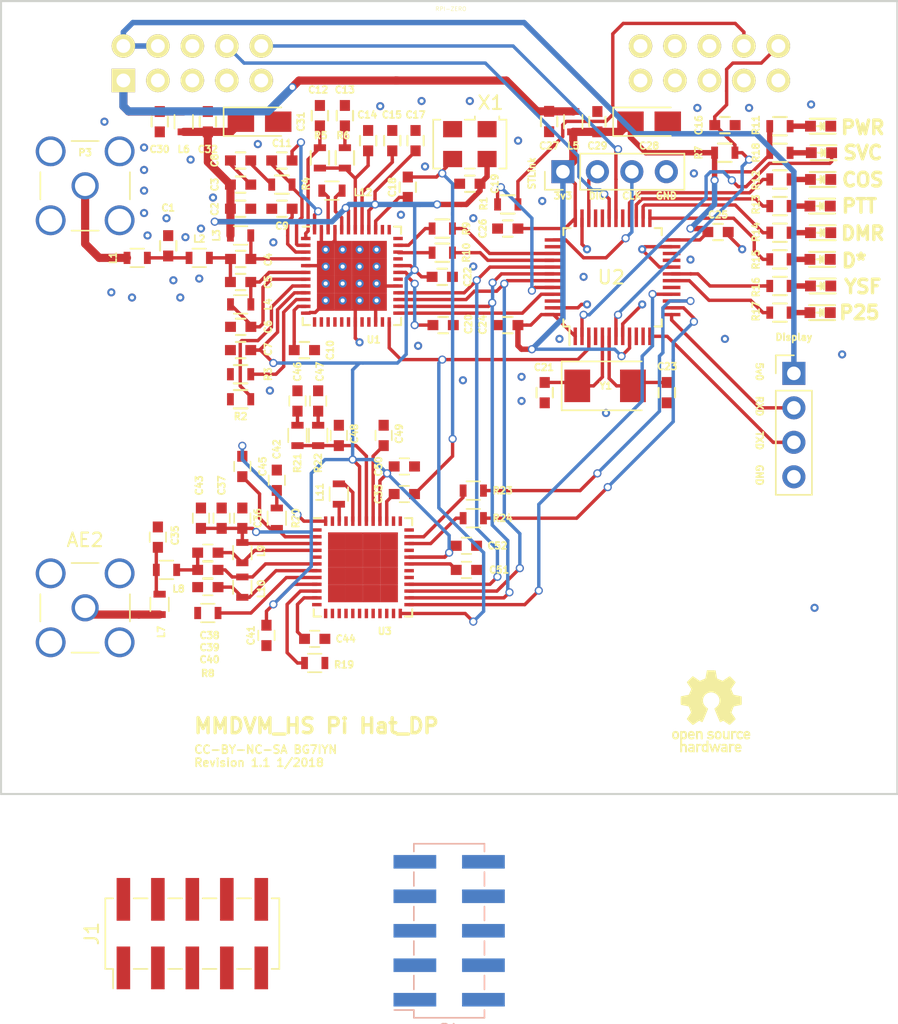
<source format=kicad_pcb>
(kicad_pcb (version 4) (host pcbnew 4.0.7)
  (layers (0 F.Cu signal) (31 B.Cu signal) (34 B.Paste user) (35 F.Paste user) (36 B.SilkS user) (37 F.SilkS user) (38 B.Mask user) (39 F.Mask user) (44 Edge.Cuts user))
  (net 0 "")
  (net 1 GND)
  (net 2 "Net-(C4-Pad1)")
  (net 3 +3V3)
  (net 4 "Net-(C8-Pad1)")
  (net 5 "Net-(C11-Pad1)")
  (net 6 NRST)
  (net 7 "Net-(C18-Pad1)")
  (net 8 COS_LED)
  (net 9 PTT_LED)
  (net 10 DMR_LED)
  (net 11 DSTAR_LED)
  (net 12 P25_LED)
  (net 13 YSF_LED)
  (net 14 RF)
  (net 15 SWDIO)
  (net 16 TXD)
  (net 17 RXD)
  (net 18 DISP_TXD)
  (net 19 DISP_RXD)
  (net 20 BOOT0)
  (net 21 DATAIN)
  (net 22 DATAOUT)
  (net 23 SLE)
  (net 24 SDATA)
  (net 25 SREAD)
  (net 26 SCLK)
  (net 27 "Net-(C1-Pad1)")
  (net 28 "Net-(C4-Pad2)")
  (net 29 "Net-(C5-Pad1)")
  (net 30 "Net-(C6-Pad1)")
  (net 31 "Net-(C10-Pad1)")
  (net 32 "Net-(C11-Pad2)")
  (net 33 "Net-(C12-Pad1)")
  (net 34 "Net-(C13-Pad1)")
  (net 35 "Net-(C14-Pad1)")
  (net 36 "Net-(C15-Pad2)")
  (net 37 "Net-(C20-Pad2)")
  (net 38 "Net-(C21-Pad2)")
  (net 39 "Net-(C23-Pad2)")
  (net 40 "Net-(R2-Pad1)")
  (net 41 "Net-(R10-Pad2)")
  (net 42 CE)
  (net 43 SWCLK)
  (net 44 +5V)
  (net 45 SERVICE)
  (net 46 "Net-(D1-Pad2)")
  (net 47 "Net-(R3-Pad1)")
  (net 48 "Net-(R9-Pad2)")
  (net 49 "Net-(D2-Pad2)")
  (net 50 "Net-(D3-Pad2)")
  (net 51 "Net-(D4-Pad2)")
  (net 52 "Net-(D5-Pad2)")
  (net 53 "Net-(D6-Pad2)")
  (net 54 "Net-(D7-Pad2)")
  (net 55 "Net-(D8-Pad2)")
  (net 56 VDDA)
  (net 57 VDD)
  (net 58 "Net-(U1-Pad13)")
  (net 59 "Net-(U1-Pad14)")
  (net 60 "Net-(U1-Pad15)")
  (net 61 "Net-(U1-Pad16)")
  (net 62 "Net-(U1-Pad17)")
  (net 63 "Net-(U1-Pad18)")
  (net 64 "Net-(U1-Pad20)")
  (net 65 "Net-(U1-Pad21)")
  (net 66 "Net-(U1-Pad23)")
  (net 67 "Net-(U1-Pad30)")
  (net 68 "Net-(U1-Pad33)")
  (net 69 "Net-(U1-Pad36)")
  (net 70 "Net-(U1-Pad37)")
  (net 71 "Net-(U1-Pad38)")
  (net 72 "Net-(U2-Pad4)")
  (net 73 "Net-(U2-Pad10)")
  (net 74 "Net-(U2-Pad11)")
  (net 75 "Net-(U2-Pad17)")
  (net 76 SDA)
  (net 77 SCL)
  (net 78 "Net-(U2-Pad29)")
  (net 79 "Net-(U2-Pad32)")
  (net 80 "Net-(U2-Pad33)")
  (net 81 "Net-(U2-Pad38)")
  (net 82 "Net-(U2-Pad46)")
  (net 83 "Net-(X1-Pad1)")
  (net 84 14M)
  (net 85 "Net-(C35-Pad1)")
  (net 86 "Net-(C38-Pad2)")
  (net 87 "Net-(C38-Pad1)")
  (net 88 "Net-(C39-Pad1)")
  (net 89 "Net-(C40-Pad1)")
  (net 90 "Net-(C42-Pad1)")
  (net 91 "Net-(C44-Pad1)")
  (net 92 "Net-(C45-Pad2)")
  (net 93 "Net-(C45-Pad1)")
  (net 94 "Net-(C46-Pad1)")
  (net 95 "Net-(C47-Pad1)")
  (net 96 "Net-(C48-Pad1)")
  (net 97 "Net-(C49-Pad2)")
  (net 98 "Net-(C51-Pad2)")
  (net 99 "Net-(L11-Pad1)")
  (net 100 "Net-(L11-Pad2)")
  (net 101 "Net-(R8-Pad1)")
  (net 102 "Net-(R19-Pad1)")
  (net 103 DCLK_PA5)
  (net 104 "Net-(R23-Pad2)")
  (net 105 DATA_PA4)
  (net 106 "Net-(R24-Pad2)")
  (net 107 SLE_PA6)
  (net 108 "Net-(PI2-Pad3)")
  (net 109 "Net-(PI2-Pad5)")
  (net 110 "Net-(PI2-Pad7)")
  (net 111 "Net-(PI2-Pad31)")
  (net 112 "Net-(PI2-Pad32)")
  (net 113 "Net-(PI2-Pad33)")
  (net 114 "Net-(PI2-Pad35)")
  (net 115 "Net-(PI2-Pad36)")
  (net 116 "Net-(PI2-Pad38)")
  (net 117 "Net-(U3-Pad1)")
  (net 118 "Net-(U3-Pad13)")
  (net 119 "Net-(U3-Pad14)")
  (net 120 "Net-(U3-Pad15)")
  (net 121 "Net-(U3-Pad16)")
  (net 122 "Net-(U3-Pad17)")
  (net 123 "Net-(U3-Pad18)")
  (net 124 "Net-(U3-Pad20)")
  (net 125 "Net-(U3-Pad21)")
  (net 126 "Net-(U3-Pad23)")
  (net 127 "Net-(U3-Pad30)")
  (net 128 "Net-(U3-Pad33)")
  (net 129 "Net-(U3-Pad36)")
  (net 130 "Net-(U3-Pad37)")
  (net 131 "Net-(U3-Pad38)")
  (net 132 "Net-(AE2-Pad1)")
  (net 133 14M2)
  (net 134 "Net-(PI2-Pad37)")
  (net 135 "Net-(PI2-Pad39)")
  (net 136 "Net-(L12-Pad1)")
  (net 137 "Net-(L12-Pad2)")
  (net 138 "Net-(J1-Pad1)")
  (net 139 "Net-(J1-Pad2)")
  (net 140 "Net-(J1-Pad3)")
  (net 141 "Net-(J1-Pad4)")
  (net 142 "Net-(J1-Pad5)")
  (net 143 "Net-(J1-Pad6)")
  (net 144 "Net-(J1-Pad7)")
  (net 145 "Net-(J1-Pad8)")
  (net 146 "Net-(J1-Pad9)")
  (net 147 "Net-(J1-Pad10)")
  (net 148 "Net-(J2-Pad1)")
  (net 149 "Net-(J2-Pad2)")
  (net 150 "Net-(J2-Pad3)")
  (net 151 "Net-(J2-Pad4)")
  (net 152 "Net-(J2-Pad5)")
  (net 153 "Net-(J2-Pad6)")
  (net 154 "Net-(J2-Pad7)")
  (net 155 "Net-(J2-Pad8)")
  (net 156 "Net-(J2-Pad9)")
  (net 157 "Net-(J2-Pad10)")
  (module Symbols:OSHW-Logo_5.7x6mm_SilkScreen (layer F.Cu) (at 125.984 85.344)
    (fp_text reference REF*** hide)
    (fp_text value OSHW-Logo_5.7x6mm_SilkScreen hide)
  )
  (module MMDVM:VIA-0.6mm (layer F.Cu) (at 118.237 63.373)
    (fp_text reference REF** hide)
    (fp_text value VIA-0.6mm hide)
    (pad 1 thru_hole circle (at 0 0) (size 0.6 0.6) (drill 0.3) (layers *.Cu) (net 1 GND))
  )
  (module MMDVM:VIA-0.6mm (layer F.Cu) (at 92.583 43.561)
    (fp_text reference REF** hide)
    (fp_text value VIA-0.6mm hide)
    (pad 1 thru_hole circle (at 0 0) (size 0.6 0.6) (drill 0.3) (layers *.Cu) (net 1 GND))
  )
  (module MMDVM:VIA-0.6mm (layer F.Cu) (at 89.281 47.498)
    (fp_text reference REF** hide)
    (fp_text value VIA-0.6mm hide)
    (pad 1 thru_hole circle (at 0 0) (size 0.6 0.6) (drill 0.3) (layers *.Cu) (net 1 GND))
  )
  (module MMDVM:VIA-0.6mm (layer F.Cu) (at 88.265 53.467)
    (fp_text reference REF** hide)
    (fp_text value VIA-0.6mm hide)
    (pad 1 thru_hole circle (at 0 0) (size 0.6 0.6) (drill 0.3) (layers *.Cu) (net 1 GND))
  )
  (module MMDVM:VIA-0.6mm (layer F.Cu) (at 86.868 54.864)
    (fp_text reference REF** hide)
    (fp_text value VIA-0.6mm hide)
    (pad 1 thru_hole circle (at 0 0) (size 0.6 0.6) (drill 0.3) (layers *.Cu) (net 1 GND))
  )
  (module MMDVM:VIA-0.6mm (layer F.Cu) (at 86.36 53.594)
    (fp_text reference REF** hide)
    (fp_text value VIA-0.6mm hide)
    (pad 1 thru_hole circle (at 0 0) (size 0.6 0.6) (drill 0.3) (layers *.Cu) (net 1 GND))
  )
  (module MMDVM:VIA-0.6mm (layer F.Cu) (at 83.312 54.864)
    (fp_text reference REF** hide)
    (fp_text value VIA-0.6mm hide)
    (pad 1 thru_hole circle (at 0 0) (size 0.6 0.6) (drill 0.3) (layers *.Cu) (net 1 GND))
  )
  (module MMDVM:VIA-0.6mm (layer F.Cu) (at 81.788 54.483)
    (fp_text reference REF** hide)
    (fp_text value VIA-0.6mm hide)
    (pad 1 thru_hole circle (at 0 0) (size 0.6 0.6) (drill 0.3) (layers *.Cu) (net 1 GND))
  )
  (module MMDVM:VIA-0.6mm (layer F.Cu) (at 87.249 50.419)
    (fp_text reference REF** hide)
    (fp_text value VIA-0.6mm hide)
    (pad 1 thru_hole circle (at 0 0) (size 0.6 0.6) (drill 0.3) (layers *.Cu) (net 1 GND))
  )
  (module MMDVM:VIA-0.6mm (layer F.Cu) (at 85.852 49.022)
    (fp_text reference REF** hide)
    (fp_text value VIA-0.6mm hide)
    (pad 1 thru_hole circle (at 0 0) (size 0.6 0.6) (drill 0.3) (layers *.Cu) (net 1 GND))
  )
  (module MMDVM:VIA-0.6mm (layer F.Cu) (at 84.455 50.292)
    (fp_text reference REF** hide)
    (fp_text value VIA-0.6mm hide)
    (pad 1 thru_hole circle (at 0 0) (size 0.6 0.6) (drill 0.3) (layers *.Cu) (net 1 GND))
  )
  (module MMDVM:VIA-0.6mm (layer F.Cu) (at 84.201 48.641)
    (fp_text reference REF** hide)
    (fp_text value VIA-0.6mm hide)
    (pad 1 thru_hole circle (at 0 0) (size 0.6 0.6) (drill 0.3) (layers *.Cu) (net 1 GND))
  )
  (module MMDVM:VIA-0.6mm (layer F.Cu) (at 84.201 46.99)
    (fp_text reference REF** hide)
    (fp_text value VIA-0.6mm hide)
    (pad 1 thru_hole circle (at 0 0) (size 0.6 0.6) (drill 0.3) (layers *.Cu) (net 1 GND))
  )
  (module MMDVM:VIA-0.6mm (layer F.Cu) (at 84.201 45.466)
    (fp_text reference REF** hide)
    (fp_text value VIA-0.6mm hide)
    (pad 1 thru_hole circle (at 0 0) (size 0.6 0.6) (drill 0.3) (layers *.Cu) (net 1 GND))
  )
  (module MMDVM:VIA-0.6mm (layer F.Cu) (at 84.201 43.815)
    (fp_text reference REF** hide)
    (fp_text value VIA-0.6mm hide)
    (pad 1 thru_hole circle (at 0 0) (size 0.6 0.6) (drill 0.3) (layers *.Cu) (net 1 GND))
  )
  (module MMDVM:VIA-0.6mm (layer F.Cu) (at 81.28 41.91)
    (fp_text reference REF** hide)
    (fp_text value VIA-0.6mm hide)
    (pad 1 thru_hole circle (at 0 0) (size 0.6 0.6) (drill 0.3) (layers *.Cu) (net 1 GND))
  )
  (module MMDVM:VIA-0.6mm (layer F.Cu) (at 101.3325 55.0845)
    (fp_text reference REF** hide)
    (fp_text value VIA-0.6mm hide)
    (pad 1 thru_hole circle (at 0 0) (size 0.6 0.6) (drill 0.3) (layers *.Cu) (net 1 GND))
  )
  (module MMDVM:VIA-0.6mm (layer F.Cu) (at 100.0825 55.0845)
    (fp_text reference REF** hide)
    (fp_text value VIA-0.6mm hide)
    (pad 1 thru_hole circle (at 0 0) (size 0.6 0.6) (drill 0.3) (layers *.Cu) (net 1 GND))
  )
  (module MMDVM:VIA-0.6mm (layer F.Cu) (at 98.8325 55.0845)
    (fp_text reference REF** hide)
    (fp_text value VIA-0.6mm hide)
    (pad 1 thru_hole circle (at 0 0) (size 0.6 0.6) (drill 0.3) (layers *.Cu) (net 1 GND))
  )
  (module MMDVM:VIA-0.6mm (layer F.Cu) (at 97.5825 55.0845)
    (fp_text reference REF** hide)
    (fp_text value VIA-0.6mm hide)
    (pad 1 thru_hole circle (at 0 0) (size 0.6 0.6) (drill 0.3) (layers *.Cu) (net 1 GND))
  )
  (module MMDVM:VIA-0.6mm (layer F.Cu) (at 101.3325 53.8345)
    (fp_text reference REF** hide)
    (fp_text value VIA-0.6mm hide)
    (pad 1 thru_hole circle (at 0 0) (size 0.6 0.6) (drill 0.3) (layers *.Cu) (net 1 GND))
  )
  (module MMDVM:VIA-0.6mm (layer F.Cu) (at 100.0825 53.8345)
    (fp_text reference REF** hide)
    (fp_text value VIA-0.6mm hide)
    (pad 1 thru_hole circle (at 0 0) (size 0.6 0.6) (drill 0.3) (layers *.Cu) (net 1 GND))
  )
  (module MMDVM:VIA-0.6mm (layer F.Cu) (at 98.8325 53.8345)
    (fp_text reference REF** hide)
    (fp_text value VIA-0.6mm hide)
    (pad 1 thru_hole circle (at 0 0) (size 0.6 0.6) (drill 0.3) (layers *.Cu) (net 1 GND))
  )
  (module MMDVM:VIA-0.6mm (layer F.Cu) (at 97.5825 53.8345)
    (fp_text reference REF** hide)
    (fp_text value VIA-0.6mm hide)
    (pad 1 thru_hole circle (at 0 0) (size 0.6 0.6) (drill 0.3) (layers *.Cu) (net 1 GND))
  )
  (module MMDVM:VIA-0.6mm (layer F.Cu) (at 101.3325 52.5845)
    (fp_text reference REF** hide)
    (fp_text value VIA-0.6mm hide)
    (pad 1 thru_hole circle (at 0 0) (size 0.6 0.6) (drill 0.3) (layers *.Cu) (net 1 GND))
  )
  (module MMDVM:VIA-0.6mm (layer F.Cu) (at 100.0825 52.5845)
    (fp_text reference REF** hide)
    (fp_text value VIA-0.6mm hide)
    (pad 1 thru_hole circle (at 0 0) (size 0.6 0.6) (drill 0.3) (layers *.Cu) (net 1 GND))
  )
  (module MMDVM:VIA-0.6mm (layer F.Cu) (at 98.8325 52.5845)
    (fp_text reference REF** hide)
    (fp_text value VIA-0.6mm hide)
    (pad 1 thru_hole circle (at 0 0) (size 0.6 0.6) (drill 0.3) (layers *.Cu) (net 1 GND))
  )
  (module MMDVM:VIA-0.6mm (layer F.Cu) (at 97.5825 52.5845)
    (fp_text reference REF** hide)
    (fp_text value VIA-0.6mm hide)
    (pad 1 thru_hole circle (at 0 0) (size 0.6 0.6) (drill 0.3) (layers *.Cu) (net 1 GND))
  )
  (module MMDVM:VIA-0.6mm (layer F.Cu) (at 101.3325 51.3345)
    (fp_text reference REF** hide)
    (fp_text value VIA-0.6mm hide)
    (pad 1 thru_hole circle (at 0 0) (size 0.6 0.6) (drill 0.3) (layers *.Cu) (net 1 GND))
  )
  (module MMDVM:VIA-0.6mm (layer F.Cu) (at 100.0825 51.3345)
    (fp_text reference REF** hide)
    (fp_text value VIA-0.6mm hide)
    (pad 1 thru_hole circle (at 0 0) (size 0.6 0.6) (drill 0.3) (layers *.Cu) (net 1 GND))
  )
  (module MMDVM:VIA-0.6mm (layer F.Cu) (at 98.8325 51.3345)
    (fp_text reference REF** hide)
    (fp_text value VIA-0.6mm hide)
    (pad 1 thru_hole circle (at 0 0) (size 0.6 0.6) (drill 0.3) (layers *.Cu) (net 1 GND))
  )
  (module MMDVM:VIA-0.6mm (layer F.Cu) (at 97.5825 51.3345)
    (fp_text reference REF** hide)
    (fp_text value VIA-0.6mm hide)
    (pad 1 thru_hole circle (at 0 0) (size 0.6 0.6) (drill 0.3) (layers *.Cu) (net 1 GND))
  )
  (module MMDVM:VIA-0.6mm (layer F.Cu) (at 135.636 59.055)
    (fp_text reference REF** hide)
    (fp_text value VIA-0.6mm hide)
    (pad 1 thru_hole circle (at 0 0) (size 0.6 0.6) (drill 0.3) (layers *.Cu) (net 1 GND))
  )
  (module MMDVM:VIA-0.6mm (layer F.Cu) (at 127 57.912)
    (fp_text reference REF** hide)
    (fp_text value VIA-0.6mm hide)
    (pad 1 thru_hole circle (at 0 0) (size 0.6 0.6) (drill 0.3) (layers *.Cu) (net 1 GND))
  )
  (module MMDVM:VIA-0.6mm (layer F.Cu) (at 133.35 40.64)
    (fp_text reference REF** hide)
    (fp_text value VIA-0.6mm hide)
    (pad 1 thru_hole circle (at 0 0) (size 0.6 0.6) (drill 0.3) (layers *.Cu) (net 1 GND))
  )
  (module MMDVM:VIA-0.6mm (layer F.Cu) (at 104.648 40.386)
    (fp_text reference REF** hide)
    (fp_text value VIA-0.6mm hide)
    (pad 1 thru_hole circle (at 0 0) (size 0.6 0.6) (drill 0.3) (layers *.Cu) (net 1 GND))
  )
  (module MMDVM:VIA-0.6mm (layer F.Cu) (at 93.472 61.722)
    (fp_text reference REF** hide)
    (fp_text value VIA-0.6mm hide)
    (pad 1 thru_hole circle (at 0 0) (size 0.6 0.6) (drill 0.3) (layers *.Cu) (net 1 GND))
  )
  (module MMDVM:VIA-0.6mm (layer F.Cu) (at 112.014 60.706)
    (fp_text reference REF** hide)
    (fp_text value VIA-0.6mm hide)
    (pad 1 thru_hole circle (at 0 0) (size 0.6 0.6) (drill 0.3) (layers *.Cu) (net 1 GND))
  )
  (module MMDVM:VIA-0.6mm (layer F.Cu) (at 133.604 77.724)
    (fp_text reference REF** hide)
    (fp_text value VIA-0.6mm hide)
    (pad 1 thru_hole circle (at 0 0) (size 0.6 0.6) (drill 0.3) (layers *.Cu) (net 1 GND))
  )
  (module MMDVM:VIA-0.6mm (layer F.Cu) (at 113.538 47.752)
    (fp_text reference REF** hide)
    (fp_text value VIA-0.6mm hide)
    (pad 1 thru_hole circle (at 0 0) (size 0.6 0.6) (drill 0.3) (layers *.Cu) (net 1 GND))
  )
  (module MMDVM:VIA-0.6mm (layer F.Cu) (at 108.204 40.386)
    (fp_text reference REF** hide)
    (fp_text value VIA-0.6mm hide)
    (pad 1 thru_hole circle (at 0 0) (size 0.6 0.6) (drill 0.3) (layers *.Cu) (net 1 GND))
  )
  (module MMDVM:VIA-0.6mm (layer F.Cu) (at 87.63 44.704)
    (fp_text reference REF** hide)
    (fp_text value VIA-0.6mm hide)
    (pad 1 thru_hole circle (at 0 0) (size 0.6 0.6) (drill 0.3) (layers *.Cu) (net 1 GND))
  )
  (module MMDVM:VIA-0.6mm (layer F.Cu) (at 104.902 45.212)
    (fp_text reference REF** hide)
    (fp_text value VIA-0.6mm hide)
    (pad 1 thru_hole circle (at 0 0) (size 0.6 0.6) (drill 0.3) (layers *.Cu) (net 1 GND))
  )
  (module MMDVM:VIA-0.6mm (layer F.Cu) (at 111.76 43.307)
    (fp_text reference REF** hide)
    (fp_text value VIA-0.6mm hide)
    (pad 1 thru_hole circle (at 0 0) (size 0.6 0.6) (drill 0.3) (layers *.Cu) (net 1 GND))
  )
  (module MMDVM:VIA-0.6mm (layer F.Cu) (at 88.392 49.784)
    (fp_text reference REF** hide)
    (fp_text value VIA-0.6mm hide)
    (pad 1 thru_hole circle (at 0 0) (size 0.6 0.6) (drill 0.3) (layers *.Cu) (net 1 GND))
  )
  (module MMDVM:VIA-0.6mm (layer F.Cu) (at 93.726 50.8)
    (fp_text reference REF** hide)
    (fp_text value VIA-0.6mm hide)
    (pad 1 thru_hole circle (at 0 0) (size 0.6 0.6) (drill 0.3) (layers *.Cu) (net 1 GND))
  )
  (module MMDVM:VIA-0.6mm (layer F.Cu) (at 104.394 58.42)
    (fp_text reference REF** hide)
    (fp_text value VIA-0.6mm hide)
    (pad 1 thru_hole circle (at 0 0) (size 0.6 0.6) (drill 0.3) (layers *.Cu) (net 1 GND))
  )
  (module MMDVM:VIA-0.6mm (layer F.Cu) (at 100.076 58.166)
    (fp_text reference REF** hide)
    (fp_text value VIA-0.6mm hide)
    (pad 1 thru_hole circle (at 0 0) (size 0.6 0.6) (drill 0.3) (layers *.Cu) (net 1 GND))
  )
  (module MMDVM:VIA-0.6mm (layer F.Cu) (at 124.46 52.07)
    (fp_text reference REF** hide)
    (fp_text value VIA-0.6mm hide)
    (pad 1 thru_hole circle (at 0 0) (size 0.6 0.6) (drill 0.3) (layers *.Cu) (net 1 GND))
  )
  (module MMDVM:VIA-0.6mm (layer F.Cu) (at 116.586 53.34)
    (fp_text reference REF** hide)
    (fp_text value VIA-0.6mm hide)
    (pad 1 thru_hole circle (at 0 0) (size 0.6 0.6) (drill 0.3) (layers *.Cu) (net 1 GND))
  )
  (module MMDVM:VIA-0.6mm (layer F.Cu) (at 114.808 57.912)
    (fp_text reference REF** hide)
    (fp_text value VIA-0.6mm hide)
    (pad 1 thru_hole circle (at 0 0) (size 0.6 0.6) (drill 0.3) (layers *.Cu) (net 1 GND))
  )
  (module MMDVM:VIA-0.6mm (layer F.Cu) (at 101.6 40.767)
    (fp_text reference REF** hide)
    (fp_text value VIA-0.6mm hide)
    (pad 1 thru_hole circle (at 0 0) (size 0.6 0.6) (drill 0.3) (layers *.Cu) (net 1 GND))
  )
  (module MMDVM:VIA-0.6mm (layer F.Cu) (at 103.124 48.768)
    (fp_text reference REF** hide)
    (fp_text value VIA-0.6mm hide)
    (pad 1 thru_hole circle (at 0 0) (size 0.6 0.6) (drill 0.3) (layers *.Cu) (net 1 GND))
  )
  (module MMDVM:VIA-0.6mm (layer F.Cu) (at 108.458 49.022)
    (fp_text reference REF** hide)
    (fp_text value VIA-0.6mm hide)
    (pad 1 thru_hole circle (at 0 0) (size 0.6 0.6) (drill 0.3) (layers *.Cu) (net 1 GND))
  )
  (module MMDVM:VIA-0.6mm (layer F.Cu) (at 107.696 60.96)
    (fp_text reference REF** hide)
    (fp_text value VIA-0.6mm hide)
    (pad 1 thru_hole circle (at 0 0) (size 0.6 0.6) (drill 0.3) (layers *.Cu) (net 1 GND))
  )
  (module MMDVM:VIA-0.6mm (layer F.Cu) (at 108.458 52.578)
    (fp_text reference REF** hide)
    (fp_text value VIA-0.6mm hide)
    (pad 1 thru_hole circle (at 0 0) (size 0.6 0.6) (drill 0.3) (layers *.Cu) (net 1 GND))
  )
  (module MMDVM:VIA-0.6mm (layer F.Cu) (at 112.014 62.484)
    (fp_text reference REF** hide)
    (fp_text value VIA-0.6mm hide)
    (pad 1 thru_hole circle (at 0 0) (size 0.6 0.6) (drill 0.3) (layers *.Cu) (net 1 GND))
  )
  (module MMDVM:VIA-0.6mm (layer F.Cu) (at 128.778 40.894)
    (fp_text reference REF** hide)
    (fp_text value VIA-0.6mm hide)
    (pad 1 thru_hole circle (at 0 0) (size 0.6 0.6) (drill 0.3) (layers *.Cu) (net 1 GND))
  )
  (module MMDVM:VIA-0.6mm (layer F.Cu) (at 124.968 40.894)
    (fp_text reference REF** hide)
    (fp_text value VIA-0.6mm hide)
    (pad 1 thru_hole circle (at 0 0) (size 0.6 0.6) (drill 0.3) (layers *.Cu) (net 1 GND))
  )
  (module MMDVM:VIA-0.6mm (layer F.Cu) (at 124.714 45.72)
    (fp_text reference REF** hide)
    (fp_text value VIA-0.6mm hide)
    (pad 1 thru_hole circle (at 0 0) (size 0.6 0.6) (drill 0.3) (layers *.Cu) (net 1 GND))
  )
  (module MMDVM:VIA-0.6mm (layer F.Cu) (at 120.904 55.372)
    (fp_text reference REF** hide)
    (fp_text value VIA-0.6mm hide)
    (pad 1 thru_hole circle (at 0 0) (size 0.6 0.6) (drill 0.3) (layers *.Cu) (net 1 GND))
  )
  (module MMDVM:VIA-0.6mm (layer F.Cu) (at 116.84 55.372)
    (fp_text reference REF** hide)
    (fp_text value VIA-0.6mm hide)
    (pad 1 thru_hole circle (at 0 0) (size 0.6 0.6) (drill 0.3) (layers *.Cu) (net 1 GND))
  )
  (module MMDVM:VIA-0.6mm (layer F.Cu) (at 116.84 51.308)
    (fp_text reference REF** hide)
    (fp_text value VIA-0.6mm hide)
    (pad 1 thru_hole circle (at 0 0) (size 0.6 0.6) (drill 0.3) (layers *.Cu) (net 1 GND))
  )
  (module MMDVM:VIA-0.6mm (layer F.Cu) (at 120.904 51.308)
    (fp_text reference REF** hide)
    (fp_text value VIA-0.6mm hide)
    (pad 1 thru_hole circle (at 0 0) (size 0.6 0.6) (drill 0.3) (layers *.Cu) (net 1 GND))
  )
  (module Pin_Headers:Pin_Header_Straight_1x04_Pitch2.54mm (layer F.Cu) (at 132.08 60.452)
    (fp_text reference P2 hide)
    (fp_text value DISPLAY)
    (pad 1 thru_hole rect (at 0 0) (size 1.7 1.7) (drill 1) (layers *.Cu *.Mask) (net 44 +5V))
    (pad 2 thru_hole oval (at 0 2.54) (size 1.7 1.7) (drill 1) (layers *.Cu *.Mask) (net 19 DISP_RXD))
    (pad 3 thru_hole oval (at 0 5.08) (size 1.7 1.7) (drill 1) (layers *.Cu *.Mask) (net 18 DISP_TXD))
    (pad 4 thru_hole oval (at 0 7.62) (size 1.7 1.7) (drill 1) (layers *.Cu *.Mask) (net 1 GND))
  )
  (module Connectors:SMA_THT_Jack_Straight (layer F.Cu) (at 79.8576 46.6344)
    (fp_text reference P3 (at 0 -2.45) (layer F.SilkS) (effects (font (size 0.5 0.5) (thickness 0.125))))
    (fp_text value SMA)
    (pad 2 thru_hole circle (at -2.54 2.54) (size 2.2 2.2) (drill 1.7) (layers *.Cu *.Mask) (net 1 GND))
    (pad 2 thru_hole circle (at -2.54 -2.54) (size 2.2 2.2) (drill 1.7) (layers *.Cu *.Mask) (net 1 GND))
    (pad 2 thru_hole circle (at 2.54 -2.54) (size 2.2 2.2) (drill 1.7) (layers *.Cu *.Mask) (net 1 GND))
    (pad 2 thru_hole circle (at 2.54 2.54) (size 2.2 2.2) (drill 1.7) (layers *.Cu *.Mask) (net 1 GND))
    (pad 1 thru_hole circle (at 0 0) (size 2 2) (drill 1.5) (layers *.Cu *.Mask) (net 14 RF))
  )
  (module Housings_DFN_QFN:QFN-48-1EP_7x7mm_Pitch0.5mm (layer F.Cu) (at 99.51375 53.26575)
    (fp_text reference U1 (at 1.60625 4.70625) (layer F.SilkS) (effects (font (size 0.5 0.5) (thickness 0.125))))
    (fp_text value ADF7021)
    (pad 1 smd rect (at -3.4 -2.75) (size 0.7 0.25) (layers F.Cu F.Paste F.Mask) (net 33 "Net-(C12-Pad1)"))
    (pad 2 smd rect (at -3.4 -2.25) (size 0.7 0.25) (layers F.Cu F.Paste F.Mask) (net 32 "Net-(C11-Pad2)"))
    (pad 3 smd rect (at -3.4 -1.75) (size 0.7 0.25) (layers F.Cu F.Paste F.Mask) (net 56 VDDA))
    (pad 4 smd rect (at -3.4 -1.25) (size 0.7 0.25) (layers F.Cu F.Paste F.Mask) (net 2 "Net-(C4-Pad1)"))
    (pad 5 smd rect (at -3.4 -0.75) (size 0.7 0.25) (layers F.Cu F.Paste F.Mask) (net 1 GND))
    (pad 6 smd rect (at -3.4 -0.25) (size 0.7 0.25) (layers F.Cu F.Paste F.Mask) (net 29 "Net-(C5-Pad1)"))
    (pad 7 smd rect (at -3.4 0.25) (size 0.7 0.25) (layers F.Cu F.Paste F.Mask) (net 30 "Net-(C6-Pad1)"))
    (pad 8 smd rect (at -3.4 0.75) (size 0.7 0.25) (layers F.Cu F.Paste F.Mask) (net 40 "Net-(R2-Pad1)"))
    (pad 9 smd rect (at -3.4 1.25) (size 0.7 0.25) (layers F.Cu F.Paste F.Mask) (net 56 VDDA))
    (pad 10 smd rect (at -3.4 1.75) (size 0.7 0.25) (layers F.Cu F.Paste F.Mask) (net 47 "Net-(R3-Pad1)"))
    (pad 11 smd rect (at -3.4 2.25) (size 0.7 0.25) (layers F.Cu F.Paste F.Mask) (net 31 "Net-(C10-Pad1)"))
    (pad 12 smd rect (at -3.4 2.75) (size 0.7 0.25) (layers F.Cu F.Paste F.Mask) (net 1 GND))
    (pad 13 smd rect (at -2.75 3.4 90) (size 0.7 0.25) (layers F.Cu F.Paste F.Mask) (net 58 "Net-(U1-Pad13)"))
    (pad 14 smd rect (at -2.25 3.4 90) (size 0.7 0.25) (layers F.Cu F.Paste F.Mask) (net 59 "Net-(U1-Pad14)"))
    (pad 15 smd rect (at -1.75 3.4 90) (size 0.7 0.25) (layers F.Cu F.Paste F.Mask) (net 60 "Net-(U1-Pad15)"))
    (pad 16 smd rect (at -1.25 3.4 90) (size 0.7 0.25) (layers F.Cu F.Paste F.Mask) (net 61 "Net-(U1-Pad16)"))
    (pad 17 smd rect (at -0.75 3.4 90) (size 0.7 0.25) (layers F.Cu F.Paste F.Mask) (net 62 "Net-(U1-Pad17)"))
    (pad 18 smd rect (at -0.25 3.4 90) (size 0.7 0.25) (layers F.Cu F.Paste F.Mask) (net 63 "Net-(U1-Pad18)"))
    (pad 19 smd rect (at 0.25 3.4 90) (size 0.7 0.25) (layers F.Cu F.Paste F.Mask) (net 1 GND))
    (pad 20 smd rect (at 0.75 3.4 90) (size 0.7 0.25) (layers F.Cu F.Paste F.Mask) (net 64 "Net-(U1-Pad20)"))
    (pad 21 smd rect (at 1.25 3.4 90) (size 0.7 0.25) (layers F.Cu F.Paste F.Mask) (net 65 "Net-(U1-Pad21)"))
    (pad 22 smd rect (at 1.75 3.4 90) (size 0.7 0.25) (layers F.Cu F.Paste F.Mask) (net 1 GND))
    (pad 23 smd rect (at 2.25 3.4 90) (size 0.7 0.25) (layers F.Cu F.Paste F.Mask) (net 66 "Net-(U1-Pad23)"))
    (pad 24 smd rect (at 2.75 3.4 90) (size 0.7 0.25) (layers F.Cu F.Paste F.Mask) (net 42 CE))
    (pad 25 smd rect (at 3.4 2.75) (size 0.7 0.25) (layers F.Cu F.Paste F.Mask) (net 23 SLE))
    (pad 26 smd rect (at 3.4 2.25) (size 0.7 0.25) (layers F.Cu F.Paste F.Mask) (net 24 SDATA))
    (pad 27 smd rect (at 3.4 1.75) (size 0.7 0.25) (layers F.Cu F.Paste F.Mask) (net 25 SREAD))
    (pad 28 smd rect (at 3.4 1.25) (size 0.7 0.25) (layers F.Cu F.Paste F.Mask) (net 26 SCLK))
    (pad 29 smd rect (at 3.4 0.75) (size 0.7 0.25) (layers F.Cu F.Paste F.Mask) (net 1 GND))
    (pad 30 smd rect (at 3.4 0.25) (size 0.7 0.25) (layers F.Cu F.Paste F.Mask) (net 67 "Net-(U1-Pad30)"))
    (pad 31 smd rect (at 3.4 -0.25) (size 0.7 0.25) (layers F.Cu F.Paste F.Mask) (net 37 "Net-(C20-Pad2)"))
    (pad 32 smd rect (at 3.4 -0.75) (size 0.7 0.25) (layers F.Cu F.Paste F.Mask) (net 56 VDDA))
    (pad 33 smd rect (at 3.4 -1.25) (size 0.7 0.25) (layers F.Cu F.Paste F.Mask) (net 68 "Net-(U1-Pad33)"))
    (pad 34 smd rect (at 3.4 -1.75) (size 0.7 0.25) (layers F.Cu F.Paste F.Mask) (net 41 "Net-(R10-Pad2)"))
    (pad 35 smd rect (at 3.4 -2.25) (size 0.7 0.25) (layers F.Cu F.Paste F.Mask) (net 48 "Net-(R9-Pad2)"))
    (pad 36 smd rect (at 3.4 -2.75) (size 0.7 0.25) (layers F.Cu F.Paste F.Mask) (net 69 "Net-(U1-Pad36)"))
    (pad 37 smd rect (at 2.75 -3.4 90) (size 0.7 0.25) (layers F.Cu F.Paste F.Mask) (net 70 "Net-(U1-Pad37)"))
    (pad 38 smd rect (at 2.25 -3.4 90) (size 0.7 0.25) (layers F.Cu F.Paste F.Mask) (net 71 "Net-(U1-Pad38)"))
    (pad 39 smd rect (at 1.75 -3.4 90) (size 0.7 0.25) (layers F.Cu F.Paste F.Mask) (net 84 14M))
    (pad 40 smd rect (at 1.25 -3.4 90) (size 0.7 0.25) (layers F.Cu F.Paste F.Mask) (net 56 VDDA))
    (pad 41 smd rect (at 0.75 -3.4 90) (size 0.7 0.25) (layers F.Cu F.Paste F.Mask) (net 36 "Net-(C15-Pad2)"))
    (pad 42 smd rect (at 0.25 -3.4 90) (size 0.7 0.25) (layers F.Cu F.Paste F.Mask) (net 35 "Net-(C14-Pad1)"))
    (pad 43 smd rect (at -0.25 -3.4 90) (size 0.7 0.25) (layers F.Cu F.Paste F.Mask) (net 56 VDDA))
    (pad 44 smd rect (at -0.75 -3.4 90) (size 0.7 0.25) (layers F.Cu F.Paste F.Mask) (net 137 "Net-(L12-Pad2)"))
    (pad 45 smd rect (at -1.25 -3.4 90) (size 0.7 0.25) (layers F.Cu F.Paste F.Mask) (net 1 GND))
    (pad 46 smd rect (at -1.75 -3.4 90) (size 0.7 0.25) (layers F.Cu F.Paste F.Mask) (net 136 "Net-(L12-Pad1)"))
    (pad 47 smd rect (at -2.25 -3.4 90) (size 0.7 0.25) (layers F.Cu F.Paste F.Mask) (net 1 GND))
    (pad 48 smd rect (at -2.75 -3.4 90) (size 0.7 0.25) (layers F.Cu F.Paste F.Mask) (net 5 "Net-(C11-Pad1)"))
    (pad 49 smd rect (at 1.93125 1.93125) (size 1.2875 1.2875) (layers F.Cu F.Paste F.Mask) (net 1 GND))
    (pad 49 smd rect (at 1.93125 0.64375) (size 1.2875 1.2875) (layers F.Cu F.Paste F.Mask) (net 1 GND))
    (pad 49 smd rect (at 1.93125 -0.64375) (size 1.2875 1.2875) (layers F.Cu F.Paste F.Mask) (net 1 GND))
    (pad 49 smd rect (at 1.93125 -1.93125) (size 1.2875 1.2875) (layers F.Cu F.Paste F.Mask) (net 1 GND))
    (pad 49 smd rect (at 0.64375 1.93125) (size 1.2875 1.2875) (layers F.Cu F.Paste F.Mask) (net 1 GND))
    (pad 49 smd rect (at 0.64375 0.64375) (size 1.2875 1.2875) (layers F.Cu F.Paste F.Mask) (net 1 GND))
    (pad 49 smd rect (at 0.64375 -0.64375) (size 1.2875 1.2875) (layers F.Cu F.Paste F.Mask) (net 1 GND))
    (pad 49 smd rect (at 0.64375 -1.93125) (size 1.2875 1.2875) (layers F.Cu F.Paste F.Mask) (net 1 GND))
    (pad 49 smd rect (at -0.64375 1.93125) (size 1.2875 1.2875) (layers F.Cu F.Paste F.Mask) (net 1 GND))
    (pad 49 smd rect (at -0.64375 0.64375) (size 1.2875 1.2875) (layers F.Cu F.Paste F.Mask) (net 1 GND))
    (pad 49 smd rect (at -0.64375 -0.64375) (size 1.2875 1.2875) (layers F.Cu F.Paste F.Mask) (net 1 GND))
    (pad 49 smd rect (at -0.64375 -1.93125) (size 1.2875 1.2875) (layers F.Cu F.Paste F.Mask) (net 1 GND))
    (pad 49 smd rect (at -1.93125 1.93125) (size 1.2875 1.2875) (layers F.Cu F.Paste F.Mask) (net 1 GND))
    (pad 49 smd rect (at -1.93125 0.64375) (size 1.2875 1.2875) (layers F.Cu F.Paste F.Mask) (net 1 GND))
    (pad 49 smd rect (at -1.93125 -0.64375) (size 1.2875 1.2875) (layers F.Cu F.Paste F.Mask) (net 1 GND))
    (pad 49 smd rect (at -1.93125 -1.93125) (size 1.2875 1.2875) (layers F.Cu F.Paste F.Mask) (net 1 GND))
  )
  (module Housings_QFP:LQFP-48_7x7mm_Pitch0.5mm (layer F.Cu) (at 118.72 53.372 90)
    (fp_text reference U2 (at 0 -0.102 180) (layer F.SilkS))
    (fp_text value STM32F103C8T6)
    (pad 1 smd rect (at -4.35 -2.75 90) (size 1.3 0.25) (layers F.Cu F.Paste F.Mask) (net 57 VDD))
    (pad 2 smd rect (at -4.35 -2.25 90) (size 1.3 0.25) (layers F.Cu F.Paste F.Mask) (net 45 SERVICE))
    (pad 3 smd rect (at -4.35 -1.75 90) (size 1.3 0.25) (layers F.Cu F.Paste F.Mask) (net 42 CE))
    (pad 4 smd rect (at -4.35 -1.25 90) (size 1.3 0.25) (layers F.Cu F.Paste F.Mask) (net 72 "Net-(U2-Pad4)"))
    (pad 5 smd rect (at -4.35 -0.75 90) (size 1.3 0.25) (layers F.Cu F.Paste F.Mask) (net 38 "Net-(C21-Pad2)"))
    (pad 6 smd rect (at -4.35 -0.25 90) (size 1.3 0.25) (layers F.Cu F.Paste F.Mask) (net 39 "Net-(C23-Pad2)"))
    (pad 7 smd rect (at -4.35 0.25 90) (size 1.3 0.25) (layers F.Cu F.Paste F.Mask) (net 6 NRST))
    (pad 8 smd rect (at -4.35 0.75 90) (size 1.3 0.25) (layers F.Cu F.Paste F.Mask) (net 1 GND))
    (pad 9 smd rect (at -4.35 1.25 90) (size 1.3 0.25) (layers F.Cu F.Paste F.Mask) (net 57 VDD))
    (pad 10 smd rect (at -4.35 1.75 90) (size 1.3 0.25) (layers F.Cu F.Paste F.Mask) (net 73 "Net-(U2-Pad10)"))
    (pad 11 smd rect (at -4.35 2.25 90) (size 1.3 0.25) (layers F.Cu F.Paste F.Mask) (net 74 "Net-(U2-Pad11)"))
    (pad 12 smd rect (at -4.35 2.75 90) (size 1.3 0.25) (layers F.Cu F.Paste F.Mask) (net 18 DISP_TXD))
    (pad 13 smd rect (at -2.75 4.35 180) (size 1.3 0.25) (layers F.Cu F.Paste F.Mask) (net 19 DISP_RXD))
    (pad 14 smd rect (at -2.25 4.35 180) (size 1.3 0.25) (layers F.Cu F.Paste F.Mask) (net 105 DATA_PA4))
    (pad 15 smd rect (at -1.75 4.35 180) (size 1.3 0.25) (layers F.Cu F.Paste F.Mask) (net 103 DCLK_PA5))
    (pad 16 smd rect (at -1.25 4.35 180) (size 1.3 0.25) (layers F.Cu F.Paste F.Mask) (net 107 SLE_PA6))
    (pad 17 smd rect (at -0.75 4.35 180) (size 1.3 0.25) (layers F.Cu F.Paste F.Mask) (net 75 "Net-(U2-Pad17)"))
    (pad 18 smd rect (at -0.25 4.35 180) (size 1.3 0.25) (layers F.Cu F.Paste F.Mask) (net 12 P25_LED))
    (pad 19 smd rect (at 0.25 4.35 180) (size 1.3 0.25) (layers F.Cu F.Paste F.Mask) (net 13 YSF_LED))
    (pad 20 smd rect (at 0.75 4.35 180) (size 1.3 0.25) (layers F.Cu F.Paste F.Mask) (net 1 GND))
    (pad 21 smd rect (at 1.25 4.35 180) (size 1.3 0.25) (layers F.Cu F.Paste F.Mask) (net 76 SDA))
    (pad 22 smd rect (at 1.75 4.35 180) (size 1.3 0.25) (layers F.Cu F.Paste F.Mask) (net 77 SCL))
    (pad 23 smd rect (at 2.25 4.35 180) (size 1.3 0.25) (layers F.Cu F.Paste F.Mask) (net 1 GND))
    (pad 24 smd rect (at 2.75 4.35 180) (size 1.3 0.25) (layers F.Cu F.Paste F.Mask) (net 57 VDD))
    (pad 25 smd rect (at 4.35 2.75 90) (size 1.3 0.25) (layers F.Cu F.Paste F.Mask) (net 11 DSTAR_LED))
    (pad 26 smd rect (at 4.35 2.25 90) (size 1.3 0.25) (layers F.Cu F.Paste F.Mask) (net 10 DMR_LED))
    (pad 27 smd rect (at 4.35 1.75 90) (size 1.3 0.25) (layers F.Cu F.Paste F.Mask) (net 9 PTT_LED))
    (pad 28 smd rect (at 4.35 1.25 90) (size 1.3 0.25) (layers F.Cu F.Paste F.Mask) (net 8 COS_LED))
    (pad 29 smd rect (at 4.35 0.75 90) (size 1.3 0.25) (layers F.Cu F.Paste F.Mask) (net 78 "Net-(U2-Pad29)"))
    (pad 30 smd rect (at 4.35 0.25 90) (size 1.3 0.25) (layers F.Cu F.Paste F.Mask) (net 16 TXD))
    (pad 31 smd rect (at 4.35 -0.25 90) (size 1.3 0.25) (layers F.Cu F.Paste F.Mask) (net 17 RXD))
    (pad 32 smd rect (at 4.35 -0.75 90) (size 1.3 0.25) (layers F.Cu F.Paste F.Mask) (net 79 "Net-(U2-Pad32)"))
    (pad 33 smd rect (at 4.35 -1.25 90) (size 1.3 0.25) (layers F.Cu F.Paste F.Mask) (net 80 "Net-(U2-Pad33)"))
    (pad 34 smd rect (at 4.35 -1.75 90) (size 1.3 0.25) (layers F.Cu F.Paste F.Mask) (net 15 SWDIO))
    (pad 35 smd rect (at 4.35 -2.25 90) (size 1.3 0.25) (layers F.Cu F.Paste F.Mask) (net 1 GND))
    (pad 36 smd rect (at 4.35 -2.75 90) (size 1.3 0.25) (layers F.Cu F.Paste F.Mask) (net 57 VDD))
    (pad 37 smd rect (at 2.75 -4.35 180) (size 1.3 0.25) (layers F.Cu F.Paste F.Mask) (net 43 SWCLK))
    (pad 38 smd rect (at 2.25 -4.35 180) (size 1.3 0.25) (layers F.Cu F.Paste F.Mask) (net 81 "Net-(U2-Pad38)"))
    (pad 39 smd rect (at 1.75 -4.35 180) (size 1.3 0.25) (layers F.Cu F.Paste F.Mask) (net 21 DATAIN))
    (pad 40 smd rect (at 1.25 -4.35 180) (size 1.3 0.25) (layers F.Cu F.Paste F.Mask) (net 22 DATAOUT))
    (pad 41 smd rect (at 0.75 -4.35 180) (size 1.3 0.25) (layers F.Cu F.Paste F.Mask) (net 26 SCLK))
    (pad 42 smd rect (at 0.25 -4.35 180) (size 1.3 0.25) (layers F.Cu F.Paste F.Mask) (net 24 SDATA))
    (pad 43 smd rect (at -0.25 -4.35 180) (size 1.3 0.25) (layers F.Cu F.Paste F.Mask) (net 25 SREAD))
    (pad 44 smd rect (at -0.75 -4.35 180) (size 1.3 0.25) (layers F.Cu F.Paste F.Mask) (net 20 BOOT0))
    (pad 45 smd rect (at -1.25 -4.35 180) (size 1.3 0.25) (layers F.Cu F.Paste F.Mask) (net 23 SLE))
    (pad 46 smd rect (at -1.75 -4.35 180) (size 1.3 0.25) (layers F.Cu F.Paste F.Mask) (net 82 "Net-(U2-Pad46)"))
    (pad 47 smd rect (at -2.25 -4.35 180) (size 1.3 0.25) (layers F.Cu F.Paste F.Mask) (net 1 GND))
    (pad 48 smd rect (at -2.75 -4.35 180) (size 1.3 0.25) (layers F.Cu F.Paste F.Mask) (net 57 VDD))
  )
  (module Crystals:Crystal_SMD_Abracon_ABM3-2pin_5.0x3.2mm (layer F.Cu) (at 118.17 61.372)
    (fp_text reference Y1 (at 0.05 0) (layer F.SilkS) (effects (font (size 0.5 0.5) (thickness 0.125))))
    (fp_text value 8MHz)
    (pad 1 smd rect (at -2.05 0) (size 1.9 2.4) (layers F.Cu F.Paste F.Mask) (net 38 "Net-(C21-Pad2)"))
    (pad 2 smd rect (at 2.05 0) (size 1.9 2.4) (layers F.Cu F.Paste F.Mask) (net 39 "Net-(C23-Pad2)"))
  )
  (module Capacitors_SMD:C_0603 (layer F.Cu) (at 85.979 51.054 90)
    (fp_text reference C1 (at 2.794 0 360) (layer F.SilkS) (effects (font (size 0.5 0.5) (thickness 0.125))))
    (fp_text value 6p8)
    (pad 1 smd rect (at -0.75 0 90) (size 0.8 0.75) (layers F.Cu F.Paste F.Mask) (net 27 "Net-(C1-Pad1)"))
    (pad 2 smd rect (at 0.75 0 90) (size 0.8 0.75) (layers F.Cu F.Paste F.Mask) (net 1 GND))
  )
  (module Capacitors_SMD:C_0603 (layer F.Cu) (at 91.313 48.3235)
    (fp_text reference C2 (at -1.905 0.031 90) (layer F.SilkS) (effects (font (size 0.5 0.5) (thickness 0.125))))
    (fp_text value 10n)
    (pad 1 smd rect (at -0.75 0) (size 0.8 0.75) (layers F.Cu F.Paste F.Mask) (net 56 VDDA))
    (pad 2 smd rect (at 0.75 0) (size 0.8 0.75) (layers F.Cu F.Paste F.Mask) (net 1 GND))
  )
  (module Capacitors_SMD:C_0603 (layer F.Cu) (at 91.313 46.5455)
    (fp_text reference C3 (at -1.905 0 90) (layer F.SilkS) (effects (font (size 0.5 0.5) (thickness 0.125))))
    (fp_text value 220p)
    (pad 1 smd rect (at -0.75 0) (size 0.8 0.75) (layers F.Cu F.Paste F.Mask) (net 56 VDDA))
    (pad 2 smd rect (at 0.75 0) (size 0.8 0.75) (layers F.Cu F.Paste F.Mask) (net 1 GND))
  )
  (module Capacitors_SMD:C_0603 (layer F.Cu) (at 91.32 52.022 180)
    (fp_text reference C4 (at -2.025 -0.048 270) (layer F.SilkS) (effects (font (size 0.5 0.5) (thickness 0.125))))
    (fp_text value 10p)
    (pad 1 smd rect (at -0.75 0 180) (size 0.8 0.75) (layers F.Cu F.Paste F.Mask) (net 2 "Net-(C4-Pad1)"))
    (pad 2 smd rect (at 0.75 0 180) (size 0.8 0.75) (layers F.Cu F.Paste F.Mask) (net 28 "Net-(C4-Pad2)"))
  )
  (module Capacitors_SMD:C_0603 (layer F.Cu) (at 91.313 53.721 180)
    (fp_text reference C5 (at -2.032 0 270) (layer F.SilkS) (effects (font (size 0.5 0.5) (thickness 0.125))))
    (fp_text value 4p7)
    (pad 1 smd rect (at -0.75 0 180) (size 0.8 0.75) (layers F.Cu F.Paste F.Mask) (net 29 "Net-(C5-Pad1)"))
    (pad 2 smd rect (at 0.75 0 180) (size 0.8 0.75) (layers F.Cu F.Paste F.Mask) (net 28 "Net-(C4-Pad2)"))
  )
  (module Capacitors_SMD:C_0603 (layer F.Cu) (at 91.32 57.023 180)
    (fp_text reference C6 (at -2.025 0 270) (layer F.SilkS) (effects (font (size 0.5 0.5) (thickness 0.125))))
    (fp_text value 6p8)
    (pad 1 smd rect (at -0.75 0 180) (size 0.8 0.75) (layers F.Cu F.Paste F.Mask) (net 30 "Net-(C6-Pad1)"))
    (pad 2 smd rect (at 0.75 0 180) (size 0.8 0.75) (layers F.Cu F.Paste F.Mask) (net 1 GND))
  )
  (module Capacitors_SMD:C_0603 (layer F.Cu) (at 91.313 58.7375 180)
    (fp_text reference C7 (at -2.032 0.0635 270) (layer F.SilkS) (effects (font (size 0.5 0.5) (thickness 0.125))))
    (fp_text value 10n)
    (pad 1 smd rect (at -0.75 0 180) (size 0.8 0.75) (layers F.Cu F.Paste F.Mask) (net 56 VDDA))
    (pad 2 smd rect (at 0.75 0 180) (size 0.8 0.75) (layers F.Cu F.Paste F.Mask) (net 1 GND))
  )
  (module Capacitors_SMD:C_0603 (layer F.Cu) (at 91.313 44.7675 180)
    (fp_text reference C8 (at 1.905 0 270) (layer F.SilkS) (effects (font (size 0.5 0.5) (thickness 0.125))))
    (fp_text value 100n)
    (pad 1 smd rect (at -0.75 0 180) (size 0.8 0.75) (layers F.Cu F.Paste F.Mask) (net 4 "Net-(C8-Pad1)"))
    (pad 2 smd rect (at 0.75 0 180) (size 0.8 0.75) (layers F.Cu F.Paste F.Mask) (net 1 GND))
  )
  (module Capacitors_SMD:C_0603 (layer F.Cu) (at 94.361 48.3235 180)
    (fp_text reference C9 (at 0 -1.27 180) (layer F.SilkS) (effects (font (size 0.5 0.5) (thickness 0.125))))
    (fp_text value 10n)
    (pad 1 smd rect (at -0.75 0 180) (size 0.8 0.75) (layers F.Cu F.Paste F.Mask) (net 56 VDDA))
    (pad 2 smd rect (at 0.75 0 180) (size 0.8 0.75) (layers F.Cu F.Paste F.Mask) (net 1 GND))
  )
  (module Capacitors_SMD:C_0603 (layer F.Cu) (at 96.012 58.7375)
    (fp_text reference C10 (at 1.905 0 90) (layer F.SilkS) (effects (font (size 0.5 0.5) (thickness 0.125))))
    (fp_text value 100n)
    (pad 1 smd rect (at -0.75 0) (size 0.8 0.75) (layers F.Cu F.Paste F.Mask) (net 31 "Net-(C10-Pad1)"))
    (pad 2 smd rect (at 0.75 0) (size 0.8 0.75) (layers F.Cu F.Paste F.Mask) (net 1 GND))
  )
  (module Capacitors_SMD:C_0603 (layer F.Cu) (at 94.355 44.7675 180)
    (fp_text reference C11 (at -0.006 1.27 180) (layer F.SilkS) (effects (font (size 0.5 0.5) (thickness 0.125))))
    (fp_text value 22n)
    (pad 1 smd rect (at -0.75 0 180) (size 0.8 0.75) (layers F.Cu F.Paste F.Mask) (net 5 "Net-(C11-Pad1)"))
    (pad 2 smd rect (at 0.75 0 180) (size 0.8 0.75) (layers F.Cu F.Paste F.Mask) (net 32 "Net-(C11-Pad2)"))
  )
  (module Capacitors_SMD:C_0603 (layer F.Cu) (at 97.155 41.4655 90)
    (fp_text reference C12 (at 1.905 -0.127 180) (layer F.SilkS) (effects (font (size 0.5 0.5) (thickness 0.125))))
    (fp_text value 470p)
    (pad 1 smd rect (at -0.75 0 90) (size 0.8 0.75) (layers F.Cu F.Paste F.Mask) (net 33 "Net-(C12-Pad1)"))
    (pad 2 smd rect (at 0.75 0 90) (size 0.8 0.75) (layers F.Cu F.Paste F.Mask) (net 1 GND))
  )
  (module Capacitors_SMD:C_0603 (layer F.Cu) (at 98.9965 41.4655 90)
    (fp_text reference C13 (at 1.905 0 180) (layer F.SilkS) (effects (font (size 0.5 0.5) (thickness 0.125))))
    (fp_text value 15n)
    (pad 1 smd rect (at -0.75 0 90) (size 0.8 0.75) (layers F.Cu F.Paste F.Mask) (net 34 "Net-(C13-Pad1)"))
    (pad 2 smd rect (at 0.75 0 90) (size 0.8 0.75) (layers F.Cu F.Paste F.Mask) (net 1 GND))
  )
  (module Capacitors_SMD:C_0603 (layer F.Cu) (at 100.711 43.307 90)
    (fp_text reference C14 (at 1.905 -0.0635 360) (layer F.SilkS) (effects (font (size 0.5 0.5) (thickness 0.125))))
    (fp_text value 1n)
    (pad 1 smd rect (at -0.75 0 90) (size 0.8 0.75) (layers F.Cu F.Paste F.Mask) (net 35 "Net-(C14-Pad1)"))
    (pad 2 smd rect (at 0.75 0 90) (size 0.8 0.75) (layers F.Cu F.Paste F.Mask) (net 1 GND))
  )
  (module Capacitors_SMD:C_0603 (layer F.Cu) (at 102.489 43.307 270)
    (fp_text reference C15 (at -1.905 0.024 360) (layer F.SilkS) (effects (font (size 0.5 0.5) (thickness 0.125))))
    (fp_text value 100n)
    (pad 1 smd rect (at -0.75 0 270) (size 0.8 0.75) (layers F.Cu F.Paste F.Mask) (net 1 GND))
    (pad 2 smd rect (at 0.75 0 270) (size 0.8 0.75) (layers F.Cu F.Paste F.Mask) (net 36 "Net-(C15-Pad2)"))
  )
  (module Capacitors_SMD:C_0603 (layer F.Cu) (at 127 42.164)
    (fp_text reference C16 (at -1.928 0 90) (layer F.SilkS) (effects (font (size 0.5 0.5) (thickness 0.125))))
    (fp_text value 100n)
    (pad 1 smd rect (at -0.75 0) (size 0.8 0.75) (layers F.Cu F.Paste F.Mask) (net 6 NRST))
    (pad 2 smd rect (at 0.75 0) (size 0.8 0.75) (layers F.Cu F.Paste F.Mask) (net 1 GND))
  )
  (module Capacitors_SMD:C_0603 (layer F.Cu) (at 104.2035 43.307 90)
    (fp_text reference C17 (at 1.905 0 180) (layer F.SilkS) (effects (font (size 0.5 0.5) (thickness 0.125))))
    (fp_text value 10n)
    (pad 1 smd rect (at -0.75 0 90) (size 0.8 0.75) (layers F.Cu F.Paste F.Mask) (net 56 VDDA))
    (pad 2 smd rect (at 0.75 0 90) (size 0.8 0.75) (layers F.Cu F.Paste F.Mask) (net 1 GND))
  )
  (module Capacitors_SMD:C_0603 (layer F.Cu) (at 103.632 46.736 270)
    (fp_text reference C18 (at 0 1.143 450) (layer F.SilkS) (effects (font (size 0.5 0.5) (thickness 0.125))))
    (fp_text value 22p)
    (pad 1 smd rect (at -0.75 0 270) (size 0.8 0.75) (layers F.Cu F.Paste F.Mask) (net 7 "Net-(C18-Pad1)"))
    (pad 2 smd rect (at 0.75 0 270) (size 0.8 0.75) (layers F.Cu F.Paste F.Mask) (net 84 14M))
  )
  (module Capacitors_SMD:C_0603 (layer F.Cu) (at 108.204 46.482 180)
    (fp_text reference C19 (at -1.8415 0 270) (layer F.SilkS) (effects (font (size 0.5 0.5) (thickness 0.125))))
    (fp_text value 10n)
    (pad 1 smd rect (at -0.75 0 180) (size 0.8 0.75) (layers F.Cu F.Paste F.Mask) (net 56 VDDA))
    (pad 2 smd rect (at 0.75 0 180) (size 0.8 0.75) (layers F.Cu F.Paste F.Mask) (net 1 GND))
  )
  (module Capacitors_SMD:C_0603 (layer F.Cu) (at 106.2355 56.896 180)
    (fp_text reference C20 (at -1.868 0.074 450) (layer F.SilkS) (effects (font (size 0.5 0.5) (thickness 0.125))))
    (fp_text value 100n)
    (pad 1 smd rect (at -0.75 0 180) (size 0.8 0.75) (layers F.Cu F.Paste F.Mask) (net 1 GND))
    (pad 2 smd rect (at 0.75 0 180) (size 0.8 0.75) (layers F.Cu F.Paste F.Mask) (net 37 "Net-(C20-Pad2)"))
  )
  (module Capacitors_SMD:C_0603 (layer F.Cu) (at 113.72 61.872 90)
    (fp_text reference C21 (at 1.8645 -0.055 180) (layer F.SilkS) (effects (font (size 0.5 0.5) (thickness 0.125))))
    (fp_text value 20p)
    (pad 1 smd rect (at -0.75 0 90) (size 0.8 0.75) (layers F.Cu F.Paste F.Mask) (net 1 GND))
    (pad 2 smd rect (at 0.75 0 90) (size 0.8 0.75) (layers F.Cu F.Paste F.Mask) (net 38 "Net-(C21-Pad2)"))
  )
  (module Capacitors_SMD:C_0603 (layer F.Cu) (at 106.172 53.34 180)
    (fp_text reference C22 (at -1.868 0 270) (layer F.SilkS) (effects (font (size 0.5 0.5) (thickness 0.125))))
    (fp_text value 10n)
    (pad 1 smd rect (at -0.75 0 180) (size 0.8 0.75) (layers F.Cu F.Paste F.Mask) (net 1 GND))
    (pad 2 smd rect (at 0.75 0 180) (size 0.8 0.75) (layers F.Cu F.Paste F.Mask) (net 56 VDDA))
  )
  (module Capacitors_SMD:C_0603 (layer F.Cu) (at 122.72 61.872 90)
    (fp_text reference C23 (at 1.928 0.0255 180) (layer F.SilkS) (effects (font (size 0.5 0.5) (thickness 0.125))))
    (fp_text value 20p)
    (pad 1 smd rect (at -0.75 0 90) (size 0.8 0.75) (layers F.Cu F.Paste F.Mask) (net 1 GND))
    (pad 2 smd rect (at 0.75 0 90) (size 0.8 0.75) (layers F.Cu F.Paste F.Mask) (net 39 "Net-(C23-Pad2)"))
  )
  (module Capacitors_SMD:C_0603 (layer F.Cu) (at 110.998 56.896 180)
    (fp_text reference C24 (at 1.8415 0.034 270) (layer F.SilkS) (effects (font (size 0.5 0.5) (thickness 0.125))))
    (fp_text value 100n)
    (pad 1 smd rect (at -0.75 0 180) (size 0.8 0.75) (layers F.Cu F.Paste F.Mask) (net 57 VDD))
    (pad 2 smd rect (at 0.75 0 180) (size 0.8 0.75) (layers F.Cu F.Paste F.Mask) (net 1 GND))
  )
  (module Capacitors_SMD:C_0603 (layer F.Cu) (at 126.492 50.038)
    (fp_text reference C25 (at 0 -1.27) (layer F.SilkS) (effects (font (size 0.5 0.5) (thickness 0.125))))
    (fp_text value 100n)
    (pad 1 smd rect (at -0.75 0) (size 0.8 0.75) (layers F.Cu F.Paste F.Mask) (net 57 VDD))
    (pad 2 smd rect (at 0.75 0) (size 0.8 0.75) (layers F.Cu F.Paste F.Mask) (net 1 GND))
  )
  (module Capacitors_SMD:C_0603 (layer F.Cu) (at 110.998 49.784 180)
    (fp_text reference C26 (at 1.8415 0 270) (layer F.SilkS) (effects (font (size 0.5 0.5) (thickness 0.125))))
    (fp_text value 100n)
    (pad 1 smd rect (at -0.75 0 180) (size 0.8 0.75) (layers F.Cu F.Paste F.Mask) (net 57 VDD))
    (pad 2 smd rect (at 0.75 0 180) (size 0.8 0.75) (layers F.Cu F.Paste F.Mask) (net 1 GND))
  )
  (module LEDs:LED_0603 (layer F.Cu) (at 134.112 44.196 180)
    (fp_text reference D1 hide)
    (fp_text value red)
    (pad 2 smd rect (at 0.7493 0) (size 0.79756 0.79756) (layers F.Cu F.Paste F.Mask) (net 46 "Net-(D1-Pad2)"))
    (pad 1 smd rect (at -0.7493 0) (size 0.79756 0.79756) (layers F.Cu F.Paste F.Mask) (net 45 SERVICE))
  )
  (module LEDs:LED_0603 (layer F.Cu) (at 134.052 42.242 180)
    (fp_text reference D2 hide)
    (fp_text value green)
    (pad 2 smd rect (at 0.7493 0) (size 0.79756 0.79756) (layers F.Cu F.Paste F.Mask) (net 49 "Net-(D2-Pad2)"))
    (pad 1 smd rect (at -0.7493 0) (size 0.79756 0.79756) (layers F.Cu F.Paste F.Mask) (net 1 GND))
  )
  (module LEDs:LED_0603 (layer F.Cu) (at 134.052 46.166 180)
    (fp_text reference D3 hide)
    (fp_text value yellow)
    (pad 2 smd rect (at 0.7493 0) (size 0.79756 0.79756) (layers F.Cu F.Paste F.Mask) (net 50 "Net-(D3-Pad2)"))
    (pad 1 smd rect (at -0.7493 0) (size 0.79756 0.79756) (layers F.Cu F.Paste F.Mask) (net 1 GND))
  )
  (module LEDs:LED_0603 (layer F.Cu) (at 134.012 48.128 180)
    (fp_text reference D4 hide)
    (fp_text value red)
    (pad 2 smd rect (at 0.7493 0) (size 0.79756 0.79756) (layers F.Cu F.Paste F.Mask) (net 51 "Net-(D4-Pad2)"))
    (pad 1 smd rect (at -0.7493 0) (size 0.79756 0.79756) (layers F.Cu F.Paste F.Mask) (net 1 GND))
  )
  (module LEDs:LED_0603 (layer F.Cu) (at 134.052 50.09 180)
    (fp_text reference D5 hide)
    (fp_text value yellow)
    (pad 2 smd rect (at 0.7493 0) (size 0.79756 0.79756) (layers F.Cu F.Paste F.Mask) (net 52 "Net-(D5-Pad2)"))
    (pad 1 smd rect (at -0.7493 0) (size 0.79756 0.79756) (layers F.Cu F.Paste F.Mask) (net 1 GND))
  )
  (module LEDs:LED_0603 (layer F.Cu) (at 134.012 52.052 180)
    (fp_text reference D6 hide)
    (fp_text value green)
    (pad 2 smd rect (at 0.7493 0) (size 0.79756 0.79756) (layers F.Cu F.Paste F.Mask) (net 53 "Net-(D6-Pad2)"))
    (pad 1 smd rect (at -0.7493 0) (size 0.79756 0.79756) (layers F.Cu F.Paste F.Mask) (net 1 GND))
  )
  (module LEDs:LED_0603 (layer F.Cu) (at 134.052 54.014 180)
    (fp_text reference D7 hide)
    (fp_text value amber)
    (pad 2 smd rect (at 0.7493 0) (size 0.79756 0.79756) (layers F.Cu F.Paste F.Mask) (net 54 "Net-(D7-Pad2)"))
    (pad 1 smd rect (at -0.7493 0) (size 0.79756 0.79756) (layers F.Cu F.Paste F.Mask) (net 1 GND))
  )
  (module LEDs:LED_0603 (layer F.Cu) (at 134.012 55.976 180)
    (fp_text reference D8 hide)
    (fp_text value red)
    (pad 2 smd rect (at 0.7493 0) (size 0.79756 0.79756) (layers F.Cu F.Paste F.Mask) (net 55 "Net-(D8-Pad2)"))
    (pad 1 smd rect (at -0.7493 0) (size 0.79756 0.79756) (layers F.Cu F.Paste F.Mask) (net 1 GND))
  )
  (module Inductors_SMD:L_0603 (layer F.Cu) (at 83.693 51.943)
    (fp_text reference L1 (at -1.778 0 90) (layer F.SilkS) (effects (font (size 0.5 0.5) (thickness 0.125))))
    (fp_text value 22n)
    (pad 1 smd rect (at -0.75 0) (size 0.5 0.9) (layers F.Cu F.Paste F.Mask) (net 14 RF))
    (pad 2 smd rect (at 0.75 0) (size 0.5 0.9) (layers F.Cu F.Paste F.Mask) (net 27 "Net-(C1-Pad1)"))
  )
  (module Inductors_SMD:L_0603 (layer F.Cu) (at 88.265 51.943)
    (fp_text reference L2 (at 0 -1.397) (layer F.SilkS) (effects (font (size 0.5 0.5) (thickness 0.125))))
    (fp_text value 20n)
    (pad 1 smd rect (at -0.75 0) (size 0.5 0.9) (layers F.Cu F.Paste F.Mask) (net 27 "Net-(C1-Pad1)"))
    (pad 2 smd rect (at 0.75 0) (size 0.5 0.9) (layers F.Cu F.Paste F.Mask) (net 28 "Net-(C4-Pad2)"))
  )
  (module Inductors_SMD:L_0603 (layer F.Cu) (at 91.313 50.292 180)
    (fp_text reference L3 (at 1.778 0 270) (layer F.SilkS) (effects (font (size 0.5 0.5) (thickness 0.125))))
    (fp_text value 13n)
    (pad 1 smd rect (at -0.75 0 180) (size 0.5 0.9) (layers F.Cu F.Paste F.Mask) (net 2 "Net-(C4-Pad1)"))
    (pad 2 smd rect (at 0.75 0 180) (size 0.5 0.9) (layers F.Cu F.Paste F.Mask) (net 56 VDDA))
  )
  (module Inductors_SMD:L_0603 (layer F.Cu) (at 91.32 55.372)
    (fp_text reference L4 (at 2.025 0 90) (layer F.SilkS) (effects (font (size 0.5 0.5) (thickness 0.125))))
    (fp_text value 27n)
    (pad 1 smd rect (at -0.75 0) (size 0.5 0.9) (layers F.Cu F.Paste F.Mask) (net 30 "Net-(C6-Pad1)"))
    (pad 2 smd rect (at 0.75 0) (size 0.5 0.9) (layers F.Cu F.Paste F.Mask) (net 29 "Net-(C5-Pad1)"))
  )
  (module Resistors_SMD:R_0603 (layer F.Cu) (at 110.998 48.006)
    (fp_text reference R1 (at -1.778 -0.061 90) (layer F.SilkS) (effects (font (size 0.5 0.5) (thickness 0.125))))
    (fp_text value 10k)
    (pad 1 smd rect (at -0.75 0) (size 0.5 0.9) (layers F.Cu F.Paste F.Mask) (net 20 BOOT0))
    (pad 2 smd rect (at 0.75 0) (size 0.5 0.9) (layers F.Cu F.Paste F.Mask) (net 116 "Net-(PI2-Pad38)"))
  )
  (module Resistors_SMD:R_0603 (layer F.Cu) (at 91.313 62.357 180)
    (fp_text reference R2 (at 0 -1.27 180) (layer F.SilkS) (effects (font (size 0.5 0.5) (thickness 0.125))))
    (fp_text value 1k1)
    (pad 1 smd rect (at -0.75 0 180) (size 0.5 0.9) (layers F.Cu F.Paste F.Mask) (net 40 "Net-(R2-Pad1)"))
    (pad 2 smd rect (at 0.75 0 180) (size 0.5 0.9) (layers F.Cu F.Paste F.Mask) (net 1 GND))
  )
  (module Resistors_SMD:R_0603 (layer F.Cu) (at 91.313 60.5155 180)
    (fp_text reference R3 (at -2.032 0 270) (layer F.SilkS) (effects (font (size 0.5 0.5) (thickness 0.125))))
    (fp_text value 3k8)
    (pad 1 smd rect (at -0.75 0 180) (size 0.5 0.9) (layers F.Cu F.Paste F.Mask) (net 47 "Net-(R3-Pad1)"))
    (pad 2 smd rect (at 0.75 0 180) (size 0.5 0.9) (layers F.Cu F.Paste F.Mask) (net 1 GND))
  )
  (module Resistors_SMD:R_0603 (layer F.Cu) (at 94.355 46.5455 180)
    (fp_text reference R4 (at -1.784 0.0635 270) (layer F.SilkS) (effects (font (size 0.5 0.5) (thickness 0.125))))
    (fp_text value 3r9)
    (pad 1 smd rect (at -0.75 0 180) (size 0.5 0.9) (layers F.Cu F.Paste F.Mask) (net 32 "Net-(C11-Pad2)"))
    (pad 2 smd rect (at 0.75 0 180) (size 0.5 0.9) (layers F.Cu F.Paste F.Mask) (net 4 "Net-(C8-Pad1)"))
  )
  (module Resistors_SMD:R_0603 (layer F.Cu) (at 97.155 44.577 90)
    (fp_text reference R5 (at 1.651 0.0635 180) (layer F.SilkS) (effects (font (size 0.5 0.5) (thickness 0.125))))
    (fp_text value 560)
    (pad 1 smd rect (at -0.75 0 90) (size 0.5 0.9) (layers F.Cu F.Paste F.Mask) (net 35 "Net-(C14-Pad1)"))
    (pad 2 smd rect (at 0.75 0 90) (size 0.5 0.9) (layers F.Cu F.Paste F.Mask) (net 33 "Net-(C12-Pad1)"))
  )
  (module Resistors_SMD:R_0603 (layer F.Cu) (at 98.9965 44.577 90)
    (fp_text reference R6 (at 1.651 -0.127 180) (layer F.SilkS) (effects (font (size 0.5 0.5) (thickness 0.125))))
    (fp_text value 270)
    (pad 1 smd rect (at -0.75 0 90) (size 0.5 0.9) (layers F.Cu F.Paste F.Mask) (net 35 "Net-(C14-Pad1)"))
    (pad 2 smd rect (at 0.75 0 90) (size 0.5 0.9) (layers F.Cu F.Paste F.Mask) (net 34 "Net-(C13-Pad1)"))
  )
  (module Resistors_SMD:R_0603 (layer F.Cu) (at 126.988 44.196 180)
    (fp_text reference R7 (at 1.928 0 270) (layer F.SilkS) (effects (font (size 0.5 0.5) (thickness 0.125))))
    (fp_text value 10k)
    (pad 1 smd rect (at -0.75 0 180) (size 0.5 0.9) (layers F.Cu F.Paste F.Mask) (net 6 NRST))
    (pad 2 smd rect (at 0.75 0 180) (size 0.5 0.9) (layers F.Cu F.Paste F.Mask) (net 57 VDD))
  )
  (module Resistors_SMD:R_0603 (layer F.Cu) (at 106.172 49.784 180)
    (fp_text reference R9 (at -1.778 0 270) (layer F.SilkS) (effects (font (size 0.5 0.5) (thickness 0.125))))
    (fp_text value 1k)
    (pad 1 smd rect (at -0.75 0 180) (size 0.5 0.9) (layers F.Cu F.Paste F.Mask) (net 21 DATAIN))
    (pad 2 smd rect (at 0.75 0 180) (size 0.5 0.9) (layers F.Cu F.Paste F.Mask) (net 48 "Net-(R9-Pad2)"))
  )
  (module Resistors_SMD:R_0603 (layer F.Cu) (at 106.172 51.562 180)
    (fp_text reference R10 (at -1.778 0 270) (layer F.SilkS) (effects (font (size 0.5 0.5) (thickness 0.125))))
    (fp_text value 1k)
    (pad 1 smd rect (at -0.75 0 180) (size 0.5 0.9) (layers F.Cu F.Paste F.Mask) (net 22 DATAOUT))
    (pad 2 smd rect (at 0.75 0 180) (size 0.5 0.9) (layers F.Cu F.Paste F.Mask) (net 41 "Net-(R10-Pad2)"))
  )
  (module Resistors_SMD:R_0603 (layer F.Cu) (at 131.052 42.242 180)
    (fp_text reference R11 (at 1.766 0.078 450) (layer F.SilkS) (effects (font (size 0.5 0.5) (thickness 0.125))))
    (fp_text value 1k)
    (pad 1 smd rect (at -0.75 0 180) (size 0.5 0.9) (layers F.Cu F.Paste F.Mask) (net 49 "Net-(D2-Pad2)"))
    (pad 2 smd rect (at 0.75 0 180) (size 0.5 0.9) (layers F.Cu F.Paste F.Mask) (net 57 VDD))
  )
  (module Resistors_SMD:R_0603 (layer F.Cu) (at 131.052 46.166 180)
    (fp_text reference R12 (at 1.766 -0.062 270) (layer F.SilkS) (effects (font (size 0.5 0.5) (thickness 0.125))))
    (fp_text value 1k)
    (pad 1 smd rect (at -0.75 0 180) (size 0.5 0.9) (layers F.Cu F.Paste F.Mask) (net 50 "Net-(D3-Pad2)"))
    (pad 2 smd rect (at 0.75 0 180) (size 0.5 0.9) (layers F.Cu F.Paste F.Mask) (net 8 COS_LED))
  )
  (module Resistors_SMD:R_0603 (layer F.Cu) (at 131.052 48.128 180)
    (fp_text reference R13 (at 1.766 0.122 270) (layer F.SilkS) (effects (font (size 0.5 0.5) (thickness 0.125))))
    (fp_text value 1k)
    (pad 1 smd rect (at -0.75 0 180) (size 0.5 0.9) (layers F.Cu F.Paste F.Mask) (net 51 "Net-(D4-Pad2)"))
    (pad 2 smd rect (at 0.75 0 180) (size 0.5 0.9) (layers F.Cu F.Paste F.Mask) (net 9 PTT_LED))
  )
  (module Resistors_SMD:R_0603 (layer F.Cu) (at 131.052 50.09 180)
    (fp_text reference R14 (at 1.766 0.052 270) (layer F.SilkS) (effects (font (size 0.5 0.5) (thickness 0.125))))
    (fp_text value 1k)
    (pad 1 smd rect (at -0.75 0 180) (size 0.5 0.9) (layers F.Cu F.Paste F.Mask) (net 52 "Net-(D5-Pad2)"))
    (pad 2 smd rect (at 0.75 0 180) (size 0.5 0.9) (layers F.Cu F.Paste F.Mask) (net 10 DMR_LED))
  )
  (module Resistors_SMD:R_0603 (layer F.Cu) (at 131.052 52.052 180)
    (fp_text reference R15 (at 1.766 -0.018 270) (layer F.SilkS) (effects (font (size 0.5 0.5) (thickness 0.125))))
    (fp_text value 1k)
    (pad 1 smd rect (at -0.75 0 180) (size 0.5 0.9) (layers F.Cu F.Paste F.Mask) (net 53 "Net-(D6-Pad2)"))
    (pad 2 smd rect (at 0.75 0 180) (size 0.5 0.9) (layers F.Cu F.Paste F.Mask) (net 11 DSTAR_LED))
  )
  (module Resistors_SMD:R_0603 (layer F.Cu) (at 131.052 54.014 180)
    (fp_text reference R16 (at 1.766 -0.088 270) (layer F.SilkS) (effects (font (size 0.5 0.5) (thickness 0.125))))
    (fp_text value 1k)
    (pad 1 smd rect (at -0.75 0 180) (size 0.5 0.9) (layers F.Cu F.Paste F.Mask) (net 54 "Net-(D7-Pad2)"))
    (pad 2 smd rect (at 0.75 0 180) (size 0.5 0.9) (layers F.Cu F.Paste F.Mask) (net 13 YSF_LED))
  )
  (module Resistors_SMD:R_0603 (layer F.Cu) (at 131.052 55.976 180)
    (fp_text reference R17 (at 1.766 0.096 270) (layer F.SilkS) (effects (font (size 0.5 0.5) (thickness 0.125))))
    (fp_text value 1k)
    (pad 1 smd rect (at -0.75 0 180) (size 0.5 0.9) (layers F.Cu F.Paste F.Mask) (net 55 "Net-(D8-Pad2)"))
    (pad 2 smd rect (at 0.75 0 180) (size 0.5 0.9) (layers F.Cu F.Paste F.Mask) (net 12 P25_LED))
  )
  (module Resistors_SMD:R_0603 (layer F.Cu) (at 131.052 44.204)
    (fp_text reference R18 (at -1.766 -0.008 90) (layer F.SilkS) (effects (font (size 0.5 0.5) (thickness 0.125))))
    (fp_text value 1k)
    (pad 1 smd rect (at -0.75 0) (size 0.5 0.9) (layers F.Cu F.Paste F.Mask) (net 57 VDD))
    (pad 2 smd rect (at 0.75 0) (size 0.5 0.9) (layers F.Cu F.Paste F.Mask) (net 46 "Net-(D1-Pad2)"))
  )
  (module Capacitors_SMD:C_0603 (layer F.Cu) (at 114.046 41.898 270)
    (fp_text reference C27 (at 1.79 0 360) (layer F.SilkS) (effects (font (size 0.5 0.5) (thickness 0.125))))
    (fp_text value 100n)
    (pad 1 smd rect (at -0.75 0 270) (size 0.8 0.75) (layers F.Cu F.Paste F.Mask) (net 3 +3V3))
    (pad 2 smd rect (at 0.75 0 270) (size 0.8 0.75) (layers F.Cu F.Paste F.Mask) (net 1 GND))
  )
  (module Capacitors_Tantalum_SMD:CP_Tantalum_Case-A_EIA-3216-18_Reflow (layer F.Cu) (at 121.412 41.91)
    (fp_text reference C28 (at 0 1.778) (layer F.SilkS) (effects (font (size 0.5 0.5) (thickness 0.125))))
    (fp_text value 10u/10V)
    (pad 1 smd rect (at -1.375 0) (size 1.95 1.5) (layers F.Cu F.Paste F.Mask) (net 57 VDD))
    (pad 2 smd rect (at 1.375 0) (size 1.95 1.5) (layers F.Cu F.Paste F.Mask) (net 1 GND))
  )
  (module Capacitors_SMD:C_0603 (layer F.Cu) (at 117.602 41.91 90)
    (fp_text reference C29 (at -1.778 0 360) (layer F.SilkS) (effects (font (size 0.5 0.5) (thickness 0.125))))
    (fp_text value 10u)
    (pad 1 smd rect (at -0.75 0 90) (size 0.8 0.75) (layers F.Cu F.Paste F.Mask) (net 57 VDD))
    (pad 2 smd rect (at 0.75 0 90) (size 0.8 0.75) (layers F.Cu F.Paste F.Mask) (net 1 GND))
  )
  (module Capacitors_SMD:C_0603 (layer F.Cu) (at 85.356 41.91 270)
    (fp_text reference C30 (at 2.032 0.012 360) (layer F.SilkS) (effects (font (size 0.5 0.5) (thickness 0.125))))
    (fp_text value 100n)
    (pad 1 smd rect (at -0.75 0 270) (size 0.8 0.75) (layers F.Cu F.Paste F.Mask) (net 3 +3V3))
    (pad 2 smd rect (at 0.75 0 270) (size 0.8 0.75) (layers F.Cu F.Paste F.Mask) (net 1 GND))
  )
  (module Capacitors_Tantalum_SMD:CP_Tantalum_Case-A_EIA-3216-18_Reflow (layer F.Cu) (at 92.71 41.91)
    (fp_text reference C31 (at 3.048 0 90) (layer F.SilkS) (effects (font (size 0.5 0.5) (thickness 0.125))))
    (fp_text value 10u/10V)
    (pad 1 smd rect (at -1.375 0) (size 1.95 1.5) (layers F.Cu F.Paste F.Mask) (net 56 VDDA))
    (pad 2 smd rect (at 1.375 0) (size 1.95 1.5) (layers F.Cu F.Paste F.Mask) (net 1 GND))
  )
  (module Capacitors_SMD:C_0603 (layer F.Cu) (at 88.9 41.91 90)
    (fp_text reference C32 (at -2.032 0 180) (layer F.SilkS) (effects (font (size 0.5 0.5) (thickness 0.125))))
    (fp_text value 10u)
    (pad 1 smd rect (at -0.75 0 90) (size 0.8 0.75) (layers F.Cu F.Paste F.Mask) (net 56 VDDA))
    (pad 2 smd rect (at 0.75 0 90) (size 0.8 0.75) (layers F.Cu F.Paste F.Mask) (net 1 GND))
  )
  (module Inductors_SMD:L_0603 (layer F.Cu) (at 115.824 41.91 270)
    (fp_text reference L5 (at 1.778 0 360) (layer F.SilkS) (effects (font (size 0.5 0.5) (thickness 0.125))))
    (fp_text value 10u)
    (pad 1 smd rect (at -0.75 0 270) (size 0.5 0.9) (layers F.Cu F.Paste F.Mask) (net 3 +3V3))
    (pad 2 smd rect (at 0.75 0 270) (size 0.5 0.9) (layers F.Cu F.Paste F.Mask) (net 57 VDD))
  )
  (module Inductors_SMD:L_0603 (layer F.Cu) (at 87.122 41.91 270)
    (fp_text reference L6 (at 2.032 0 360) (layer F.SilkS) (effects (font (size 0.5 0.5) (thickness 0.125))))
    (fp_text value 10u)
    (pad 1 smd rect (at -0.75 0 270) (size 0.5 0.9) (layers F.Cu F.Paste F.Mask) (net 3 +3V3))
    (pad 2 smd rect (at 0.75 0 270) (size 0.5 0.9) (layers F.Cu F.Paste F.Mask) (net 56 VDDA))
  )
  (module Pin_Headers:Pin_Header_Straight_1x04_Pitch2.54mm (layer F.Cu) (at 115.062 45.593 90)
    (fp_text reference P1 hide)
    (fp_text value STLINK)
    (pad 1 thru_hole rect (at 0 0 90) (size 1.7 1.7) (drill 1) (layers *.Cu *.Mask) (net 57 VDD))
    (pad 2 thru_hole oval (at 0 2.54 90) (size 1.7 1.7) (drill 1) (layers *.Cu *.Mask) (net 15 SWDIO))
    (pad 3 thru_hole oval (at 0 5.08 90) (size 1.7 1.7) (drill 1) (layers *.Cu *.Mask) (net 43 SWCLK))
    (pad 4 thru_hole oval (at 0 7.62 90) (size 1.7 1.7) (drill 1) (layers *.Cu *.Mask) (net 1 GND))
  )
  (module MMDVM:VIA-0.6mm (layer F.Cu) (at 128.27 51.308)
    (fp_text reference REF** hide)
    (fp_text value VIA-0.6mm hide)
    (pad 1 thru_hole circle (at 0 0) (size 0.6 0.6) (drill 0.3) (layers *.Cu) (net 1 GND))
  )
  (module Capacitors_SMD:C_0603 (layer F.Cu) (at 85.217 72.517 90)
    (fp_text reference C35 (at 0.127 1.27 90) (layer F.SilkS) (effects (font (size 0.5 0.5) (thickness 0.125))))
    (fp_text value 6p8)
    (pad 2 smd rect (at 0.75 0 90) (size 0.8 0.75) (layers F.Cu F.Paste F.Mask) (net 1 GND))
    (pad 1 smd rect (at -0.75 0 90) (size 0.8 0.75) (layers F.Cu F.Paste F.Mask) (net 85 "Net-(C35-Pad1)"))
  )
  (module Capacitors_SMD:C_0603 (layer F.Cu) (at 91.44 71.12 90)
    (fp_text reference C36 (at 0 1.143 90) (layer F.SilkS) (effects (font (size 0.5 0.5) (thickness 0.125))))
    (fp_text value 10n)
    (pad 2 smd rect (at 0.75 0 90) (size 0.8 0.75) (layers F.Cu F.Paste F.Mask) (net 1 GND))
    (pad 1 smd rect (at -0.75 0 90) (size 0.8 0.75) (layers F.Cu F.Paste F.Mask) (net 56 VDDA))
  )
  (module Capacitors_SMD:C_0603 (layer F.Cu) (at 89.916 71.12 90)
    (fp_text reference C37 (at 2.413 0 90) (layer F.SilkS) (effects (font (size 0.5 0.5) (thickness 0.125))))
    (fp_text value 220p)
    (pad 2 smd rect (at 0.75 0 90) (size 0.8 0.75) (layers F.Cu F.Paste F.Mask) (net 1 GND))
    (pad 1 smd rect (at -0.75 0 90) (size 0.8 0.75) (layers F.Cu F.Paste F.Mask) (net 56 VDDA))
  )
  (module Capacitors_SMD:C_0603 (layer F.Cu) (at 88.9 73.66 180)
    (fp_text reference C38 (at -0.127 -6.096 180) (layer F.SilkS) (effects (font (size 0.5 0.5) (thickness 0.125))))
    (fp_text value 10p)
    (pad 2 smd rect (at 0.75 0 180) (size 0.8 0.75) (layers F.Cu F.Paste F.Mask) (net 86 "Net-(C38-Pad2)"))
    (pad 1 smd rect (at -0.75 0 180) (size 0.8 0.75) (layers F.Cu F.Paste F.Mask) (net 87 "Net-(C38-Pad1)"))
  )
  (module Capacitors_SMD:C_0603 (layer F.Cu) (at 88.9 74.93 180)
    (fp_text reference C39 (at -0.127 -5.715 180) (layer F.SilkS) (effects (font (size 0.5 0.5) (thickness 0.125))))
    (fp_text value 4p7)
    (pad 2 smd rect (at 0.75 0 180) (size 0.8 0.75) (layers F.Cu F.Paste F.Mask) (net 86 "Net-(C38-Pad2)"))
    (pad 1 smd rect (at -0.75 0 180) (size 0.8 0.75) (layers F.Cu F.Paste F.Mask) (net 88 "Net-(C39-Pad1)"))
  )
  (module Capacitors_SMD:C_0603 (layer F.Cu) (at 88.9 76.2 180)
    (fp_text reference C40 (at -0.127 -5.334 180) (layer F.SilkS) (effects (font (size 0.5 0.5) (thickness 0.125))))
    (fp_text value 6p8)
    (pad 2 smd rect (at 0.75 0 180) (size 0.8 0.75) (layers F.Cu F.Paste F.Mask) (net 1 GND))
    (pad 1 smd rect (at -0.75 0 180) (size 0.8 0.75) (layers F.Cu F.Paste F.Mask) (net 89 "Net-(C40-Pad1)"))
  )
  (module Capacitors_SMD:C_0603 (layer F.Cu) (at 93.218 79.756 270)
    (fp_text reference C41 (at 0 1.143 270) (layer F.SilkS) (effects (font (size 0.5 0.5) (thickness 0.125))))
    (fp_text value 10n)
    (pad 2 smd rect (at 0.75 0 270) (size 0.8 0.75) (layers F.Cu F.Paste F.Mask) (net 1 GND))
    (pad 1 smd rect (at -0.75 0 270) (size 0.8 0.75) (layers F.Cu F.Paste F.Mask) (net 56 VDDA))
  )
  (module Capacitors_SMD:C_0603 (layer F.Cu) (at 93.98 68.326 90)
    (fp_text reference C42 (at 2.286 0 90) (layer F.SilkS) (effects (font (size 0.5 0.5) (thickness 0.125))))
    (fp_text value 100n)
    (pad 2 smd rect (at 0.75 0 90) (size 0.8 0.75) (layers F.Cu F.Paste F.Mask) (net 1 GND))
    (pad 1 smd rect (at -0.75 0 90) (size 0.8 0.75) (layers F.Cu F.Paste F.Mask) (net 90 "Net-(C42-Pad1)"))
  )
  (module Capacitors_SMD:C_0603 (layer F.Cu) (at 88.392 71.12 90)
    (fp_text reference C43 (at 2.413 -0.127 90) (layer F.SilkS) (effects (font (size 0.5 0.5) (thickness 0.125))))
    (fp_text value 10n)
    (pad 2 smd rect (at 0.75 0 90) (size 0.8 0.75) (layers F.Cu F.Paste F.Mask) (net 1 GND))
    (pad 1 smd rect (at -0.75 0 90) (size 0.8 0.75) (layers F.Cu F.Paste F.Mask) (net 56 VDDA))
  )
  (module Capacitors_SMD:C_0603 (layer F.Cu) (at 96.774 80.01)
    (fp_text reference C44 (at 2.286 0) (layer F.SilkS) (effects (font (size 0.5 0.5) (thickness 0.125))))
    (fp_text value 100n)
    (pad 2 smd rect (at 0.75 0) (size 0.8 0.75) (layers F.Cu F.Paste F.Mask) (net 1 GND))
    (pad 1 smd rect (at -0.75 0) (size 0.8 0.75) (layers F.Cu F.Paste F.Mask) (net 91 "Net-(C44-Pad1)"))
  )
  (module Capacitors_SMD:C_0603 (layer F.Cu) (at 91.44 67.31 270)
    (fp_text reference C45 (at 0 -1.5 270) (layer F.SilkS) (effects (font (size 0.5 0.5) (thickness 0.125))))
    (fp_text value 22n)
    (pad 2 smd rect (at 0.75 0 270) (size 0.8 0.75) (layers F.Cu F.Paste F.Mask) (net 92 "Net-(C45-Pad2)"))
    (pad 1 smd rect (at -0.75 0 270) (size 0.8 0.75) (layers F.Cu F.Paste F.Mask) (net 93 "Net-(C45-Pad1)"))
  )
  (module Capacitors_SMD:C_0603 (layer F.Cu) (at 95.504 62.484 90)
    (fp_text reference C46 (at 2.159 0 90) (layer F.SilkS) (effects (font (size 0.5 0.5) (thickness 0.125))))
    (fp_text value 470p)
    (pad 2 smd rect (at 0.75 0 90) (size 0.8 0.75) (layers F.Cu F.Paste F.Mask) (net 1 GND))
    (pad 1 smd rect (at -0.75 0 90) (size 0.8 0.75) (layers F.Cu F.Paste F.Mask) (net 94 "Net-(C46-Pad1)"))
  )
  (module Capacitors_SMD:C_0603 (layer F.Cu) (at 97.028 62.484 90)
    (fp_text reference C47 (at 2.159 0.127 90) (layer F.SilkS) (effects (font (size 0.5 0.5) (thickness 0.125))))
    (fp_text value 15n)
    (pad 2 smd rect (at 0.75 0 90) (size 0.8 0.75) (layers F.Cu F.Paste F.Mask) (net 1 GND))
    (pad 1 smd rect (at -0.75 0 90) (size 0.8 0.75) (layers F.Cu F.Paste F.Mask) (net 95 "Net-(C47-Pad1)"))
  )
  (module Capacitors_SMD:C_0603 (layer F.Cu) (at 98.552 65.024 90)
    (fp_text reference C48 (at 0.127 1.143 90) (layer F.SilkS) (effects (font (size 0.5 0.5) (thickness 0.125))))
    (fp_text value 1n)
    (pad 2 smd rect (at 0.75 0 90) (size 0.8 0.75) (layers F.Cu F.Paste F.Mask) (net 1 GND))
    (pad 1 smd rect (at -0.75 0 90) (size 0.8 0.75) (layers F.Cu F.Paste F.Mask) (net 96 "Net-(C48-Pad1)"))
  )
  (module Capacitors_SMD:C_0603 (layer F.Cu) (at 101.854 65.024 270)
    (fp_text reference C49 (at -0.127 -1.143 270) (layer F.SilkS) (effects (font (size 0.5 0.5) (thickness 0.125))))
    (fp_text value 100n)
    (pad 2 smd rect (at 0.75 0 270) (size 0.8 0.75) (layers F.Cu F.Paste F.Mask) (net 97 "Net-(C49-Pad2)"))
    (pad 1 smd rect (at -0.75 0 270) (size 0.8 0.75) (layers F.Cu F.Paste F.Mask) (net 1 GND))
  )
  (module Capacitors_SMD:C_0603 (layer F.Cu) (at 103.378 67.31)
    (fp_text reference C50 (at -1.905 0 90) (layer F.SilkS) (effects (font (size 0.5 0.5) (thickness 0.125))))
    (fp_text value 10n)
    (pad 2 smd rect (at 0.75 0) (size 0.8 0.75) (layers F.Cu F.Paste F.Mask) (net 1 GND))
    (pad 1 smd rect (at -0.75 0) (size 0.8 0.75) (layers F.Cu F.Paste F.Mask) (net 56 VDDA))
  )
  (module Capacitors_SMD:C_0603 (layer F.Cu) (at 107.95 74.93 180)
    (fp_text reference C51 (at -2.413 0 180) (layer F.SilkS) (effects (font (size 0.5 0.5) (thickness 0.125))))
    (fp_text value 100n)
    (pad 2 smd rect (at 0.75 0 180) (size 0.8 0.75) (layers F.Cu F.Paste F.Mask) (net 98 "Net-(C51-Pad2)"))
    (pad 1 smd rect (at -0.75 0 180) (size 0.8 0.75) (layers F.Cu F.Paste F.Mask) (net 1 GND))
  )
  (module Capacitors_SMD:C_0603 (layer F.Cu) (at 107.95 73.152 180)
    (fp_text reference C52 (at -2.286 0 180) (layer F.SilkS) (effects (font (size 0.5 0.5) (thickness 0.125))))
    (fp_text value 10n)
    (pad 2 smd rect (at 0.75 0 180) (size 0.8 0.75) (layers F.Cu F.Paste F.Mask) (net 56 VDDA))
    (pad 1 smd rect (at -0.75 0 180) (size 0.8 0.75) (layers F.Cu F.Paste F.Mask) (net 1 GND))
  )
  (module Inductors_SMD:L_0603 (layer F.Cu) (at 85.344 77.47 90)
    (fp_text reference L7 (at -2.032 0.127 90) (layer F.SilkS) (effects (font (size 0.5 0.5) (thickness 0.125))))
    (fp_text value 22n)
    (pad 1 smd rect (at -0.75 0 90) (size 0.5 0.9) (layers F.Cu F.Paste F.Mask) (net 132 "Net-(AE2-Pad1)"))
    (pad 2 smd rect (at 0.75 0 90) (size 0.5 0.9) (layers F.Cu F.Paste F.Mask) (net 85 "Net-(C35-Pad1)"))
  )
  (module Inductors_SMD:L_0603 (layer F.Cu) (at 85.852 74.93)
    (fp_text reference L8 (at 0.889 1.397) (layer F.SilkS) (effects (font (size 0.5 0.5) (thickness 0.125))))
    (fp_text value 20n)
    (pad 1 smd rect (at -0.75 0) (size 0.5 0.9) (layers F.Cu F.Paste F.Mask) (net 85 "Net-(C35-Pad1)"))
    (pad 2 smd rect (at 0.75 0) (size 0.5 0.9) (layers F.Cu F.Paste F.Mask) (net 86 "Net-(C38-Pad2)"))
  )
  (module Inductors_SMD:L_0603 (layer F.Cu) (at 91.44 73.66 90)
    (fp_text reference L9 (at 0.127 1.397 90) (layer F.SilkS) (effects (font (size 0.5 0.5) (thickness 0.125))))
    (fp_text value 13n)
    (pad 1 smd rect (at -0.75 0 90) (size 0.5 0.9) (layers F.Cu F.Paste F.Mask) (net 87 "Net-(C38-Pad1)"))
    (pad 2 smd rect (at 0.75 0 90) (size 0.5 0.9) (layers F.Cu F.Paste F.Mask) (net 56 VDDA))
  )
  (module Inductors_SMD:L_0603 (layer F.Cu) (at 91.44 76.2 90)
    (fp_text reference L10 (at -0.127 1.397 90) (layer F.SilkS) (effects (font (size 0.5 0.5) (thickness 0.125))))
    (fp_text value 27n)
    (pad 1 smd rect (at -0.75 0 90) (size 0.5 0.9) (layers F.Cu F.Paste F.Mask) (net 89 "Net-(C40-Pad1)"))
    (pad 2 smd rect (at 0.75 0 90) (size 0.5 0.9) (layers F.Cu F.Paste F.Mask) (net 88 "Net-(C39-Pad1)"))
  )
  (module Inductors_SMD:L_0603 (layer F.Cu) (at 98.552 69.342 90)
    (fp_text reference L11 (at 0.127 -1.397 90) (layer F.SilkS) (effects (font (size 0.5 0.5) (thickness 0.125))))
    (fp_text value 18n)
    (pad 1 smd rect (at -0.75 0 90) (size 0.5 0.9) (layers F.Cu F.Paste F.Mask) (net 99 "Net-(L11-Pad1)"))
    (pad 2 smd rect (at 0.75 0 90) (size 0.5 0.9) (layers F.Cu F.Paste F.Mask) (net 100 "Net-(L11-Pad2)"))
  )
  (module Resistors_SMD:R_0603 (layer F.Cu) (at 88.9 78.105 180)
    (fp_text reference R8 (at 0 -4.445 180) (layer F.SilkS) (effects (font (size 0.5 0.5) (thickness 0.125))))
    (fp_text value 1k1)
    (pad 1 smd rect (at -0.75 0 180) (size 0.5 0.9) (layers F.Cu F.Paste F.Mask) (net 101 "Net-(R8-Pad1)"))
    (pad 2 smd rect (at 0.75 0 180) (size 0.5 0.9) (layers F.Cu F.Paste F.Mask) (net 1 GND))
  )
  (module Resistors_SMD:R_0603 (layer F.Cu) (at 96.774 81.788)
    (fp_text reference R19 (at 2.159 0.127) (layer F.SilkS) (effects (font (size 0.5 0.5) (thickness 0.125))))
    (fp_text value 3k8)
    (pad 1 smd rect (at -0.75 0) (size 0.5 0.9) (layers F.Cu F.Paste F.Mask) (net 102 "Net-(R19-Pad1)"))
    (pad 2 smd rect (at 0.75 0) (size 0.5 0.9) (layers F.Cu F.Paste F.Mask) (net 1 GND))
  )
  (module Resistors_SMD:R_0603 (layer F.Cu) (at 93.98 71.12 90)
    (fp_text reference R20 (at 0 1.397 90) (layer F.SilkS) (effects (font (size 0.5 0.5) (thickness 0.125))))
    (fp_text value 3r9)
    (pad 1 smd rect (at -0.75 0 90) (size 0.5 0.9) (layers F.Cu F.Paste F.Mask) (net 92 "Net-(C45-Pad2)"))
    (pad 2 smd rect (at 0.75 0 90) (size 0.5 0.9) (layers F.Cu F.Paste F.Mask) (net 90 "Net-(C42-Pad1)"))
  )
  (module Resistors_SMD:R_0603 (layer F.Cu) (at 95.504 65.024 90)
    (fp_text reference R21 (at -2.032 0 90) (layer F.SilkS) (effects (font (size 0.5 0.5) (thickness 0.125))))
    (fp_text value 560)
    (pad 1 smd rect (at -0.75 0 90) (size 0.5 0.9) (layers F.Cu F.Paste F.Mask) (net 96 "Net-(C48-Pad1)"))
    (pad 2 smd rect (at 0.75 0 90) (size 0.5 0.9) (layers F.Cu F.Paste F.Mask) (net 94 "Net-(C46-Pad1)"))
  )
  (module Resistors_SMD:R_0603 (layer F.Cu) (at 97.028 65.024 90)
    (fp_text reference R22 (at -2.032 0 90) (layer F.SilkS) (effects (font (size 0.5 0.5) (thickness 0.125))))
    (fp_text value 270)
    (pad 1 smd rect (at -0.75 0 90) (size 0.5 0.9) (layers F.Cu F.Paste F.Mask) (net 96 "Net-(C48-Pad1)"))
    (pad 2 smd rect (at 0.75 0 90) (size 0.5 0.9) (layers F.Cu F.Paste F.Mask) (net 95 "Net-(C47-Pad1)"))
  )
  (module Resistors_SMD:R_0603 (layer F.Cu) (at 108.458 69.088 180)
    (fp_text reference R23 (at -2.159 0 180) (layer F.SilkS) (effects (font (size 0.5 0.5) (thickness 0.125))))
    (fp_text value 1k)
    (pad 1 smd rect (at -0.75 0 180) (size 0.5 0.9) (layers F.Cu F.Paste F.Mask) (net 103 DCLK_PA5))
    (pad 2 smd rect (at 0.75 0 180) (size 0.5 0.9) (layers F.Cu F.Paste F.Mask) (net 104 "Net-(R23-Pad2)"))
  )
  (module Resistors_SMD:R_0603 (layer F.Cu) (at 108.458 71.12 180)
    (fp_text reference R24 (at -2.159 0 180) (layer F.SilkS) (effects (font (size 0.5 0.5) (thickness 0.125))))
    (fp_text value 1k)
    (pad 1 smd rect (at -0.75 0 180) (size 0.5 0.9) (layers F.Cu F.Paste F.Mask) (net 105 DATA_PA4))
    (pad 2 smd rect (at 0.75 0 180) (size 0.5 0.9) (layers F.Cu F.Paste F.Mask) (net 106 "Net-(R24-Pad2)"))
  )
  (module tm-kicad-lib:_ADF7021_QFN-48-1EP_7x7mm_Pitch0.5mm (layer F.Cu) (at 100.33 74.7395)
    (fp_text reference U3 (at 1.60625 4.70625) (layer F.SilkS) (effects (font (size 0.5 0.5) (thickness 0.125))))
    (fp_text value ADF7021)
    (pad 1 smd rect (at -3.4 -2.75) (size 0.7 0.25) (layers F.Cu F.Paste F.Mask) (net 117 "Net-(U3-Pad1)"))
    (pad 2 smd rect (at -3.4 -2.25) (size 0.7 0.25) (layers F.Cu F.Paste F.Mask) (net 92 "Net-(C45-Pad2)"))
    (pad 3 smd rect (at -3.4 -1.75) (size 0.7 0.25) (layers F.Cu F.Paste F.Mask) (net 56 VDDA))
    (pad 4 smd rect (at -3.4 -1.25) (size 0.7 0.25) (layers F.Cu F.Paste F.Mask) (net 87 "Net-(C38-Pad1)"))
    (pad 5 smd rect (at -3.4 -0.75) (size 0.7 0.25) (layers F.Cu F.Paste F.Mask) (net 1 GND))
    (pad 6 smd rect (at -3.4 -0.25) (size 0.7 0.25) (layers F.Cu F.Paste F.Mask) (net 88 "Net-(C39-Pad1)"))
    (pad 7 smd rect (at -3.4 0.25) (size 0.7 0.25) (layers F.Cu F.Paste F.Mask) (net 89 "Net-(C40-Pad1)"))
    (pad 8 smd rect (at -3.4 0.75) (size 0.7 0.25) (layers F.Cu F.Paste F.Mask) (net 101 "Net-(R8-Pad1)"))
    (pad 9 smd rect (at -3.4 1.25) (size 0.7 0.25) (layers F.Cu F.Paste F.Mask) (net 56 VDDA))
    (pad 10 smd rect (at -3.4 1.75) (size 0.7 0.25) (layers F.Cu F.Paste F.Mask) (net 102 "Net-(R19-Pad1)"))
    (pad 11 smd rect (at -3.4 2.25) (size 0.7 0.25) (layers F.Cu F.Paste F.Mask) (net 91 "Net-(C44-Pad1)"))
    (pad 12 smd rect (at -3.4 2.75) (size 0.7 0.25) (layers F.Cu F.Paste F.Mask) (net 1 GND))
    (pad 13 smd rect (at -2.75 3.4 90) (size 0.7 0.25) (layers F.Cu F.Paste F.Mask) (net 118 "Net-(U3-Pad13)"))
    (pad 14 smd rect (at -2.25 3.4 90) (size 0.7 0.25) (layers F.Cu F.Paste F.Mask) (net 119 "Net-(U3-Pad14)"))
    (pad 15 smd rect (at -1.75 3.4 90) (size 0.7 0.25) (layers F.Cu F.Paste F.Mask) (net 120 "Net-(U3-Pad15)"))
    (pad 16 smd rect (at -1.25 3.4 90) (size 0.7 0.25) (layers F.Cu F.Paste F.Mask) (net 121 "Net-(U3-Pad16)"))
    (pad 17 smd rect (at -0.75 3.4 90) (size 0.7 0.25) (layers F.Cu F.Paste F.Mask) (net 122 "Net-(U3-Pad17)"))
    (pad 18 smd rect (at -0.25 3.4 90) (size 0.7 0.25) (layers F.Cu F.Paste F.Mask) (net 123 "Net-(U3-Pad18)"))
    (pad 19 smd rect (at 0.25 3.4 90) (size 0.7 0.25) (layers F.Cu F.Paste F.Mask) (net 1 GND))
    (pad 20 smd rect (at 0.75 3.4 90) (size 0.7 0.25) (layers F.Cu F.Paste F.Mask) (net 124 "Net-(U3-Pad20)"))
    (pad 21 smd rect (at 1.25 3.4 90) (size 0.7 0.25) (layers F.Cu F.Paste F.Mask) (net 125 "Net-(U3-Pad21)"))
    (pad 22 smd rect (at 1.75 3.4 90) (size 0.7 0.25) (layers F.Cu F.Paste F.Mask) (net 1 GND))
    (pad 23 smd rect (at 2.25 3.4 90) (size 0.7 0.25) (layers F.Cu F.Paste F.Mask) (net 126 "Net-(U3-Pad23)"))
    (pad 24 smd rect (at 2.75 3.4 90) (size 0.7 0.25) (layers F.Cu F.Paste F.Mask) (net 42 CE))
    (pad 25 smd rect (at 3.4 2.75) (size 0.7 0.25) (layers F.Cu F.Paste F.Mask) (net 107 SLE_PA6))
    (pad 26 smd rect (at 3.4 2.25) (size 0.7 0.25) (layers F.Cu F.Paste F.Mask) (net 24 SDATA))
    (pad 27 smd rect (at 3.4 1.75) (size 0.7 0.25) (layers F.Cu F.Paste F.Mask) (net 25 SREAD))
    (pad 28 smd rect (at 3.4 1.25) (size 0.7 0.25) (layers F.Cu F.Paste F.Mask) (net 26 SCLK))
    (pad 29 smd rect (at 3.4 0.75) (size 0.7 0.25) (layers F.Cu F.Paste F.Mask) (net 1 GND))
    (pad 30 smd rect (at 3.4 0.25) (size 0.7 0.25) (layers F.Cu F.Paste F.Mask) (net 127 "Net-(U3-Pad30)"))
    (pad 31 smd rect (at 3.4 -0.25) (size 0.7 0.25) (layers F.Cu F.Paste F.Mask) (net 98 "Net-(C51-Pad2)"))
    (pad 32 smd rect (at 3.4 -0.75) (size 0.7 0.25) (layers F.Cu F.Paste F.Mask) (net 56 VDDA))
    (pad 33 smd rect (at 3.4 -1.25) (size 0.7 0.25) (layers F.Cu F.Paste F.Mask) (net 128 "Net-(U3-Pad33)"))
    (pad 34 smd rect (at 3.4 -1.75) (size 0.7 0.25) (layers F.Cu F.Paste F.Mask) (net 106 "Net-(R24-Pad2)"))
    (pad 35 smd rect (at 3.4 -2.25) (size 0.7 0.25) (layers F.Cu F.Paste F.Mask) (net 104 "Net-(R23-Pad2)"))
    (pad 36 smd rect (at 3.4 -2.75) (size 0.7 0.25) (layers F.Cu F.Paste F.Mask) (net 129 "Net-(U3-Pad36)"))
    (pad 37 smd rect (at 2.75 -3.4 90) (size 0.7 0.25) (layers F.Cu F.Paste F.Mask) (net 130 "Net-(U3-Pad37)"))
    (pad 38 smd rect (at 2.25 -3.4 90) (size 0.7 0.25) (layers F.Cu F.Paste F.Mask) (net 131 "Net-(U3-Pad38)"))
    (pad 39 smd rect (at 1.75 -3.4 90) (size 0.7 0.25) (layers F.Cu F.Paste F.Mask) (net 133 14M2))
    (pad 40 smd rect (at 1.25 -3.4 90) (size 0.7 0.25) (layers F.Cu F.Paste F.Mask) (net 56 VDDA))
    (pad 41 smd rect (at 0.75 -3.4 90) (size 0.7 0.25) (layers F.Cu F.Paste F.Mask) (net 97 "Net-(C49-Pad2)"))
    (pad 42 smd rect (at 0.25 -3.4 90) (size 0.7 0.25) (layers F.Cu F.Paste F.Mask) (net 96 "Net-(C48-Pad1)"))
    (pad 43 smd rect (at -0.25 -3.4 90) (size 0.7 0.25) (layers F.Cu F.Paste F.Mask) (net 56 VDDA))
    (pad 44 smd rect (at -0.75 -3.4 90) (size 0.7 0.25) (layers F.Cu F.Paste F.Mask) (net 100 "Net-(L11-Pad2)"))
    (pad 45 smd rect (at -1.25 -3.4 90) (size 0.7 0.25) (layers F.Cu F.Paste F.Mask) (net 1 GND))
    (pad 46 smd rect (at -1.75 -3.4 90) (size 0.7 0.25) (layers F.Cu F.Paste F.Mask) (net 99 "Net-(L11-Pad1)"))
    (pad 47 smd rect (at -2.25 -3.4 90) (size 0.7 0.25) (layers F.Cu F.Paste F.Mask) (net 1 GND))
    (pad 48 smd rect (at -2.75 -3.4 90) (size 0.7 0.25) (layers F.Cu F.Paste F.Mask) (net 93 "Net-(C45-Pad1)"))
    (pad 49 smd rect (at 1.93125 1.93125) (size 1.2875 1.2875) (layers F.Cu F.Paste F.Mask) (net 1 GND))
    (pad 49 smd rect (at 1.93125 0.64375) (size 1.2875 1.2875) (layers F.Cu F.Paste F.Mask) (net 1 GND))
    (pad 49 smd rect (at 1.93125 -0.64375) (size 1.2875 1.2875) (layers F.Cu F.Paste F.Mask) (net 1 GND))
    (pad 49 smd rect (at 1.93125 -1.93125) (size 1.2875 1.2875) (layers F.Cu F.Paste F.Mask) (net 1 GND))
    (pad 49 smd rect (at 0.64375 1.93125) (size 1.2875 1.2875) (layers F.Cu F.Paste F.Mask) (net 1 GND))
    (pad 49 smd rect (at 0.64375 0.64375) (size 1.2875 1.2875) (layers F.Cu F.Paste F.Mask) (net 1 GND))
    (pad 49 smd rect (at 0.64375 -0.64375) (size 1.2875 1.2875) (layers F.Cu F.Paste F.Mask) (net 1 GND))
    (pad 49 smd rect (at 0.64375 -1.93125) (size 1.2875 1.2875) (layers F.Cu F.Paste F.Mask) (net 1 GND))
    (pad 49 smd rect (at -0.64375 1.93125) (size 1.2875 1.2875) (layers F.Cu F.Paste F.Mask) (net 1 GND))
    (pad 49 smd rect (at -0.64375 0.64375) (size 1.2875 1.2875) (layers F.Cu F.Paste F.Mask) (net 1 GND))
    (pad 49 smd rect (at -0.64375 -0.64375) (size 1.2875 1.2875) (layers F.Cu F.Paste F.Mask) (net 1 GND))
    (pad 49 smd rect (at -0.64375 -1.93125) (size 1.2875 1.2875) (layers F.Cu F.Paste F.Mask) (net 1 GND))
    (pad 49 smd rect (at -1.93125 1.93125) (size 1.2875 1.2875) (layers F.Cu F.Paste F.Mask) (net 1 GND))
    (pad 49 smd rect (at -1.93125 0.64375) (size 1.2875 1.2875) (layers F.Cu F.Paste F.Mask) (net 1 GND))
    (pad 49 smd rect (at -1.93125 -0.64375) (size 1.2875 1.2875) (layers F.Cu F.Paste F.Mask) (net 1 GND))
    (pad 49 smd rect (at -1.93125 -1.93125) (size 1.2875 1.2875) (layers F.Cu F.Paste F.Mask) (net 1 GND))
  )
  (module Connectors:SMA_THT_Jack_Straight (layer F.Cu) (at 79.8576 77.724)
    (fp_text reference AE2 (at 0 -5) (layer F.SilkS))
    (fp_text value Antenna_Shield)
    (pad 2 thru_hole circle (at -2.54 2.54) (size 2.2 2.2) (drill 1.7) (layers *.Cu *.Mask) (net 1 GND))
    (pad 2 thru_hole circle (at -2.54 -2.54) (size 2.2 2.2) (drill 1.7) (layers *.Cu *.Mask) (net 1 GND))
    (pad 2 thru_hole circle (at 2.54 -2.54) (size 2.2 2.2) (drill 1.7) (layers *.Cu *.Mask) (net 1 GND))
    (pad 2 thru_hole circle (at 2.54 2.54) (size 2.2 2.2) (drill 1.7) (layers *.Cu *.Mask) (net 1 GND))
    (pad 1 thru_hole circle (at 0 0) (size 2 2) (drill 1.5) (layers *.Cu *.Mask) (net 132 "Net-(AE2-Pad1)"))
  )
  (module Capacitors_SMD:C_0603 (layer F.Cu) (at 103.378 69.342)
    (fp_text reference C33 (at -1.905 0 90) (layer F.SilkS) (effects (font (size 0.5 0.5) (thickness 0.125))))
    (fp_text value 22p)
    (pad 2 smd rect (at 0.75 0) (size 0.8 0.75) (layers F.Cu F.Paste F.Mask) (net 7 "Net-(C18-Pad1)"))
    (pad 1 smd rect (at -0.75 0) (size 0.8 0.75) (layers F.Cu F.Paste F.Mask) (net 133 14M2))
  )
  (module pizero:z_RPi_Hat_PTH_2 (layer F.Cu) (at 106.807 62.103)
    (fp_text reference PI2)
    (fp_text value RPI-ZERO (at 0 -28.5) (layer F.SilkS) (effects (font (size 0.3 0.3) (thickness 0.03))))
    (pad "" np_thru_hole circle (at -29 24.5) (size 2.75 2.75) (drill 2.75) (layers *.Cu *.Mask))
    (pad "" np_thru_hole circle (at 29 -24.5) (size 2.75 2.75) (drill 2.75) (layers *.Cu *.Mask))
    (pad "" np_thru_hole circle (at -29 -24.5) (size 2.75 2.75) (drill 2.75) (layers *.Cu *.Mask))
    (pad "" np_thru_hole circle (at 29 24.5) (size 2.75 2.75) (drill 2.75) (layers *.Cu *.Mask))
    (pad 1 thru_hole rect (at -24.13 -23.23 180) (size 1.7272 1.7272) (drill 1.016) (layers *.Cu *.Mask F.SilkS) (net 3 +3V3))
    (pad 2 thru_hole circle (at -24.13 -25.77 180) (size 1.7272 1.7272) (drill 1.016) (layers *.Cu *.Mask F.SilkS) (net 44 +5V))
    (pad 3 thru_hole circle (at -21.59 -23.23 180) (size 1.7272 1.7272) (drill 1.016) (layers *.Cu *.Mask F.SilkS) (net 108 "Net-(PI2-Pad3)"))
    (pad 4 thru_hole circle (at -21.59 -25.77 180) (size 1.7272 1.7272) (drill 1.016) (layers *.Cu *.Mask F.SilkS) (net 44 +5V))
    (pad 5 thru_hole circle (at -19.05 -23.23 180) (size 1.7272 1.7272) (drill 1.016) (layers *.Cu *.Mask F.SilkS) (net 109 "Net-(PI2-Pad5)"))
    (pad 6 thru_hole circle (at -19.05 -25.77 180) (size 1.7272 1.7272) (drill 1.016) (layers *.Cu *.Mask F.SilkS) (net 1 GND))
    (pad 7 thru_hole circle (at -16.51 -23.23 180) (size 1.7272 1.7272) (drill 1.016) (layers *.Cu *.Mask F.SilkS) (net 110 "Net-(PI2-Pad7)"))
    (pad 8 thru_hole circle (at -16.51 -25.77 180) (size 1.7272 1.7272) (drill 1.016) (layers *.Cu *.Mask F.SilkS) (net 17 RXD))
    (pad 9 thru_hole circle (at -13.97 -23.23 180) (size 1.7272 1.7272) (drill 1.016) (layers *.Cu *.Mask F.SilkS) (net 1 GND))
    (pad 10 thru_hole circle (at -13.97 -25.77 180) (size 1.7272 1.7272) (drill 1.016) (layers *.Cu *.Mask F.SilkS) (net 16 TXD))
    (pad 31 thru_hole circle (at 13.97 -23.23 180) (size 1.7272 1.7272) (drill 1.016) (layers *.Cu *.Mask F.SilkS) (net 111 "Net-(PI2-Pad31)"))
    (pad 32 thru_hole circle (at 13.97 -25.77 180) (size 1.7272 1.7272) (drill 1.016) (layers *.Cu *.Mask F.SilkS) (net 112 "Net-(PI2-Pad32)"))
    (pad 33 thru_hole circle (at 16.51 -23.23 180) (size 1.7272 1.7272) (drill 1.016) (layers *.Cu *.Mask F.SilkS) (net 113 "Net-(PI2-Pad33)"))
    (pad 34 thru_hole circle (at 16.51 -25.77 180) (size 1.7272 1.7272) (drill 1.016) (layers *.Cu *.Mask F.SilkS) (net 1 GND))
    (pad 35 thru_hole circle (at 19.05 -23.23 180) (size 1.7272 1.7272) (drill 1.016) (layers *.Cu *.Mask F.SilkS) (net 114 "Net-(PI2-Pad35)"))
    (pad 36 thru_hole circle (at 19.05 -25.77 180) (size 1.7272 1.7272) (drill 1.016) (layers *.Cu *.Mask F.SilkS) (net 115 "Net-(PI2-Pad36)"))
    (pad 37 thru_hole circle (at 21.59 -23.23 180) (size 1.7272 1.7272) (drill 1.016) (layers *.Cu *.Mask F.SilkS) (net 134 "Net-(PI2-Pad37)"))
    (pad 38 thru_hole circle (at 21.59 -25.77 180) (size 1.7272 1.7272) (drill 1.016) (layers *.Cu *.Mask F.SilkS) (net 116 "Net-(PI2-Pad38)"))
    (pad 39 thru_hole circle (at 24.13 -23.23 180) (size 1.7272 1.7272) (drill 1.016) (layers *.Cu *.Mask F.SilkS) (net 135 "Net-(PI2-Pad39)"))
    (pad 40 thru_hole circle (at 24.13 -25.77 180) (size 1.7272 1.7272) (drill 1.016) (layers *.Cu *.Mask F.SilkS) (net 6 NRST))
  )
  (module Inductors_SMD:L_0603 (layer F.Cu) (at 98.044 46.99)
    (fp_text reference L12 (at 2.286 0.127) (layer F.SilkS) (effects (font (size 0.5 0.5) (thickness 0.125))))
    (fp_text value 18n)
    (pad 1 smd rect (at -0.75 0) (size 0.5 0.9) (layers F.Cu F.Paste F.Mask) (net 136 "Net-(L12-Pad1)"))
    (pad 2 smd rect (at 0.75 0) (size 0.5 0.9) (layers F.Cu F.Paste F.Mask) (net 137 "Net-(L12-Pad2)"))
  )
  (module Oscillators:Oscillator_SMD_TXC_7C-4pin_5.0x3.2mm (layer F.Cu) (at 108.204 43.561 180)
    (fp_text reference X1 (at -1.524 3.048 180) (layer F.SilkS))
    (fp_text value TCXO)
    (pad 1 smd rect (at -1.27 1.1 180) (size 1.4 1.2) (layers F.Cu F.Paste F.Mask) (net 83 "Net-(X1-Pad1)"))
    (pad 2 smd rect (at 1.27 1.1 180) (size 1.4 1.2) (layers F.Cu F.Paste F.Mask) (net 1 GND))
    (pad 3 smd rect (at 1.27 -1.1 180) (size 1.4 1.2) (layers F.Cu F.Paste F.Mask) (net 7 "Net-(C18-Pad1)"))
    (pad 4 smd rect (at -1.27 -1.1 180) (size 1.4 1.2) (layers F.Cu F.Paste F.Mask) (net 56 VDDA))
  )
  (module Pin_Headers:Pin_Header_Straight_2x05_Pitch2.54mm_SMD (layer F.Cu) (at 87.757 101.727 90)
    (fp_text reference J1 (at 0 -7.41 90) (layer F.SilkS))
    (fp_text value Conn_02x05_Top_Bottom)
    (pad 1 smd rect (at -2.525 -5.08 90) (size 3.15 1) (layers F.Cu F.Paste F.Mask) (net 138 "Net-(J1-Pad1)"))
    (pad 2 smd rect (at 2.525 -5.08 90) (size 3.15 1) (layers F.Cu F.Paste F.Mask) (net 139 "Net-(J1-Pad2)"))
    (pad 3 smd rect (at -2.525 -2.54 90) (size 3.15 1) (layers F.Cu F.Paste F.Mask) (net 140 "Net-(J1-Pad3)"))
    (pad 4 smd rect (at 2.525 -2.54 90) (size 3.15 1) (layers F.Cu F.Paste F.Mask) (net 141 "Net-(J1-Pad4)"))
    (pad 5 smd rect (at -2.525 0 90) (size 3.15 1) (layers F.Cu F.Paste F.Mask) (net 142 "Net-(J1-Pad5)"))
    (pad 6 smd rect (at 2.525 0 90) (size 3.15 1) (layers F.Cu F.Paste F.Mask) (net 143 "Net-(J1-Pad6)"))
    (pad 7 smd rect (at -2.525 2.54 90) (size 3.15 1) (layers F.Cu F.Paste F.Mask) (net 144 "Net-(J1-Pad7)"))
    (pad 8 smd rect (at 2.525 2.54 90) (size 3.15 1) (layers F.Cu F.Paste F.Mask) (net 145 "Net-(J1-Pad8)"))
    (pad 9 smd rect (at -2.525 5.08 90) (size 3.15 1) (layers F.Cu F.Paste F.Mask) (net 146 "Net-(J1-Pad9)"))
    (pad 10 smd rect (at 2.525 5.08 90) (size 3.15 1) (layers F.Cu F.Paste F.Mask) (net 147 "Net-(J1-Pad10)"))
  )
  (module Pin_Headers:Pin_Header_Straight_2x05_Pitch2.54mm_SMD (layer B.Cu) (at 106.68 101.515001)
    (fp_text reference J2 (at 0 7.41) (layer B.SilkS) (effects (justify mirror)))
    (fp_text value Conn_02x05_Top_Bottom)
    (pad 1 smd rect (at -2.525 5.08) (size 3.15 1) (layers B.Cu B.Paste B.Mask) (net 148 "Net-(J2-Pad1)"))
    (pad 2 smd rect (at 2.525 5.08) (size 3.15 1) (layers B.Cu B.Paste B.Mask) (net 149 "Net-(J2-Pad2)"))
    (pad 3 smd rect (at -2.525 2.54) (size 3.15 1) (layers B.Cu B.Paste B.Mask) (net 150 "Net-(J2-Pad3)"))
    (pad 4 smd rect (at 2.525 2.54) (size 3.15 1) (layers B.Cu B.Paste B.Mask) (net 151 "Net-(J2-Pad4)"))
    (pad 5 smd rect (at -2.525 0) (size 3.15 1) (layers B.Cu B.Paste B.Mask) (net 152 "Net-(J2-Pad5)"))
    (pad 6 smd rect (at 2.525 0) (size 3.15 1) (layers B.Cu B.Paste B.Mask) (net 153 "Net-(J2-Pad6)"))
    (pad 7 smd rect (at -2.525 -2.54) (size 3.15 1) (layers B.Cu B.Paste B.Mask) (net 154 "Net-(J2-Pad7)"))
    (pad 8 smd rect (at 2.525 -2.54) (size 3.15 1) (layers B.Cu B.Paste B.Mask) (net 155 "Net-(J2-Pad8)"))
    (pad 9 smd rect (at -2.525 -5.08) (size 3.15 1) (layers B.Cu B.Paste B.Mask) (net 156 "Net-(J2-Pad9)"))
    (pad 10 smd rect (at 2.525 -5.08) (size 3.15 1) (layers B.Cu B.Paste B.Mask) (net 157 "Net-(J2-Pad10)"))
  )
  (gr_line (start 139.7 91.44) (end 139.7 33.02) (angle 90) (layer Edge.Cuts) (width 0.15))
  (gr_line (start 73.66 91.44) (end 139.7 91.44) (angle 90) (layer Edge.Cuts) (width 0.15))
  (gr_line (start 73.66 33.02) (end 73.66 91.44) (angle 90) (layer Edge.Cuts) (width 0.15))
  (gr_line (start 139.7 33.02) (end 73.66 33.02) (angle 90) (layer Edge.Cuts) (width 0.15))
  (gr_line (start 73.66 33.02) (end 139.7 33.02) (angle 90) (layer Edge.Cuts) (width 0.15))
  (gr_text 3v3 (at 115.062 47.371) (layer F.SilkS) (effects (font (size 0.5 0.5) (thickness 0.125))))
  (gr_text DIO (at 117.602 47.371) (layer F.SilkS) (effects (font (size 0.5 0.5) (thickness 0.125))))
  (gr_text CLK (at 120.142 47.371) (layer F.SilkS) (effects (font (size 0.5 0.5) (thickness 0.125))))
  (gr_text GND (at 122.682 47.371) (layer F.SilkS) (effects (font (size 0.5 0.5) (thickness 0.125))))
  (gr_text STLink (at 112.776 45.72 90) (layer F.SilkS) (effects (font (size 0.5 0.5) (thickness 0.125))))
  (gr_text GND (at 129.54 67.945 270) (layer F.SilkS) (effects (font (size 0.5 0.5) (thickness 0.125))))
  (gr_text RXD (at 129.54 62.865 270) (layer F.SilkS) (effects (font (size 0.5 0.5) (thickness 0.125))))
  (gr_text TXD (at 129.54 65.405 270) (layer F.SilkS) (effects (font (size 0.5 0.5) (thickness 0.125))))
  (gr_text 5v0 (at 129.54 60.325 270) (layer F.SilkS) (effects (font (size 0.5 0.5) (thickness 0.125))))
  (gr_text SVC (at 137.16 44.196) (layer F.SilkS) (effects (font (size 1 1) (thickness 0.25))))
  (gr_text "CC-BY-NC-SA BG7IYN\nRevision 1.1 1/2018\n" (at 87.8205 88.646) (layer F.SilkS) (effects (font (size 0.6 0.6) (thickness 0.125)) (justify left)))
  (gr_text "MMDVM_HS Pi Hat_DP" (at 87.757 86.4235) (layer F.SilkS) (effects (font (size 1.1 1.1) (thickness 0.25)) (justify left)))
  (gr_text Display (at 132.08 57.785) (layer F.SilkS) (effects (font (size 0.5 0.5) (thickness 0.125))))
  (gr_text YSF (at 137.16 54.064) (layer F.SilkS) (effects (font (size 1 1) (thickness 0.25))))
  (gr_text P25 (at 136.906 55.976) (layer F.SilkS) (effects (font (size 1 1) (thickness 0.25))))
  (gr_text D* (at 136.525 52.152) (layer F.SilkS) (effects (font (size 1 1) (thickness 0.25))))
  (gr_text DMR (at 137.16 50.14) (layer F.SilkS) (effects (font (size 1 1) (thickness 0.25))))
  (gr_text PTT (at 136.906 48.128) (layer F.SilkS) (effects (font (size 1 1) (thickness 0.25))))
  (gr_text COS (at 137.16 46.191) (layer F.SilkS) (effects (font (size 1 1) (thickness 0.25))))
  (gr_text PWR (at 137.16 42.342) (layer F.SilkS) (effects (font (size 1 1) (thickness 0.25))))
  (segment (start 99.76375 56.66575) (end 99.76375 57.85375) (width 0.25) (layer F.Cu) (net 1))
  (segment (start 99.76375 57.85375) (end 100.076 58.166) (width 0.25) (layer F.Cu) (net 1))
  (segment (start 101.26375 56.66575) (end 101.26375 55.37825) (width 0.25) (layer F.Cu) (net 1))
  (segment (start 101.26375 55.37825) (end 101.445 55.197) (width 0.25) (layer F.Cu) (net 1))
  (segment (start 90.563 44.7675) (end 90.563 45.0455) (width 0.25) (layer F.Cu) (net 1))
  (segment (start 90.563 45.0455) (end 92.063 46.5455) (width 0.25) (layer F.Cu) (net 1))
  (segment (start 114.37 55.622) (end 116.172998 55.622) (width 0.25) (layer F.Cu) (net 1))
  (segment (start 116.172998 55.622) (end 116.422998 55.372) (width 0.25) (layer F.Cu) (net 1))
  (segment (start 116.422998 55.372) (end 116.84 55.372) (width 0.25) (layer F.Cu) (net 1))
  (segment (start 123.07 52.622) (end 122.17 52.622) (width 0.25) (layer F.Cu) (net 1))
  (segment (start 116.47 49.022) (end 116.47 50.938) (width 0.25) (layer F.Cu) (net 1))
  (segment (start 116.47 50.938) (end 116.84 51.308) (width 0.25) (layer F.Cu) (net 1))
  (segment (start 119.47 57.722) (end 119.47 56.806) (width 0.25) (layer F.Cu) (net 1))
  (segment (start 119.47 56.806) (end 120.904 55.372) (width 0.25) (layer F.Cu) (net 1))
  (segment (start 127.242 50.038) (end 127.242 50.28) (width 0.25) (layer F.Cu) (net 1))
  (segment (start 127.242 50.28) (end 128.27 51.308) (width 0.25) (layer F.Cu) (net 1))
  (segment (start 98.26375 50.65325) (end 97.5825 51.3345) (width 0.25) (layer F.Cu) (net 1))
  (segment (start 97.26375 49.86575) (end 97.26375 51.01575) (width 0.25) (layer F.Cu) (net 1))
  (segment (start 97.26375 51.01575) (end 97.5825 51.3345) (width 0.25) (layer F.Cu) (net 1))
  (segment (start 96.11375 52.51575) (end 97.47625 52.51575) (width 0.25) (layer F.Cu) (net 1))
  (segment (start 97.47625 52.51575) (end 97.5825 52.622) (width 0.25) (layer F.Cu) (net 1))
  (segment (start 96.11375 56.01575) (end 96.38425 56.01575) (width 0.25) (layer F.Cu) (net 1))
  (segment (start 96.38425 56.01575) (end 96.434249 55.965751) (width 0.25) (layer F.Cu) (net 1))
  (segment (start 96.434249 55.965751) (end 96.813749 55.965751) (width 0.25) (layer F.Cu) (net 1))
  (segment (start 96.813749 55.965751) (end 97.5825 55.197) (width 0.25) (layer F.Cu) (net 1))
  (segment (start 99.76375 56.66575) (end 99.76375 55.59075) (width 0.25) (layer F.Cu) (net 1))
  (segment (start 99.76375 55.59075) (end 100.1575 55.197) (width 0.25) (layer F.Cu) (net 1))
  (segment (start 102.91375 54.01575) (end 101.55125 54.01575) (width 0.25) (layer F.Cu) (net 1))
  (segment (start 101.55125 54.01575) (end 101.445 53.9095) (width 0.25) (layer F.Cu) (net 1))
  (segment (start 98.26375 49.86575) (end 98.26375 50.65325) (width 0.25) (layer F.Cu) (net 1))
  (segment (start 122.17 52.622) (end 120.904 51.356) (width 0.25) (layer F.Cu) (net 1))
  (segment (start 120.904 51.356) (end 120.904 51.308) (width 0.25) (layer F.Cu) (net 1))
  (segment (start 123.07 51.122) (end 121.09 51.122) (width 0.25) (layer F.Cu) (net 1))
  (segment (start 121.09 51.122) (end 120.904 51.308) (width 0.25) (layer F.Cu) (net 1))
  (segment (start 92.07 52.022) (end 92.07 50.299) (width 0.25) (layer F.Cu) (net 2))
  (segment (start 92.07 50.299) (end 92.063 50.292) (width 0.25) (layer F.Cu) (net 2))
  (segment (start 96.11375 52.01575) (end 92.07625 52.01575) (width 0.25) (layer F.Cu) (net 2))
  (segment (start 92.07625 52.01575) (end 92.07 52.022) (width 0.25) (layer F.Cu) (net 2))
  (via (at 95.123 39.37) (size 0.6) (drill 0.4) (layers F.Cu B.Cu) (net 3))
  (segment (start 82.677 40.767) (end 82.677 38.873) (width 0.6) (layer B.Cu) (net 3))
  (segment (start 83.058 41.148) (end 82.677 40.767) (width 0.6) (layer B.Cu) (net 3))
  (segment (start 93.345 41.148) (end 83.058 41.148) (width 0.6) (layer B.Cu) (net 3))
  (segment (start 102.743 38.879121) (end 110.888121 38.879121) (width 0.6) (layer F.Cu) (net 3))
  (segment (start 113.157 41.148) (end 114.046 41.148) (width 0.6) (layer F.Cu) (net 3))
  (segment (start 110.888121 38.879121) (end 113.157 41.148) (width 0.6) (layer F.Cu) (net 3))
  (segment (start 102.87 38.879121) (end 102.743 38.879121) (width 0.6) (layer F.Cu) (net 3))
  (segment (start 102.743 38.879121) (end 95.613879 38.879121) (width 0.6) (layer F.Cu) (net 3))
  (segment (start 95.123 39.37) (end 93.345 41.148) (width 0.6) (layer B.Cu) (net 3))
  (segment (start 95.613879 38.879121) (end 95.123 39.37) (width 0.6) (layer F.Cu) (net 3))
  (segment (start 82.677 40.767) (end 82.677 38.873) (width 0.6) (layer F.Cu) (net 3))
  (segment (start 82.55 38.879121) (end 83.293278 38.879121) (width 0.25) (layer F.Cu) (net 3))
  (segment (start 114.046 41.148) (end 115.812 41.148) (width 0.6) (layer F.Cu) (net 3))
  (segment (start 115.812 41.148) (end 115.824 41.16) (width 0.6) (layer F.Cu) (net 3))
  (segment (start 83.07 41.16) (end 82.677 40.767) (width 0.6) (layer F.Cu) (net 3))
  (segment (start 84.830879 41.16) (end 83.07 41.16) (width 0.6) (layer F.Cu) (net 3))
  (segment (start 85.356 41.16) (end 84.830879 41.16) (width 0.6) (layer F.Cu) (net 3))
  (segment (start 85.356 41.16) (end 87.122 41.16) (width 0.6) (layer F.Cu) (net 3))
  (segment (start 92.063 44.7675) (end 92.063 45.0035) (width 0.25) (layer F.Cu) (net 4))
  (segment (start 92.063 45.0035) (end 93.605 46.5455) (width 0.25) (layer F.Cu) (net 4))
  (segment (start 95.105 44.7675) (end 95.105 44.087) (width 0.25) (layer F.Cu) (net 5))
  (segment (start 95.105 44.087) (end 95.758 43.434) (width 0.25) (layer F.Cu) (net 5))
  (via (at 95.758 43.434) (size 0.6) (drill 0.4) (layers F.Cu B.Cu) (net 5))
  (segment (start 96.76375 49.86575) (end 96.76375 48.77825) (width 0.25) (layer F.Cu) (net 5))
  (segment (start 97.028 48.514) (end 95.758 47.244) (width 0.25) (layer B.Cu) (net 5))
  (segment (start 95.758 47.244) (end 95.758 43.434) (width 0.25) (layer B.Cu) (net 5))
  (segment (start 96.76375 48.77825) (end 97.028 48.514) (width 0.25) (layer F.Cu) (net 5))
  (via (at 97.028 48.514) (size 0.6) (drill 0.4) (layers F.Cu B.Cu) (net 5))
  (segment (start 127.127 39.6494) (end 127.127 40.662) (width 0.25) (layer F.Cu) (net 6))
  (segment (start 127.127 39.6494) (end 127.127 38.0492) (width 0.25) (layer F.Cu) (net 6))
  (segment (start 127.127 38.0492) (end 127.5842 37.592) (width 0.25) (layer F.Cu) (net 6))
  (segment (start 127.5842 37.592) (end 129.678 37.592) (width 0.25) (layer F.Cu) (net 6))
  (segment (start 130.937 36.333) (end 129.678 37.592) (width 0.25) (layer F.Cu) (net 6))
  (segment (start 126.25 41.539) (end 126.25 42.164) (width 0.25) (layer F.Cu) (net 6))
  (segment (start 126.944001 40.844999) (end 126.25 41.539) (width 0.25) (layer F.Cu) (net 6))
  (segment (start 127.127 40.662) (end 126.944001 40.844999) (width 0.25) (layer F.Cu) (net 6))
  (segment (start 119.126 56.134) (end 119.126 56.043002) (width 0.25) (layer B.Cu) (net 6))
  (segment (start 119.126 56.043002) (end 128.27 46.899002) (width 0.25) (layer B.Cu) (net 6))
  (segment (start 128.27 46.899002) (end 128.27 45.212) (width 0.25) (layer B.Cu) (net 6))
  (segment (start 128.27 45.212) (end 128.778 44.704) (width 0.25) (layer B.Cu) (net 6))
  (segment (start 127.738 44.196) (end 128.27 44.196) (width 0.25) (layer F.Cu) (net 6))
  (segment (start 128.27 44.196) (end 128.778 44.704) (width 0.25) (layer F.Cu) (net 6))
  (via (at 128.778 44.704) (size 0.6) (drill 0.4) (layers F.Cu B.Cu) (net 6))
  (segment (start 119.126 56.134) (end 118.97 56.29) (width 0.25) (layer F.Cu) (net 6))
  (segment (start 118.97 56.29) (end 118.97 57.722) (width 0.25) (layer F.Cu) (net 6))
  (via (at 119.126 56.134) (size 0.6) (drill 0.4) (layers F.Cu B.Cu) (net 6))
  (segment (start 126.25 42.164) (end 126.275 42.164) (width 0.25) (layer F.Cu) (net 6))
  (segment (start 126.275 42.164) (end 127.738 43.627) (width 0.25) (layer F.Cu) (net 6))
  (segment (start 127.738 43.627) (end 127.738 44.196) (width 0.25) (layer F.Cu) (net 6))
  (segment (start 104.128 69.342) (end 104.14 69.342) (width 0.25) (layer F.Cu) (net 7))
  (segment (start 104.14 69.342) (end 106.934 66.548) (width 0.25) (layer F.Cu) (net 7))
  (segment (start 106.934 66.548) (end 106.934 65.278) (width 0.25) (layer F.Cu) (net 7))
  (segment (start 106.934 48.641) (end 106.934 46.482) (width 0.25) (layer B.Cu) (net 7))
  (segment (start 106.934 65.278) (end 106.934 48.768) (width 0.25) (layer B.Cu) (net 7))
  (via (at 106.172 45.72) (size 0.6) (drill 0.4) (layers F.Cu B.Cu) (net 7))
  (via (at 106.934 65.278) (size 0.6) (drill 0.4) (layers F.Cu B.Cu) (net 7))
  (segment (start 106.934 48.768) (end 106.934 48.641) (width 0.25) (layer B.Cu) (net 7))
  (segment (start 106.934 46.482) (end 106.172 45.72) (width 0.25) (layer B.Cu) (net 7))
  (segment (start 106.172 45.72) (end 106.091 45.639) (width 0.25) (layer F.Cu) (net 7))
  (segment (start 106.091 45.639) (end 106.172 45.72) (width 0.25) (layer F.Cu) (net 7))
  (segment (start 106.172 45.72) (end 106.172 45.558) (width 0.25) (layer F.Cu) (net 7))
  (segment (start 103.632 45.986) (end 105.744 45.986) (width 0.25) (layer F.Cu) (net 7))
  (segment (start 105.744 45.986) (end 106.172 45.558) (width 0.25) (layer F.Cu) (net 7))
  (segment (start 106.172 45.558) (end 106.469 45.261) (width 0.25) (layer F.Cu) (net 7))
  (segment (start 106.469 45.261) (end 106.469 44.411) (width 0.25) (layer F.Cu) (net 7))
  (segment (start 120.712199 47.146979) (end 128.821021 47.146979) (width 0.25) (layer F.Cu) (net 8))
  (segment (start 128.821021 47.146979) (end 129.802 46.166) (width 0.25) (layer F.Cu) (net 8))
  (segment (start 129.802 46.166) (end 130.302 46.166) (width 0.25) (layer F.Cu) (net 8))
  (segment (start 119.97 49.022) (end 119.97 47.889178) (width 0.25) (layer F.Cu) (net 8))
  (segment (start 119.97 47.889178) (end 120.712199 47.146979) (width 0.25) (layer F.Cu) (net 8))
  (segment (start 120.47 49.022) (end 120.47 48.025588) (width 0.25) (layer F.Cu) (net 9))
  (segment (start 129.802 48.128) (end 130.302 48.128) (width 0.25) (layer F.Cu) (net 9))
  (segment (start 129.270989 47.596989) (end 129.802 48.128) (width 0.25) (layer F.Cu) (net 9))
  (segment (start 120.47 48.025588) (end 120.898599 47.596989) (width 0.25) (layer F.Cu) (net 9))
  (segment (start 120.898599 47.596989) (end 129.270989 47.596989) (width 0.25) (layer F.Cu) (net 9))
  (segment (start 129.802 50.09) (end 130.302 50.09) (width 0.25) (layer F.Cu) (net 10))
  (segment (start 120.97 49.022) (end 120.97 48.161998) (width 0.25) (layer F.Cu) (net 10))
  (segment (start 120.97 48.161998) (end 121.084999 48.046999) (width 0.25) (layer F.Cu) (net 10))
  (segment (start 121.084999 48.046999) (end 127.758999 48.046999) (width 0.25) (layer F.Cu) (net 10))
  (segment (start 127.758999 48.046999) (end 129.802 50.09) (width 0.25) (layer F.Cu) (net 10))
  (segment (start 126.086002 49.022) (end 127.635 49.022) (width 0.25) (layer F.Cu) (net 11))
  (segment (start 130.302 52.052) (end 129.802 52.052) (width 0.25) (layer F.Cu) (net 11))
  (segment (start 126.086002 49.022) (end 121.47 49.022) (width 0.25) (layer F.Cu) (net 11))
  (segment (start 129.159 51.409) (end 129.802 52.052) (width 0.25) (layer F.Cu) (net 11))
  (segment (start 129.159 50.546) (end 129.159 51.409) (width 0.25) (layer F.Cu) (net 11))
  (segment (start 127.635 49.022) (end 129.159 50.546) (width 0.25) (layer F.Cu) (net 11))
  (segment (start 123.07 53.622) (end 124.380998 53.622) (width 0.25) (layer F.Cu) (net 12))
  (segment (start 124.380998 53.622) (end 125.825997 55.066999) (width 0.25) (layer F.Cu) (net 12))
  (segment (start 125.825997 55.066999) (end 128.892999 55.066999) (width 0.25) (layer F.Cu) (net 12))
  (segment (start 128.892999 55.066999) (end 129.802 55.976) (width 0.25) (layer F.Cu) (net 12))
  (segment (start 129.802 55.976) (end 130.302 55.976) (width 0.25) (layer F.Cu) (net 12))
  (segment (start 124.46 53.122) (end 125.004 53.122) (width 0.25) (layer F.Cu) (net 13))
  (segment (start 125.896 54.014) (end 130.302 54.014) (width 0.25) (layer F.Cu) (net 13))
  (segment (start 125.004 53.122) (end 125.896 54.014) (width 0.25) (layer F.Cu) (net 13))
  (segment (start 123.07 53.122) (end 124.46 53.122) (width 0.25) (layer F.Cu) (net 13))
  (segment (start 124.46 53.122) (end 124.517408 53.122) (width 0.25) (layer F.Cu) (net 13))
  (segment (start 129.802 54.014) (end 130.302 54.014) (width 0.25) (layer F.Cu) (net 13))
  (segment (start 82.943 51.943) (end 80.899 51.943) (width 0.6) (layer F.Cu) (net 14))
  (segment (start 79.8576 50.9016) (end 79.8576 46.6344) (width 0.6) (layer F.Cu) (net 14))
  (segment (start 80.899 51.943) (end 79.8576 50.9016) (width 0.6) (layer F.Cu) (net 14))
  (segment (start 116.97 49.022) (end 116.97 46.225) (width 0.25) (layer F.Cu) (net 15))
  (segment (start 116.97 46.225) (end 117.602 45.593) (width 0.25) (layer F.Cu) (net 15))
  (segment (start 119.126 43.942) (end 118.999 43.942) (width 0.25) (layer B.Cu) (net 16))
  (via (at 119.126 43.942) (size 0.6) (drill 0.4) (layers F.Cu B.Cu) (net 16))
  (segment (start 118.966999 44.101001) (end 119.126 43.942) (width 0.25) (layer F.Cu) (net 16))
  (segment (start 118.966999 46.157001) (end 118.966999 44.101001) (width 0.25) (layer F.Cu) (net 16))
  (segment (start 118.97 46.160002) (end 118.966999 46.157001) (width 0.25) (layer F.Cu) (net 16))
  (segment (start 118.97 49.022) (end 118.97 46.160002) (width 0.25) (layer F.Cu) (net 16))
  (segment (start 118.999 43.942) (end 111.39 36.333) (width 0.25) (layer B.Cu) (net 16))
  (segment (start 92.837 36.333) (end 111.39 36.333) (width 0.25) (layer B.Cu) (net 16))
  (segment (start 91.44 37.465) (end 91.567 37.592) (width 0.25) (layer B.Cu) (net 17))
  (via (at 118.11 47.244) (size 0.6) (drill 0.4) (layers F.Cu B.Cu) (net 17))
  (segment (start 118.47 47.604) (end 118.11 47.244) (width 0.25) (layer F.Cu) (net 17))
  (segment (start 118.47 49.022) (end 118.47 47.604) (width 0.25) (layer F.Cu) (net 17))
  (segment (start 116.237001 44.482999) (end 111.847124 40.093122) (width 0.25) (layer B.Cu) (net 17))
  (segment (start 116.237001 45.967003) (end 116.237001 44.482999) (width 0.25) (layer B.Cu) (net 17))
  (segment (start 117.213999 46.944001) (end 116.237001 45.967003) (width 0.25) (layer B.Cu) (net 17))
  (segment (start 117.810001 46.944001) (end 117.213999 46.944001) (width 0.25) (layer B.Cu) (net 17))
  (segment (start 118.11 47.244) (end 117.810001 46.944001) (width 0.25) (layer B.Cu) (net 17))
  (segment (start 91.44 37.465) (end 90.308 36.333) (width 0.25) (layer B.Cu) (net 17))
  (segment (start 109.346002 37.592) (end 111.847124 40.093122) (width 0.25) (layer B.Cu) (net 17))
  (segment (start 91.567 37.592) (end 109.346002 37.592) (width 0.25) (layer B.Cu) (net 17))
  (segment (start 90.297 36.333) (end 90.308 36.333) (width 0.25) (layer B.Cu) (net 17))
  (segment (start 132.08 65.532) (end 130.556 65.532) (width 0.25) (layer F.Cu) (net 18))
  (segment (start 122.746 57.722) (end 121.47 57.722) (width 0.25) (layer F.Cu) (net 18))
  (segment (start 130.556 65.532) (end 122.746 57.722) (width 0.25) (layer F.Cu) (net 18))
  (segment (start 132.08 62.992) (end 129.54 62.992) (width 0.25) (layer F.Cu) (net 19))
  (segment (start 123.07 56.522) (end 123.07 56.122) (width 0.25) (layer F.Cu) (net 19))
  (segment (start 129.54 62.992) (end 123.07 56.522) (width 0.25) (layer F.Cu) (net 19))
  (segment (start 110.248 48.006) (end 110.248 46.978) (width 0.25) (layer F.Cu) (net 20))
  (segment (start 110.248 46.978) (end 110.49 46.736) (width 0.25) (layer F.Cu) (net 20))
  (via (at 110.49 46.736) (size 0.6) (drill 0.4) (layers F.Cu B.Cu) (net 20))
  (segment (start 114.37 54.122) (end 113.01 54.122) (width 0.25) (layer F.Cu) (net 20))
  (segment (start 113.01 54.122) (end 112.776 54.356) (width 0.25) (layer F.Cu) (net 20))
  (segment (start 112.776 54.356) (end 112.776 49.022) (width 0.25) (layer B.Cu) (net 20))
  (segment (start 112.776 49.022) (end 110.49 46.736) (width 0.25) (layer B.Cu) (net 20))
  (via (at 112.776 54.356) (size 0.6) (drill 0.4) (layers F.Cu B.Cu) (net 20))
  (segment (start 114.37 51.622) (end 109.66241 51.622) (width 0.25) (layer F.Cu) (net 21))
  (segment (start 109.66241 51.622) (end 107.82441 49.784) (width 0.25) (layer F.Cu) (net 21))
  (segment (start 107.82441 49.784) (end 107.422 49.784) (width 0.25) (layer F.Cu) (net 21))
  (segment (start 107.422 49.784) (end 106.922 49.784) (width 0.25) (layer F.Cu) (net 21))
  (segment (start 109.526 52.122) (end 108.966 51.562) (width 0.25) (layer F.Cu) (net 22))
  (segment (start 108.966 51.562) (end 106.922 51.562) (width 0.25) (layer F.Cu) (net 22))
  (segment (start 114.37 52.122) (end 109.526 52.122) (width 0.25) (layer F.Cu) (net 22))
  (segment (start 102.91375 56.01575) (end 112.07625 56.01575) (width 0.25) (layer F.Cu) (net 23))
  (segment (start 112.07625 56.01575) (end 113.47 54.622) (width 0.25) (layer F.Cu) (net 23))
  (segment (start 113.47 54.622) (end 114.37 54.622) (width 0.25) (layer F.Cu) (net 23))
  (segment (start 103.73 76.9895) (end 110.7165 76.9895) (width 0.25) (layer F.Cu) (net 24))
  (segment (start 110.998 76.454) (end 111.125 76.581) (width 0.25) (layer B.Cu) (net 24))
  (segment (start 109.855 71.628) (end 109.855 55.245) (width 0.25) (layer B.Cu) (net 24))
  (segment (start 110.998 72.771) (end 109.855 71.628) (width 0.25) (layer B.Cu) (net 24))
  (segment (start 110.998 75.565) (end 110.998 72.771) (width 0.25) (layer B.Cu) (net 24))
  (via (at 111.125 76.581) (size 0.6) (drill 0.4) (layers F.Cu B.Cu) (net 24))
  (segment (start 110.998 75.565) (end 110.998 76.454) (width 0.25) (layer B.Cu) (net 24))
  (segment (start 110.7165 76.9895) (end 111.125 76.581) (width 0.25) (layer F.Cu) (net 24))
  (segment (start 102.91375 55.51575) (end 109.58425 55.51575) (width 0.25) (layer F.Cu) (net 24))
  (segment (start 109.58425 55.51575) (end 109.855 55.245) (width 0.25) (layer F.Cu) (net 24))
  (segment (start 109.8804 53.7718) (end 109.8804 55.2196) (width 0.25) (layer B.Cu) (net 24))
  (segment (start 109.8804 55.2196) (end 109.855 55.245) (width 0.25) (layer B.Cu) (net 24))
  (via (at 109.855 55.245) (size 0.6) (drill 0.4) (layers F.Cu B.Cu) (net 24))
  (segment (start 114.37 53.122) (end 110.5302 53.122) (width 0.25) (layer F.Cu) (net 24))
  (segment (start 110.5302 53.122) (end 109.8804 53.7718) (width 0.25) (layer F.Cu) (net 24))
  (via (at 109.8804 53.7718) (size 0.6) (drill 0.4) (layers F.Cu B.Cu) (net 24))
  (segment (start 103.73 76.4895) (end 110.2005 76.4895) (width 0.25) (layer F.Cu) (net 25))
  (segment (start 110.2005 76.4895) (end 110.617 76.073) (width 0.25) (layer F.Cu) (net 25))
  (via (at 111.887 74.803) (size 0.6) (drill 0.4) (layers F.Cu B.Cu) (net 25))
  (segment (start 110.4545 76.2355) (end 110.617 76.073) (width 0.25) (layer F.Cu) (net 25))
  (segment (start 110.617 76.073) (end 111.887 74.803) (width 0.25) (layer F.Cu) (net 25))
  (via (at 110.744 53.848) (size 0.6) (drill 0.4) (layers F.Cu B.Cu) (net 25))
  (segment (start 110.744 71.12) (end 110.744 53.848) (width 0.25) (layer B.Cu) (net 25))
  (segment (start 111.887 72.263) (end 110.744 71.12) (width 0.25) (layer B.Cu) (net 25))
  (segment (start 111.887 74.803) (end 111.887 72.263) (width 0.25) (layer B.Cu) (net 25))
  (segment (start 110.744 53.848) (end 110.736601 53.840601) (width 0.25) (layer F.Cu) (net 25))
  (segment (start 110.736601 53.840601) (end 110.744 53.848) (width 0.25) (layer F.Cu) (net 25))
  (segment (start 110.744 53.848) (end 110.744 53.833202) (width 0.25) (layer F.Cu) (net 25))
  (segment (start 114.37 53.622) (end 110.955202 53.622) (width 0.25) (layer F.Cu) (net 25))
  (segment (start 110.955202 53.622) (end 110.744 53.833202) (width 0.25) (layer F.Cu) (net 25))
  (segment (start 110.744 53.833202) (end 110.180401 54.396801) (width 0.25) (layer F.Cu) (net 25))
  (segment (start 110.180401 54.396801) (end 108.545609 54.396801) (width 0.25) (layer F.Cu) (net 25))
  (segment (start 108.545609 54.396801) (end 107.92666 55.01575) (width 0.25) (layer F.Cu) (net 25))
  (segment (start 107.92666 55.01575) (end 103.51375 55.01575) (width 0.25) (layer F.Cu) (net 25))
  (segment (start 103.51375 55.01575) (end 102.91375 55.01575) (width 0.25) (layer F.Cu) (net 25))
  (segment (start 103.73 75.9895) (end 109.6845 75.9895) (width 0.25) (layer F.Cu) (net 26))
  (via (at 108.712 53.594) (size 0.6) (drill 0.4) (layers F.Cu B.Cu) (net 26))
  (segment (start 108.712 71.882) (end 108.712 53.594) (width 0.25) (layer B.Cu) (net 26))
  (segment (start 110.236 73.406) (end 108.712 71.882) (width 0.25) (layer B.Cu) (net 26))
  (segment (start 110.236 75.438) (end 110.236 73.406) (width 0.25) (layer B.Cu) (net 26))
  (via (at 110.236 75.438) (size 0.6) (drill 0.4) (layers F.Cu B.Cu) (net 26))
  (segment (start 109.6845 75.9895) (end 110.236 75.438) (width 0.25) (layer F.Cu) (net 26))
  (segment (start 109.684 52.622) (end 108.712 53.594) (width 0.25) (layer F.Cu) (net 26))
  (segment (start 108.712 53.594) (end 107.79025 54.51575) (width 0.25) (layer F.Cu) (net 26))
  (segment (start 107.79025 54.51575) (end 102.91375 54.51575) (width 0.25) (layer F.Cu) (net 26))
  (segment (start 114.37 52.622) (end 109.684 52.622) (width 0.25) (layer F.Cu) (net 26))
  (segment (start 84.443 51.943) (end 85.84 51.943) (width 0.25) (layer F.Cu) (net 27))
  (segment (start 85.84 51.943) (end 85.979 51.804) (width 0.25) (layer F.Cu) (net 27))
  (segment (start 87.515 51.943) (end 86.118 51.943) (width 0.25) (layer F.Cu) (net 27))
  (segment (start 86.118 51.943) (end 85.979 51.804) (width 0.25) (layer F.Cu) (net 27))
  (segment (start 89.015 51.943) (end 90.491 51.943) (width 0.25) (layer F.Cu) (net 28))
  (segment (start 90.491 51.943) (end 90.57 52.022) (width 0.25) (layer F.Cu) (net 28))
  (segment (start 90.563 53.721) (end 90.563 52.029) (width 0.25) (layer F.Cu) (net 28))
  (segment (start 90.563 52.029) (end 90.57 52.022) (width 0.25) (layer F.Cu) (net 28))
  (segment (start 96.11375 53.01575) (end 93.41825 53.01575) (width 0.25) (layer F.Cu) (net 29))
  (segment (start 92.713 53.721) (end 92.063 53.721) (width 0.25) (layer F.Cu) (net 29))
  (segment (start 93.368251 53.065749) (end 92.713 53.721) (width 0.25) (layer F.Cu) (net 29))
  (segment (start 93.41825 53.01575) (end 93.368251 53.065749) (width 0.25) (layer F.Cu) (net 29))
  (segment (start 92.063 53.721) (end 92.063 55.365) (width 0.25) (layer F.Cu) (net 29))
  (segment (start 92.063 55.365) (end 92.07 55.372) (width 0.25) (layer F.Cu) (net 29))
  (segment (start 96.11375 53.51575) (end 93.55466 53.51575) (width 0.25) (layer F.Cu) (net 30))
  (segment (start 93.55466 53.51575) (end 92.964 54.10641) (width 0.25) (layer F.Cu) (net 30))
  (segment (start 92.964 56.779) (end 92.72 57.023) (width 0.25) (layer F.Cu) (net 30))
  (segment (start 92.964 54.10641) (end 92.964 56.779) (width 0.25) (layer F.Cu) (net 30))
  (segment (start 92.72 57.023) (end 92.07 57.023) (width 0.25) (layer F.Cu) (net 30))
  (segment (start 92.07 56.9595) (end 92.07 57.023) (width 0.25) (layer F.Cu) (net 30))
  (segment (start 92.07 57.023) (end 92.07 56.872) (width 0.25) (layer F.Cu) (net 30))
  (segment (start 92.07 56.872) (end 90.57 55.372) (width 0.25) (layer F.Cu) (net 30))
  (segment (start 90.57 55.372) (end 90.57 55.572) (width 0.25) (layer F.Cu) (net 30))
  (segment (start 96.11375 55.51575) (end 95.553748 55.51575) (width 0.25) (layer F.Cu) (net 31))
  (segment (start 95.553748 55.51575) (end 95.262 55.807498) (width 0.25) (layer F.Cu) (net 31))
  (segment (start 95.262 55.807498) (end 95.262 58.1125) (width 0.25) (layer F.Cu) (net 31))
  (segment (start 95.262 58.1125) (end 95.262 58.7375) (width 0.25) (layer F.Cu) (net 31))
  (segment (start 95.105 46.7455) (end 95.105 46.5455) (width 0.25) (layer F.Cu) (net 32))
  (segment (start 95.836001 47.476501) (end 95.105 46.7455) (width 0.25) (layer F.Cu) (net 32))
  (segment (start 93.605 44.7675) (end 93.605 45.0455) (width 0.25) (layer F.Cu) (net 32))
  (segment (start 93.605 45.0455) (end 95.105 46.5455) (width 0.25) (layer F.Cu) (net 32))
  (segment (start 96.11375 51.01575) (end 95.51375 51.01575) (width 0.25) (layer F.Cu) (net 32))
  (segment (start 95.51375 51.01575) (end 95.438749 50.940749) (width 0.25) (layer F.Cu) (net 32))
  (segment (start 95.438749 50.940749) (end 95.438749 49.355753) (width 0.25) (layer F.Cu) (net 32))
  (segment (start 95.438749 49.355753) (end 95.836001 48.958501) (width 0.25) (layer F.Cu) (net 32))
  (segment (start 95.836001 48.958501) (end 95.836001 47.476501) (width 0.25) (layer F.Cu) (net 32))
  (segment (start 96.286011 46.736) (end 96.286011 44.695989) (width 0.25) (layer F.Cu) (net 33))
  (segment (start 96.286011 44.695989) (end 97.155 43.827) (width 0.25) (layer F.Cu) (net 33))
  (segment (start 97.155 42.2155) (end 97.155 43.827) (width 0.25) (layer F.Cu) (net 33))
  (segment (start 96.11375 50.51575) (end 96.11375 50.14075) (width 0.25) (layer F.Cu) (net 33))
  (segment (start 96.286011 49.968489) (end 96.286011 46.736) (width 0.25) (layer F.Cu) (net 33))
  (segment (start 96.286011 46.736) (end 96.286011 46.718489) (width 0.25) (layer F.Cu) (net 33))
  (segment (start 96.11375 50.14075) (end 96.286011 49.968489) (width 0.25) (layer F.Cu) (net 33))
  (segment (start 98.9965 42.2155) (end 98.9965 43.827) (width 0.25) (layer F.Cu) (net 34))
  (segment (start 100.711 44.057) (end 100.711 45.147) (width 0.25) (layer F.Cu) (net 35))
  (segment (start 100.711 45.147) (end 99.76375 46.09425) (width 0.25) (layer F.Cu) (net 35))
  (segment (start 97.155 45.327) (end 98.9965 45.327) (width 0.25) (layer F.Cu) (net 35))
  (segment (start 99.76375 48.133) (end 99.76375 46.09425) (width 0.25) (layer F.Cu) (net 35))
  (segment (start 99.76375 46.09425) (end 98.9965 45.327) (width 0.25) (layer F.Cu) (net 35))
  (segment (start 99.76375 49.86575) (end 99.76375 48.133) (width 0.25) (layer F.Cu) (net 35))
  (segment (start 99.76375 48.133) (end 99.76375 48.11675) (width 0.25) (layer F.Cu) (net 35))
  (segment (start 100.26375 49.86575) (end 100.26375 47.11866) (width 0.25) (layer F.Cu) (net 36))
  (segment (start 100.26375 47.11866) (end 102.489 44.89341) (width 0.25) (layer F.Cu) (net 36))
  (segment (start 102.489 44.89341) (end 102.489 44.707) (width 0.25) (layer F.Cu) (net 36))
  (segment (start 102.489 44.707) (end 102.489 44.057) (width 0.25) (layer F.Cu) (net 36))
  (segment (start 104.14 56.896) (end 105.4855 56.896) (width 0.25) (layer F.Cu) (net 37))
  (segment (start 104.14 53.848) (end 104.14 56.896) (width 0.25) (layer B.Cu) (net 37))
  (via (at 104.14 56.896) (size 0.6) (drill 0.4) (layers F.Cu B.Cu) (net 37))
  (segment (start 102.91375 53.01575) (end 103.473752 53.01575) (width 0.25) (layer F.Cu) (net 37))
  (segment (start 103.473752 53.01575) (end 103.588751 53.130749) (width 0.25) (layer F.Cu) (net 37))
  (segment (start 103.588751 53.130749) (end 103.588751 53.296751) (width 0.25) (layer F.Cu) (net 37))
  (segment (start 103.588751 53.296751) (end 104.14 53.848) (width 0.25) (layer F.Cu) (net 37))
  (via (at 104.14 53.848) (size 0.6) (drill 0.4) (layers F.Cu B.Cu) (net 37))
  (segment (start 113.72 61.122) (end 115.87 61.122) (width 0.25) (layer F.Cu) (net 38))
  (segment (start 115.87 61.122) (end 116.12 61.372) (width 0.25) (layer F.Cu) (net 38))
  (segment (start 117.97 57.722) (end 117.97 60.722) (width 0.25) (layer F.Cu) (net 38))
  (segment (start 117.97 60.722) (end 117.32 61.372) (width 0.25) (layer F.Cu) (net 38))
  (segment (start 117.32 61.372) (end 116.12 61.372) (width 0.25) (layer F.Cu) (net 38))
  (segment (start 122.72 61.122) (end 120.47 61.122) (width 0.25) (layer F.Cu) (net 39))
  (segment (start 120.47 61.122) (end 120.22 61.372) (width 0.25) (layer F.Cu) (net 39))
  (segment (start 118.47 57.722) (end 118.47 60.822) (width 0.25) (layer F.Cu) (net 39))
  (segment (start 118.47 60.822) (end 119.02 61.372) (width 0.25) (layer F.Cu) (net 39))
  (segment (start 119.02 61.372) (end 120.22 61.372) (width 0.25) (layer F.Cu) (net 39))
  (segment (start 96.11375 54.01575) (end 95.144518 54.01575) (width 0.25) (layer F.Cu) (net 40))
  (segment (start 92.063 62.157) (end 92.063 62.357) (width 0.25) (layer F.Cu) (net 40))
  (segment (start 95.144518 54.01575) (end 93.587982 55.572288) (width 0.25) (layer F.Cu) (net 40))
  (segment (start 93.587982 55.572288) (end 93.587982 57.034018) (width 0.25) (layer F.Cu) (net 40))
  (segment (start 93.587982 57.034018) (end 92.584501 58.037499) (width 0.25) (layer F.Cu) (net 40))
  (segment (start 92.584501 58.037499) (end 91.402999 58.037499) (width 0.25) (layer F.Cu) (net 40))
  (segment (start 91.402999 58.037499) (end 91.288001 58.152497) (width 0.25) (layer F.Cu) (net 40))
  (segment (start 91.288001 58.152497) (end 91.288001 61.382001) (width 0.25) (layer F.Cu) (net 40))
  (segment (start 91.288001 61.382001) (end 92.063 62.157) (width 0.25) (layer F.Cu) (net 40))
  (segment (start 105.422 51.562) (end 102.96 51.562) (width 0.25) (layer F.Cu) (net 41))
  (segment (start 102.96 51.562) (end 102.91375 51.51575) (width 0.25) (layer F.Cu) (net 41))
  (segment (start 103.08 78.1395) (end 107.8575 78.1395) (width 0.25) (layer F.Cu) (net 42))
  (via (at 106.172 59.436) (size 0.6) (drill 0.4) (layers F.Cu B.Cu) (net 42))
  (segment (start 105.918 59.69) (end 106.172 59.436) (width 0.25) (layer B.Cu) (net 42))
  (segment (start 105.918 70.358) (end 105.918 59.69) (width 0.25) (layer B.Cu) (net 42))
  (segment (start 109.22 73.66) (end 105.918 70.358) (width 0.25) (layer B.Cu) (net 42))
  (segment (start 109.22 77.978) (end 109.22 73.66) (width 0.25) (layer B.Cu) (net 42))
  (segment (start 108.458 78.74) (end 109.22 77.978) (width 0.25) (layer B.Cu) (net 42))
  (via (at 108.458 78.74) (size 0.6) (drill 0.4) (layers F.Cu B.Cu) (net 42))
  (segment (start 107.8575 78.1395) (end 108.458 78.74) (width 0.25) (layer F.Cu) (net 42))
  (segment (start 103.124 59.436) (end 102.26375 58.57575) (width 0.25) (layer F.Cu) (net 42))
  (segment (start 102.26375 58.57575) (end 102.26375 56.66575) (width 0.25) (layer F.Cu) (net 42))
  (segment (start 116.156 59.436) (end 106.172 59.436) (width 0.25) (layer F.Cu) (net 42))
  (segment (start 106.172 59.436) (end 103.124 59.436) (width 0.25) (layer F.Cu) (net 42))
  (segment (start 116.97 57.722) (end 116.97 58.622) (width 0.25) (layer F.Cu) (net 42))
  (segment (start 116.97 58.622) (end 116.156 59.436) (width 0.25) (layer F.Cu) (net 42))
  (segment (start 114.37 50.622) (end 115.27 50.622) (width 0.25) (layer F.Cu) (net 43))
  (segment (start 120.142 45.593) (end 120.142 47.080998) (width 0.25) (layer B.Cu) (net 43))
  (segment (start 115.27 50.622) (end 116.581001 51.933001) (width 0.25) (layer F.Cu) (net 43))
  (segment (start 116.581001 51.933001) (end 118.246999 51.933001) (width 0.25) (layer F.Cu) (net 43))
  (segment (start 118.246999 51.933001) (end 119.679999 50.500001) (width 0.25) (layer F.Cu) (net 43))
  (via (at 119.679999 50.500001) (size 0.6) (drill 0.4) (layers F.Cu B.Cu) (net 43))
  (segment (start 119.679999 50.500001) (end 120.142 50.038) (width 0.25) (layer B.Cu) (net 43))
  (segment (start 120.142 50.038) (end 120.142 47.080998) (width 0.25) (layer B.Cu) (net 43))
  (segment (start 132.08 60.452) (end 132.08 45.593) (width 0.4) (layer B.Cu) (net 44))
  (segment (start 83.3755 34.6075) (end 82.677 35.306) (width 0.4) (layer B.Cu) (net 44))
  (segment (start 82.677 35.306) (end 82.677 36.333) (width 0.4) (layer B.Cu) (net 44))
  (segment (start 112.2045 34.6075) (end 83.3755 34.6075) (width 0.4) (layer B.Cu) (net 44))
  (segment (start 120.396 42.799) (end 112.2045 34.6075) (width 0.4) (layer B.Cu) (net 44))
  (segment (start 129.286 42.799) (end 120.396 42.799) (width 0.4) (layer B.Cu) (net 44))
  (segment (start 132.08 45.593) (end 129.286 42.799) (width 0.4) (layer B.Cu) (net 44))
  (segment (start 132.334 60.198) (end 132.08 60.452) (width 0.4) (layer B.Cu) (net 44))
  (segment (start 85.217 36.333) (end 82.677 36.333) (width 0.4) (layer B.Cu) (net 44))
  (segment (start 116.586 56.134) (end 116.47 56.25) (width 0.25) (layer F.Cu) (net 45))
  (segment (start 116.47 56.25) (end 116.47 57.722) (width 0.25) (layer F.Cu) (net 45))
  (segment (start 127.508 46.228) (end 126.882999 45.602999) (width 0.25) (layer B.Cu) (net 45))
  (segment (start 126.882999 45.602999) (end 125.937999 45.602999) (width 0.25) (layer B.Cu) (net 45))
  (segment (start 125.937999 45.602999) (end 125.612999 45.927999) (width 0.25) (layer B.Cu) (net 45))
  (segment (start 125.612999 45.927999) (end 125.612999 47.524003) (width 0.25) (layer B.Cu) (net 45))
  (segment (start 125.612999 47.524003) (end 117.003002 56.134) (width 0.25) (layer B.Cu) (net 45))
  (segment (start 117.003002 56.134) (end 116.586 56.134) (width 0.25) (layer B.Cu) (net 45))
  (via (at 116.586 56.134) (size 0.6) (drill 0.4) (layers F.Cu B.Cu) (net 45))
  (segment (start 128.563031 46.696969) (end 127.976969 46.696969) (width 0.25) (layer F.Cu) (net 45))
  (segment (start 127.976969 46.696969) (end 127.508 46.228) (width 0.25) (layer F.Cu) (net 45))
  (via (at 127.508 46.228) (size 0.6) (drill 0.4) (layers F.Cu B.Cu) (net 45))
  (segment (start 134.727079 44.979001) (end 130.280999 44.979001) (width 0.25) (layer F.Cu) (net 45))
  (segment (start 130.280999 44.979001) (end 128.563031 46.696969) (width 0.25) (layer F.Cu) (net 45))
  (segment (start 134.8613 44.196) (end 134.8613 44.84478) (width 0.25) (layer F.Cu) (net 45))
  (segment (start 134.8613 44.84478) (end 134.727079 44.979001) (width 0.25) (layer F.Cu) (net 45))
  (segment (start 131.802 44.204) (end 133.3547 44.204) (width 0.4) (layer F.Cu) (net 46))
  (segment (start 133.3547 44.204) (end 133.3627 44.196) (width 0.4) (layer F.Cu) (net 46))
  (segment (start 94.488 59.944) (end 93.9165 60.5155) (width 0.25) (layer F.Cu) (net 47))
  (segment (start 93.9165 60.5155) (end 92.063 60.5155) (width 0.25) (layer F.Cu) (net 47))
  (segment (start 94.488 55.945088) (end 94.488 59.944) (width 0.25) (layer F.Cu) (net 47))
  (segment (start 96.11375 55.01575) (end 95.417338 55.01575) (width 0.25) (layer F.Cu) (net 47))
  (segment (start 95.417338 55.01575) (end 94.488 55.945088) (width 0.25) (layer F.Cu) (net 47))
  (segment (start 105.422 49.784) (end 104.922 49.784) (width 0.25) (layer F.Cu) (net 48))
  (segment (start 104.922 49.784) (end 103.69025 51.01575) (width 0.25) (layer F.Cu) (net 48))
  (segment (start 103.69025 51.01575) (end 103.51375 51.01575) (width 0.25) (layer F.Cu) (net 48))
  (segment (start 103.51375 51.01575) (end 102.91375 51.01575) (width 0.25) (layer F.Cu) (net 48))
  (segment (start 131.802 42.242) (end 133.3027 42.242) (width 0.4) (layer F.Cu) (net 49))
  (segment (start 131.802 46.166) (end 133.3027 46.166) (width 0.4) (layer F.Cu) (net 50))
  (segment (start 131.802 48.128) (end 133.2627 48.128) (width 0.4) (layer F.Cu) (net 51))
  (segment (start 131.802 50.09) (end 133.3027 50.09) (width 0.4) (layer F.Cu) (net 52))
  (segment (start 131.802 52.052) (end 133.2627 52.052) (width 0.4) (layer F.Cu) (net 53))
  (segment (start 131.802 54.014) (end 133.3027 54.014) (width 0.4) (layer F.Cu) (net 54))
  (segment (start 131.802 55.976) (end 133.2627 55.976) (width 0.4) (layer F.Cu) (net 55))
  (segment (start 99.568 66.802) (end 99.568 60.198) (width 0.25) (layer B.Cu) (net 56))
  (segment (start 99.568 60.198) (end 100.076 59.69) (width 0.25) (layer B.Cu) (net 56))
  (segment (start 106.68 73.66) (end 106.68 72.39) (width 0.25) (layer B.Cu) (net 56))
  (via (at 106.68 73.66) (size 0.6) (drill 0.4) (layers F.Cu B.Cu) (net 56))
  (segment (start 106.3505 73.9895) (end 106.68 73.66) (width 0.25) (layer F.Cu) (net 56))
  (segment (start 103.73 73.9895) (end 106.3505 73.9895) (width 0.25) (layer F.Cu) (net 56))
  (segment (start 106.68 72.39) (end 102.108 67.818) (width 0.25) (layer B.Cu) (net 56))
  (segment (start 99.568 66.802) (end 101.092 66.802) (width 0.25) (layer B.Cu) (net 56))
  (segment (start 101.092 66.802) (end 102.108 67.818) (width 0.25) (layer B.Cu) (net 56))
  (segment (start 109.474 44.661) (end 109.474 45.962) (width 0.4) (layer F.Cu) (net 56))
  (segment (start 109.474 45.962) (end 108.954 46.482) (width 0.4) (layer F.Cu) (net 56))
  (segment (start 104.521 48.006) (end 105.791 48.006) (width 0.4) (layer B.Cu) (net 56))
  (segment (start 104.14 48.006) (end 104.521 48.006) (width 0.4) (layer B.Cu) (net 56))
  (segment (start 108.954 47.002) (end 108.954 46.482) (width 0.4) (layer F.Cu) (net 56))
  (segment (start 107.95 48.006) (end 108.954 47.002) (width 0.4) (layer F.Cu) (net 56))
  (segment (start 107.569 48.006) (end 107.95 48.006) (width 0.4) (layer F.Cu) (net 56))
  (segment (start 105.791 48.006) (end 107.569 48.006) (width 0.4) (layer F.Cu) (net 56))
  (via (at 105.791 48.006) (size 0.6) (drill 0.4) (layers F.Cu B.Cu) (net 56))
  (segment (start 109.474 44.534) (end 109.474 44.704) (width 0.25) (layer F.Cu) (net 56))
  (segment (start 99.26375 49.86575) (end 99.26375 48.46375) (width 0.25) (layer F.Cu) (net 56))
  (via (at 99.06 48.26) (size 0.6) (drill 0.4) (layers F.Cu B.Cu) (net 56))
  (segment (start 99.26375 48.46375) (end 99.06 48.26) (width 0.25) (layer F.Cu) (net 56))
  (segment (start 100.76375 49.86575) (end 100.76375 48.46125) (width 0.25) (layer F.Cu) (net 56))
  (segment (start 100.76375 48.46125) (end 101.219 48.006) (width 0.25) (layer F.Cu) (net 56))
  (segment (start 101.219 48.006) (end 99.314 48.006) (width 0.4) (layer B.Cu) (net 56))
  (segment (start 99.314 48.006) (end 99.06 48.26) (width 0.4) (layer B.Cu) (net 56))
  (segment (start 91.44 71.87) (end 92.19 71.87) (width 0.25) (layer F.Cu) (net 56))
  (segment (start 92.456 72.136) (end 96.52 72.136) (width 0.25) (layer B.Cu) (net 56))
  (via (at 92.456 72.136) (size 0.6) (drill 0.4) (layers F.Cu B.Cu) (net 56))
  (segment (start 92.19 71.87) (end 92.456 72.136) (width 0.25) (layer F.Cu) (net 56))
  (segment (start 99.568 66.802) (end 97.536 66.802) (width 0.25) (layer B.Cu) (net 56))
  (segment (start 97.536 66.802) (end 96.52 67.818) (width 0.25) (layer B.Cu) (net 56))
  (segment (start 96.52 67.818) (end 96.52 72.136) (width 0.25) (layer B.Cu) (net 56))
  (via (at 93.726 77.47) (size 0.6) (drill 0.4) (layers F.Cu B.Cu) (net 56))
  (segment (start 96.52 72.136) (end 96.52 74.676) (width 0.25) (layer B.Cu) (net 56))
  (segment (start 96.52 74.676) (end 93.726 77.47) (width 0.25) (layer B.Cu) (net 56))
  (segment (start 89.916 71.87) (end 88.392 71.87) (width 0.25) (layer F.Cu) (net 56))
  (segment (start 103.73 73.9895) (end 106.3625 73.9895) (width 0.25) (layer F.Cu) (net 56))
  (segment (start 106.3625 73.9895) (end 107.2 73.152) (width 0.25) (layer F.Cu) (net 56))
  (segment (start 91.44 71.87) (end 89.916 71.87) (width 0.25) (layer F.Cu) (net 56))
  (segment (start 91.44 72.91) (end 91.44 71.87) (width 0.25) (layer F.Cu) (net 56))
  (segment (start 96.93 72.9895) (end 91.5195 72.9895) (width 0.25) (layer F.Cu) (net 56))
  (segment (start 91.5195 72.9895) (end 91.44 72.91) (width 0.25) (layer F.Cu) (net 56))
  (segment (start 100.08 71.3395) (end 100.08 67.314) (width 0.25) (layer F.Cu) (net 56))
  (segment (start 100.08 67.314) (end 99.568 66.802) (width 0.25) (layer F.Cu) (net 56))
  (via (at 99.568 66.802) (size 0.6) (drill 0.4) (layers F.Cu B.Cu) (net 56))
  (via (at 102.108 67.818) (size 0.6) (drill 0.4) (layers F.Cu B.Cu) (net 56))
  (segment (start 102.108 67.818) (end 102.114 67.824) (width 0.25) (layer F.Cu) (net 56))
  (segment (start 102.114 67.824) (end 102.108 67.818) (width 0.25) (layer F.Cu) (net 56))
  (segment (start 102.108 67.818) (end 102.108 67.83) (width 0.25) (layer F.Cu) (net 56))
  (segment (start 101.58 71.3395) (end 101.58 68.358) (width 0.25) (layer F.Cu) (net 56))
  (segment (start 101.58 68.358) (end 102.108 67.83) (width 0.25) (layer F.Cu) (net 56))
  (segment (start 102.108 67.83) (end 102.628 67.31) (width 0.25) (layer F.Cu) (net 56))
  (segment (start 95.504 75.9895) (end 95.2065 75.9895) (width 0.25) (layer F.Cu) (net 56))
  (segment (start 95.2065 75.9895) (end 93.726 77.47) (width 0.25) (layer F.Cu) (net 56))
  (segment (start 93.218 77.978) (end 93.218 79.006) (width 0.25) (layer F.Cu) (net 56))
  (segment (start 93.726 77.47) (end 93.218 77.978) (width 0.25) (layer F.Cu) (net 56))
  (segment (start 104.2035 44.057) (end 104.2035 44.082) (width 0.25) (layer F.Cu) (net 56))
  (segment (start 104.2035 44.082) (end 101.219 47.0665) (width 0.25) (layer F.Cu) (net 56))
  (segment (start 101.219 47.581736) (end 101.219 48.006) (width 0.25) (layer F.Cu) (net 56))
  (segment (start 101.219 47.0665) (end 101.219 47.581736) (width 0.25) (layer F.Cu) (net 56))
  (segment (start 102.87 59.69) (end 103.514999 59.045001) (width 0.25) (layer B.Cu) (net 56))
  (segment (start 100.076 59.69) (end 100.33 59.69) (width 0.25) (layer B.Cu) (net 56))
  (segment (start 103.514999 59.045001) (end 103.514999 53.457001) (width 0.25) (layer B.Cu) (net 56))
  (segment (start 100.33 59.69) (end 102.87 59.69) (width 0.25) (layer B.Cu) (net 56))
  (segment (start 103.514999 53.457001) (end 103.840001 53.131999) (width 0.25) (layer B.Cu) (net 56))
  (segment (start 103.840001 53.131999) (end 104.14 52.832) (width 0.25) (layer B.Cu) (net 56))
  (segment (start 93.726 59.69) (end 100.076 59.69) (width 0.25) (layer B.Cu) (net 56))
  (segment (start 92.063 58.7375) (end 92.7735 58.7375) (width 0.25) (layer F.Cu) (net 56))
  (segment (start 92.7735 58.7375) (end 93.726 59.69) (width 0.25) (layer F.Cu) (net 56))
  (via (at 93.726 59.69) (size 0.6) (drill 0.4) (layers F.Cu B.Cu) (net 56))
  (segment (start 92.063 58.7375) (end 92.713 58.7375) (width 0.25) (layer F.Cu) (net 56))
  (segment (start 92.713 58.7375) (end 94.03799 57.41251) (width 0.25) (layer F.Cu) (net 56))
  (segment (start 94.03799 57.41251) (end 94.037991 55.758687) (width 0.25) (layer F.Cu) (net 56))
  (segment (start 94.037991 55.758687) (end 95.280928 54.51575) (width 0.25) (layer F.Cu) (net 56))
  (segment (start 95.280928 54.51575) (end 95.51375 54.51575) (width 0.25) (layer F.Cu) (net 56))
  (segment (start 95.51375 54.51575) (end 96.11375 54.51575) (width 0.25) (layer F.Cu) (net 56))
  (segment (start 104.2035 44.057) (end 104.200998 44.057) (width 0.25) (layer F.Cu) (net 56))
  (via (at 101.219 48.006) (size 0.6) (drill 0.4) (layers F.Cu B.Cu) (net 56))
  (segment (start 95.111 48.3235) (end 95.111 48.9485) (width 0.25) (layer F.Cu) (net 56))
  (segment (start 90.563 46.5455) (end 88.9 44.8825) (width 0.6) (layer F.Cu) (net 56))
  (segment (start 88.9 44.8825) (end 88.9 42.66) (width 0.6) (layer F.Cu) (net 56))
  (segment (start 88.9 42.66) (end 90.585 42.66) (width 0.6) (layer F.Cu) (net 56))
  (segment (start 90.585 42.66) (end 91.335 41.91) (width 0.6) (layer F.Cu) (net 56))
  (segment (start 87.122 42.66) (end 88.9 42.66) (width 0.6) (layer F.Cu) (net 56))
  (segment (start 102.91375 52.51575) (end 103.82375 52.51575) (width 0.25) (layer F.Cu) (net 56))
  (segment (start 103.82375 52.51575) (end 104.14 52.832) (width 0.25) (layer F.Cu) (net 56))
  (segment (start 105.422 53.34) (end 104.648 53.34) (width 0.25) (layer F.Cu) (net 56))
  (segment (start 104.648 53.34) (end 104.14 52.832) (width 0.25) (layer F.Cu) (net 56))
  (segment (start 90.563 49.276) (end 90.563 50.292) (width 0.6) (layer F.Cu) (net 56))
  (segment (start 90.563 49.276) (end 89.408 49.276) (width 0.4) (layer F.Cu) (net 56))
  (via (at 89.408 49.276) (size 0.6) (drill 0.4) (layers F.Cu B.Cu) (net 56))
  (segment (start 98.044 49.276) (end 99.06 48.26) (width 0.4) (layer B.Cu) (net 56))
  (segment (start 89.408 49.276) (end 98.044 49.276) (width 0.4) (layer B.Cu) (net 56))
  (segment (start 90.563 48.3235) (end 90.563 49.276) (width 0.6) (layer F.Cu) (net 56))
  (segment (start 94.7835 49.276) (end 90.563 49.276) (width 0.25) (layer F.Cu) (net 56))
  (segment (start 90.563 46.5455) (end 90.563 48.3235) (width 0.6) (layer F.Cu) (net 56))
  (segment (start 94.7835 50.92191) (end 94.7835 50.292) (width 0.25) (layer F.Cu) (net 56))
  (segment (start 94.7835 50.292) (end 94.7835 49.276) (width 0.25) (layer F.Cu) (net 56))
  (segment (start 96.11375 51.51575) (end 95.37734 51.51575) (width 0.25) (layer F.Cu) (net 56))
  (segment (start 95.37734 51.51575) (end 94.7835 50.92191) (width 0.25) (layer F.Cu) (net 56))
  (segment (start 95.111 48.9485) (end 94.7835 49.276) (width 0.25) (layer F.Cu) (net 56))
  (segment (start 104.14 48.006) (end 101.219 48.006) (width 0.4) (layer B.Cu) (net 56))
  (segment (start 104.14 52.832) (end 104.14 48.006) (width 0.25) (layer B.Cu) (net 56))
  (via (at 104.14 52.832) (size 0.6) (drill 0.4) (layers F.Cu B.Cu) (net 56))
  (segment (start 95.4605 75.9895) (end 95.504 75.9895) (width 0.25) (layer F.Cu) (net 56))
  (segment (start 95.504 75.9895) (end 96.93 75.9895) (width 0.25) (layer F.Cu) (net 56))
  (segment (start 115.189 49.784) (end 115.208 49.784) (width 0.25) (layer F.Cu) (net 57))
  (segment (start 115.208 49.784) (end 115.97 49.022) (width 0.25) (layer F.Cu) (net 57))
  (segment (start 119.38 59.182) (end 118.872 58.674) (width 0.25) (layer B.Cu) (net 57))
  (segment (start 118.872 58.674) (end 112.776 58.674) (width 0.25) (layer B.Cu) (net 57))
  (segment (start 119.97 57.722) (end 119.97 58.592) (width 0.25) (layer F.Cu) (net 57))
  (segment (start 119.97 58.592) (end 119.38 59.182) (width 0.25) (layer F.Cu) (net 57))
  (via (at 119.38 59.182) (size 0.6) (drill 0.4) (layers F.Cu B.Cu) (net 57))
  (segment (start 114.37 56.122) (end 115.97 57.722) (width 0.25) (layer F.Cu) (net 57))
  (segment (start 112.014 58.674) (end 111.748 58.408) (width 0.4) (layer F.Cu) (net 57))
  (segment (start 111.748 58.408) (end 111.748 56.896) (width 0.4) (layer F.Cu) (net 57))
  (segment (start 112.776 58.674) (end 112.014 58.674) (width 0.4) (layer F.Cu) (net 57))
  (segment (start 115.062 45.593) (end 115.062 56.388) (width 0.4) (layer B.Cu) (net 57))
  (segment (start 115.062 56.388) (end 112.776 58.674) (width 0.4) (layer B.Cu) (net 57))
  (via (at 112.776 58.674) (size 0.6) (drill 0.4) (layers F.Cu B.Cu) (net 57))
  (segment (start 126.238 44.196) (end 126.238 45.72) (width 0.4) (layer F.Cu) (net 57))
  (segment (start 126.238 45.72) (end 126.238 46.228) (width 0.4) (layer F.Cu) (net 57))
  (segment (start 130.302 44.204) (end 130.302 44.32159) (width 0.25) (layer F.Cu) (net 57))
  (segment (start 130.302 44.32159) (end 129.020591 45.602999) (width 0.25) (layer F.Cu) (net 57))
  (segment (start 129.020591 45.602999) (end 126.355001 45.602999) (width 0.25) (layer F.Cu) (net 57))
  (segment (start 126.355001 45.602999) (end 126.238 45.72) (width 0.25) (layer F.Cu) (net 57))
  (segment (start 130.302 42.242) (end 130.302 44.204) (width 0.4) (layer F.Cu) (net 57))
  (segment (start 114.37 56.122) (end 113.47 56.122) (width 0.25) (layer F.Cu) (net 57))
  (segment (start 113.47 56.122) (end 112.696 56.896) (width 0.25) (layer F.Cu) (net 57))
  (segment (start 112.696 56.896) (end 112.398 56.896) (width 0.25) (layer F.Cu) (net 57))
  (segment (start 112.398 56.896) (end 111.748 56.896) (width 0.25) (layer F.Cu) (net 57))
  (segment (start 124.46 49.784) (end 125.488 49.784) (width 0.4) (layer F.Cu) (net 57))
  (segment (start 125.488 49.784) (end 125.742 50.038) (width 0.4) (layer F.Cu) (net 57))
  (via (at 124.46 49.784) (size 0.6) (drill 0.4) (layers F.Cu B.Cu) (net 57))
  (via (at 126.238 46.228) (size 0.6) (drill 0.4) (layers F.Cu B.Cu) (net 57))
  (segment (start 126.238 44.196) (end 121.173 44.196) (width 0.4) (layer F.Cu) (net 57))
  (segment (start 121.173 44.196) (end 120.037 43.06) (width 0.4) (layer F.Cu) (net 57))
  (segment (start 120.037 43.06) (end 120.037 41.91) (width 0.4) (layer F.Cu) (net 57))
  (segment (start 111.748 49.784) (end 115.189 49.784) (width 0.25) (layer F.Cu) (net 57))
  (segment (start 115.97 46.501) (end 115.062 45.593) (width 0.25) (layer F.Cu) (net 57))
  (segment (start 115.824 42.66) (end 115.824 44.831) (width 0.6) (layer F.Cu) (net 57))
  (segment (start 115.824 44.831) (end 115.062 45.593) (width 0.6) (layer F.Cu) (net 57))
  (segment (start 117.602 42.66) (end 119.287 42.66) (width 0.6) (layer F.Cu) (net 57))
  (segment (start 119.287 42.66) (end 120.037 41.91) (width 0.6) (layer F.Cu) (net 57))
  (segment (start 115.824 42.66) (end 117.602 42.66) (width 0.6) (layer F.Cu) (net 57))
  (segment (start 123.07 50.622) (end 125.158 50.622) (width 0.25) (layer F.Cu) (net 57))
  (segment (start 125.158 50.622) (end 125.742 50.038) (width 0.25) (layer F.Cu) (net 57))
  (segment (start 115.97 49.547) (end 115.97 49.022) (width 0.25) (layer F.Cu) (net 57))
  (segment (start 115.97 49.022) (end 115.97 46.501) (width 0.25) (layer F.Cu) (net 57))
  (segment (start 126.238 46.228) (end 126.238 48.006) (width 0.4) (layer B.Cu) (net 57))
  (segment (start 126.238 48.006) (end 124.46 49.784) (width 0.4) (layer B.Cu) (net 57))
  (segment (start 101.26375 49.86575) (end 101.26375 49.22925) (width 0.25) (layer F.Cu) (net 84))
  (segment (start 101.26375 49.22925) (end 103.007 47.486) (width 0.25) (layer F.Cu) (net 84))
  (segment (start 103.007 47.486) (end 103.632 47.486) (width 0.25) (layer F.Cu) (net 84))
  (segment (start 85.102 74.93) (end 85.102 76.478) (width 0.25) (layer F.Cu) (net 85))
  (segment (start 85.102 76.478) (end 85.344 76.72) (width 0.25) (layer F.Cu) (net 85))
  (segment (start 85.102 73.152) (end 85.102 74.93) (width 0.25) (layer F.Cu) (net 85))
  (segment (start 86.602 74.93) (end 88.15 74.93) (width 0.25) (layer F.Cu) (net 86))
  (segment (start 88.15 73.66) (end 88.15 74.93) (width 0.25) (layer F.Cu) (net 86))
  (segment (start 89.65 73.66) (end 90.69 73.66) (width 0.25) (layer F.Cu) (net 87))
  (segment (start 90.69 73.66) (end 91.44 74.41) (width 0.25) (layer F.Cu) (net 87))
  (segment (start 96.93 73.4895) (end 92.3605 73.4895) (width 0.25) (layer F.Cu) (net 87))
  (segment (start 92.3605 73.4895) (end 91.44 74.41) (width 0.25) (layer F.Cu) (net 87))
  (segment (start 91.44 75.45) (end 90.69 75.45) (width 0.25) (layer F.Cu) (net 88))
  (segment (start 90.17 74.93) (end 89.65 74.93) (width 0.25) (layer F.Cu) (net 88))
  (segment (start 90.69 75.45) (end 90.17 74.93) (width 0.25) (layer F.Cu) (net 88))
  (segment (start 91.44 75.45) (end 92.19 75.45) (width 0.25) (layer F.Cu) (net 88))
  (segment (start 93.1505 74.4895) (end 96.93 74.4895) (width 0.25) (layer F.Cu) (net 88))
  (segment (start 92.19 75.45) (end 93.1505 74.4895) (width 0.25) (layer F.Cu) (net 88))
  (segment (start 89.65 76.2) (end 90.69 76.2) (width 0.25) (layer F.Cu) (net 89))
  (segment (start 90.69 76.2) (end 91.44 76.95) (width 0.25) (layer F.Cu) (net 89))
  (segment (start 96.93 74.9895) (end 93.9205 74.9895) (width 0.25) (layer F.Cu) (net 89))
  (segment (start 91.96 76.95) (end 91.44 76.95) (width 0.25) (layer F.Cu) (net 89))
  (segment (start 93.9205 74.9895) (end 91.96 76.95) (width 0.25) (layer F.Cu) (net 89))
  (segment (start 93.98 70.37) (end 93.98 69.088) (width 0.25) (layer F.Cu) (net 90))
  (segment (start 96.93 76.9895) (end 95.9845 76.9895) (width 0.25) (layer F.Cu) (net 91))
  (segment (start 95.504 79.49) (end 96.024 80.01) (width 0.25) (layer F.Cu) (net 91))
  (segment (start 95.504 77.47) (end 95.504 79.49) (width 0.25) (layer F.Cu) (net 91))
  (segment (start 95.9845 76.9895) (end 95.504 77.47) (width 0.25) (layer F.Cu) (net 91))
  (segment (start 96.93 72.4895) (end 94.5995 72.4895) (width 0.25) (layer F.Cu) (net 92))
  (segment (start 94.5995 72.4895) (end 93.98 71.87) (width 0.25) (layer F.Cu) (net 92))
  (segment (start 93.98 71.87) (end 93.46 71.87) (width 0.25) (layer F.Cu) (net 92))
  (segment (start 93.46 71.87) (end 92.71 71.12) (width 0.25) (layer F.Cu) (net 92))
  (segment (start 92.71 71.12) (end 92.71 69.33) (width 0.25) (layer F.Cu) (net 92))
  (segment (start 92.71 69.33) (end 91.44 68.06) (width 0.25) (layer F.Cu) (net 92))
  (segment (start 91.44 65.786) (end 91.44 66.56) (width 0.25) (layer F.Cu) (net 93))
  (segment (start 97.58 71.3395) (end 95.9775 71.3395) (width 0.25) (layer F.Cu) (net 93))
  (via (at 91.44 65.786) (size 0.6) (drill 0.4) (layers F.Cu B.Cu) (net 93))
  (segment (start 91.44 66.802) (end 91.44 65.786) (width 0.25) (layer B.Cu) (net 93))
  (segment (start 95.504 70.866) (end 91.44 66.802) (width 0.25) (layer B.Cu) (net 93))
  (via (at 95.504 70.866) (size 0.6) (drill 0.4) (layers F.Cu B.Cu) (net 93))
  (segment (start 95.9775 71.3395) (end 95.504 70.866) (width 0.25) (layer F.Cu) (net 93))
  (segment (start 95.504 63.234) (end 95.504 64.274) (width 0.25) (layer F.Cu) (net 94))
  (segment (start 97.028 63.234) (end 97.028 64.274) (width 0.25) (layer F.Cu) (net 95))
  (segment (start 100.58 71.3395) (end 100.58 66.544) (width 0.25) (layer F.Cu) (net 96))
  (segment (start 99.81 65.774) (end 98.552 65.774) (width 0.25) (layer F.Cu) (net 96))
  (segment (start 100.58 66.544) (end 99.81 65.774) (width 0.25) (layer F.Cu) (net 96))
  (segment (start 98.552 65.774) (end 95.504 65.774) (width 0.25) (layer F.Cu) (net 96))
  (segment (start 101.08 71.3395) (end 101.08 66.548) (width 0.25) (layer F.Cu) (net 97))
  (segment (start 101.08 66.548) (end 101.854 65.774) (width 0.25) (layer F.Cu) (net 97))
  (segment (start 103.73 74.4895) (end 106.7595 74.4895) (width 0.25) (layer F.Cu) (net 98))
  (segment (start 106.7595 74.4895) (end 107.2 74.93) (width 0.25) (layer F.Cu) (net 98))
  (segment (start 98.58 71.3395) (end 98.58 70.12) (width 0.25) (layer F.Cu) (net 99))
  (segment (start 98.58 70.12) (end 98.552 70.092) (width 0.25) (layer F.Cu) (net 99))
  (segment (start 99.58 71.3395) (end 99.58 69.227) (width 0.25) (layer F.Cu) (net 100))
  (segment (start 99.58 69.227) (end 98.945 68.592) (width 0.25) (layer F.Cu) (net 100))
  (segment (start 98.945 68.592) (end 98.552 68.592) (width 0.25) (layer F.Cu) (net 100))
  (segment (start 89.65 78.105) (end 92.075 78.105) (width 0.25) (layer F.Cu) (net 101))
  (segment (start 94.6905 75.4895) (end 96.93 75.4895) (width 0.25) (layer F.Cu) (net 101))
  (segment (start 92.075 78.105) (end 94.6905 75.4895) (width 0.25) (layer F.Cu) (net 101))
  (segment (start 95.758 76.4895) (end 95.7225 76.4895) (width 0.25) (layer F.Cu) (net 102))
  (segment (start 95.7225 76.4895) (end 94.742 77.47) (width 0.25) (layer F.Cu) (net 102))
  (segment (start 95.504 81.788) (end 96.024 81.788) (width 0.25) (layer F.Cu) (net 102))
  (segment (start 94.742 81.026) (end 95.504 81.788) (width 0.25) (layer F.Cu) (net 102))
  (segment (start 94.742 77.47) (end 94.742 81.026) (width 0.25) (layer F.Cu) (net 102))
  (segment (start 96.93 76.4895) (end 95.758 76.4895) (width 0.25) (layer F.Cu) (net 102))
  (segment (start 117.602 67.818) (end 122.174 63.246) (width 0.25) (layer B.Cu) (net 103))
  (segment (start 116.332 69.088) (end 117.602 67.818) (width 0.25) (layer F.Cu) (net 103))
  (via (at 117.602 67.818) (size 0.6) (drill 0.4) (layers F.Cu B.Cu) (net 103))
  (via (at 124.46 55.118) (size 0.6) (drill 0.4) (layers F.Cu B.Cu) (net 103))
  (segment (start 124.46 55.118) (end 124.456 55.122) (width 0.25) (layer F.Cu) (net 103))
  (segment (start 123.07 55.122) (end 124.456 55.122) (width 0.25) (layer F.Cu) (net 103))
  (segment (start 116.332 69.088) (end 109.208 69.088) (width 0.25) (layer F.Cu) (net 103))
  (segment (start 122.936 55.118) (end 124.46 55.118) (width 0.25) (layer B.Cu) (net 103))
  (segment (start 122.428 55.626) (end 122.936 55.118) (width 0.25) (layer B.Cu) (net 103))
  (segment (start 122.428 58.928) (end 122.428 55.626) (width 0.25) (layer B.Cu) (net 103))
  (segment (start 122.174 59.182) (end 122.428 58.928) (width 0.25) (layer B.Cu) (net 103))
  (segment (start 122.174 63.246) (end 122.174 59.182) (width 0.25) (layer B.Cu) (net 103))
  (segment (start 106.172 71.12) (end 107.696 69.596) (width 0.25) (layer F.Cu) (net 104))
  (segment (start 104.8025 72.4895) (end 106.172 71.12) (width 0.25) (layer F.Cu) (net 104))
  (segment (start 103.73 72.4895) (end 104.8025 72.4895) (width 0.25) (layer F.Cu) (net 104))
  (segment (start 107.696 69.596) (end 107.696 69.1) (width 0.25) (layer F.Cu) (net 104))
  (segment (start 107.696 69.1) (end 107.708 69.088) (width 0.25) (layer F.Cu) (net 104))
  (segment (start 123.07 55.622) (end 123.948 55.622) (width 0.25) (layer F.Cu) (net 105))
  (segment (start 116.078 71.12) (end 109.208 71.12) (width 0.25) (layer F.Cu) (net 105))
  (segment (start 118.364 68.834) (end 116.078 71.12) (width 0.25) (layer F.Cu) (net 105))
  (via (at 118.364 68.834) (size 0.6) (drill 0.4) (layers F.Cu B.Cu) (net 105))
  (segment (start 123.19 64.008) (end 118.364 68.834) (width 0.25) (layer B.Cu) (net 105))
  (segment (start 123.19 59.436) (end 123.19 64.008) (width 0.25) (layer B.Cu) (net 105))
  (segment (start 123.19 58.166) (end 123.19 59.436) (width 0.25) (layer B.Cu) (net 105))
  (segment (start 124.714 56.642) (end 123.19 58.166) (width 0.25) (layer B.Cu) (net 105))
  (via (at 124.714 56.642) (size 0.6) (drill 0.4) (layers F.Cu B.Cu) (net 105))
  (segment (start 124.714 56.388) (end 124.714 56.642) (width 0.25) (layer F.Cu) (net 105))
  (segment (start 123.948 55.622) (end 124.714 56.388) (width 0.25) (layer F.Cu) (net 105))
  (segment (start 103.73 72.9895) (end 105.3185 72.9895) (width 0.25) (layer F.Cu) (net 106))
  (segment (start 107.188 71.12) (end 107.708 71.12) (width 0.25) (layer F.Cu) (net 106))
  (segment (start 105.3185 72.9895) (end 107.188 71.12) (width 0.25) (layer F.Cu) (net 106))
  (segment (start 103.73 77.4895) (end 112.2485 77.4895) (width 0.25) (layer F.Cu) (net 107))
  (segment (start 121.666 58.42) (end 121.666 54.61) (width 0.25) (layer B.Cu) (net 107))
  (via (at 121.666 54.61) (size 0.6) (drill 0.4) (layers F.Cu B.Cu) (net 107))
  (segment (start 121.666 54.61) (end 121.678 54.622) (width 0.25) (layer F.Cu) (net 107))
  (segment (start 121.678 54.622) (end 123.07 54.622) (width 0.25) (layer F.Cu) (net 107))
  (segment (start 120.904 62.484) (end 120.904 59.182) (width 0.25) (layer B.Cu) (net 107))
  (segment (start 120.904 59.182) (end 121.666 58.42) (width 0.25) (layer B.Cu) (net 107))
  (segment (start 116.586 66.802) (end 120.904 62.484) (width 0.25) (layer B.Cu) (net 107))
  (segment (start 113.284 70.104) (end 116.586 66.802) (width 0.25) (layer B.Cu) (net 107))
  (segment (start 113.284 76.454) (end 113.284 70.104) (width 0.25) (layer B.Cu) (net 107))
  (via (at 113.284 76.454) (size 0.6) (drill 0.4) (layers F.Cu B.Cu) (net 107))
  (segment (start 112.2485 77.4895) (end 113.284 76.454) (width 0.25) (layer F.Cu) (net 107))
  (segment (start 128.397 36.333) (end 128.397 35.306) (width 0.25) (layer F.Cu) (net 116))
  (segment (start 118.736999 35.441001) (end 118.736999 40.899999) (width 0.25) (layer F.Cu) (net 116))
  (segment (start 119.507 34.671) (end 118.736999 35.441001) (width 0.25) (layer F.Cu) (net 116))
  (segment (start 127.762 34.671) (end 119.507 34.671) (width 0.25) (layer F.Cu) (net 116))
  (segment (start 128.397 35.306) (end 127.762 34.671) (width 0.25) (layer F.Cu) (net 116))
  (segment (start 111.748 47.752) (end 111.748 46.306002) (width 0.25) (layer F.Cu) (net 116))
  (segment (start 111.748 46.306002) (end 115.048999 43.005003) (width 0.25) (layer F.Cu) (net 116))
  (segment (start 118.237001 41.885001) (end 118.736999 41.385003) (width 0.25) (layer F.Cu) (net 116))
  (segment (start 115.048999 43.005003) (end 115.048999 42.149999) (width 0.25) (layer F.Cu) (net 116))
  (segment (start 115.048999 42.149999) (end 115.313997 41.885001) (width 0.25) (layer F.Cu) (net 116))
  (segment (start 115.313997 41.885001) (end 118.237001 41.885001) (width 0.25) (layer F.Cu) (net 116))
  (segment (start 118.736999 41.385003) (end 118.736999 40.899999) (width 0.25) (layer F.Cu) (net 116))
  (segment (start 83.82 78.22) (end 80.3536 78.22) (width 0.6) (layer F.Cu) (net 132))
  (segment (start 80.3536 78.22) (end 79.8576 77.724) (width 0.6) (layer F.Cu) (net 132))
  (segment (start 83.808 78.22) (end 83.82 78.22) (width 0.6) (layer F.Cu) (net 132))
  (segment (start 83.82 78.22) (end 85.344 78.22) (width 0.6) (layer F.Cu) (net 132))
  (segment (start 102.08 71.3395) (end 102.08 69.89) (width 0.25) (layer F.Cu) (net 133))
  (segment (start 102.08 69.89) (end 102.628 69.342) (width 0.25) (layer F.Cu) (net 133))
  (segment (start 97.76375 49.86575) (end 97.76375 47.45975) (width 0.25) (layer F.Cu) (net 136))
  (segment (start 97.76375 47.45975) (end 97.294 46.99) (width 0.25) (layer F.Cu) (net 136))
  (segment (start 98.76375 49.86575) (end 98.76375 48.97975) (width 0.25) (layer F.Cu) (net 137))
  (segment (start 98.298 47.486) (end 98.794 46.99) (width 0.25) (layer F.Cu) (net 137))
  (segment (start 98.298 48.514) (end 98.298 47.486) (width 0.25) (layer F.Cu) (net 137))
  (segment (start 98.76375 48.97975) (end 98.298 48.514) (width 0.25) (layer F.Cu) (net 137))
)
</source>
